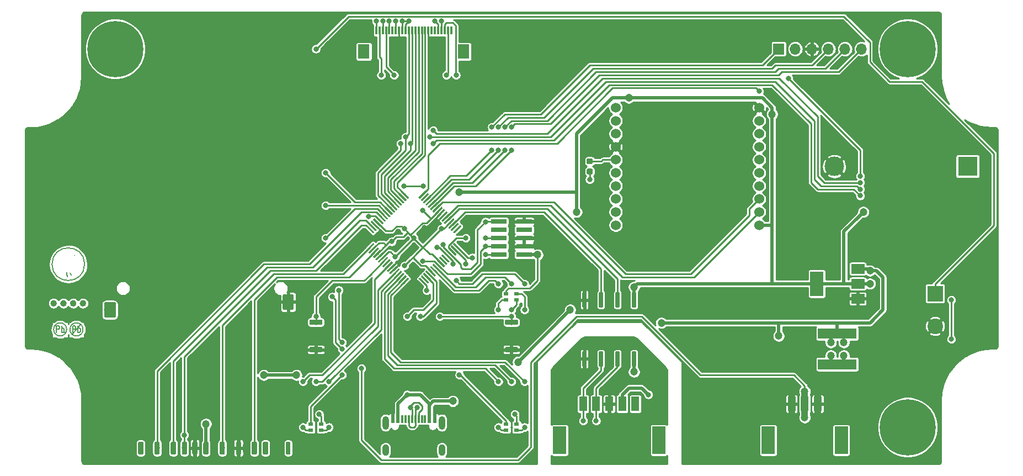
<source format=gbr>
G04 #@! TF.GenerationSoftware,KiCad,Pcbnew,(5.1.0)-1*
G04 #@! TF.CreationDate,2019-09-18T00:43:19-07:00*
G04 #@! TF.ProjectId,design,64657369-676e-42e6-9b69-6361645f7063,rev?*
G04 #@! TF.SameCoordinates,Original*
G04 #@! TF.FileFunction,Copper,L1,Top*
G04 #@! TF.FilePolarity,Positive*
%FSLAX46Y46*%
G04 Gerber Fmt 4.6, Leading zero omitted, Abs format (unit mm)*
G04 Created by KiCad (PCBNEW (5.1.0)-1) date 2019-09-18 00:43:19*
%MOMM*%
%LPD*%
G04 APERTURE LIST*
%ADD10C,0.200000*%
%ADD11C,0.500000*%
%ADD12C,0.100000*%
%ADD13C,0.800000*%
%ADD14C,0.700000*%
%ADD15C,1.700000*%
%ADD16C,1.800000*%
%ADD17R,2.400000X0.740000*%
%ADD18R,2.000000X4.200000*%
%ADD19R,1.200000X2.200000*%
%ADD20R,0.800000X0.500000*%
%ADD21C,0.650000*%
%ADD22C,1.524000*%
%ADD23C,0.875000*%
%ADD24C,3.000000*%
%ADD25R,3.000000X3.000000*%
%ADD26R,1.800000X2.200000*%
%ADD27R,0.300000X1.300000*%
%ADD28R,2.400000X2.400000*%
%ADD29C,2.400000*%
%ADD30R,5.900000X1.600000*%
%ADD31R,2.000000X3.800000*%
%ADD32R,2.000000X1.500000*%
%ADD33C,0.900000*%
%ADD34C,8.600000*%
%ADD35C,0.300000*%
%ADD36R,1.700000X1.700000*%
%ADD37O,1.700000X1.700000*%
%ADD38R,0.300000X1.150000*%
%ADD39R,0.600000X1.150000*%
%ADD40O,1.000000X2.100000*%
%ADD41O,1.000000X1.800000*%
%ADD42C,1.200000*%
%ADD43C,0.250000*%
%ADD44C,1.000000*%
%ADD45C,0.254000*%
G04 APERTURE END LIST*
D10*
X112678571Y-64452380D02*
X112678571Y-63452380D01*
X112983333Y-63452380D01*
X113059523Y-63500000D01*
X113097619Y-63547619D01*
X113135714Y-63642857D01*
X113135714Y-63785714D01*
X113097619Y-63880952D01*
X113059523Y-63928571D01*
X112983333Y-63976190D01*
X112678571Y-63976190D01*
X113478571Y-64452380D02*
X113478571Y-63452380D01*
X113478571Y-63833333D02*
X113554761Y-63785714D01*
X113707142Y-63785714D01*
X113783333Y-63833333D01*
X113821428Y-63880952D01*
X113859523Y-63976190D01*
X113859523Y-64261904D01*
X113821428Y-64357142D01*
X113783333Y-64404761D01*
X113707142Y-64452380D01*
X113554761Y-64452380D01*
X113478571Y-64404761D01*
X110178571Y-64452380D02*
X110178571Y-63452380D01*
X110483333Y-63452380D01*
X110559523Y-63500000D01*
X110597619Y-63547619D01*
X110635714Y-63642857D01*
X110635714Y-63785714D01*
X110597619Y-63880952D01*
X110559523Y-63928571D01*
X110483333Y-63976190D01*
X110178571Y-63976190D01*
X110978571Y-64452380D02*
X110978571Y-63452380D01*
X110978571Y-63833333D02*
X111054761Y-63785714D01*
X111207142Y-63785714D01*
X111283333Y-63833333D01*
X111321428Y-63880952D01*
X111359523Y-63976190D01*
X111359523Y-64261904D01*
X111321428Y-64357142D01*
X111283333Y-64404761D01*
X111207142Y-64452380D01*
X111054761Y-64452380D01*
X110978571Y-64404761D01*
X114500000Y-54000000D02*
G75*
G03X114500000Y-54000000I-2500000J0D01*
G01*
X112414323Y-55691100D02*
X112296428Y-55302451D01*
X112947653Y-52646210D02*
X112947653Y-52646210D01*
X111796931Y-55511599D02*
X111770393Y-55242145D01*
X111836739Y-55915780D02*
X111796931Y-55511599D01*
X112600000Y-64700000D02*
X113900000Y-63300000D01*
X111750000Y-64000000D02*
G75*
G03X111750000Y-64000000I-1000000J0D01*
G01*
X114250000Y-64000000D02*
G75*
G03X114250000Y-64000000I-1000000J0D01*
G01*
X109950000Y-63450000D02*
X110200000Y-63450000D01*
X111200000Y-64450000D02*
X111600000Y-64450000D01*
D11*
X110000000Y-60000000D02*
G75*
G03X110000000Y-60000000I-250000J0D01*
G01*
X111500000Y-60000000D02*
G75*
G03X111500000Y-60000000I-250000J0D01*
G01*
X113000000Y-60000000D02*
G75*
G03X113000000Y-60000000I-250000J0D01*
G01*
X114500000Y-60000000D02*
G75*
G03X114500000Y-60000000I-250000J0D01*
G01*
D12*
G36*
X123294143Y-81201206D02*
G01*
X123318451Y-81204811D01*
X123342287Y-81210782D01*
X123365424Y-81219061D01*
X123387638Y-81229567D01*
X123408715Y-81242200D01*
X123428452Y-81256838D01*
X123446660Y-81273340D01*
X123463162Y-81291548D01*
X123477800Y-81311285D01*
X123490433Y-81332362D01*
X123500939Y-81354576D01*
X123509218Y-81377713D01*
X123515189Y-81401549D01*
X123518794Y-81425857D01*
X123520000Y-81450400D01*
X123520000Y-82949600D01*
X123518794Y-82974143D01*
X123515189Y-82998451D01*
X123509218Y-83022287D01*
X123500939Y-83045424D01*
X123490433Y-83067638D01*
X123477800Y-83088715D01*
X123463162Y-83108452D01*
X123446660Y-83126660D01*
X123428452Y-83143162D01*
X123408715Y-83157800D01*
X123387638Y-83170433D01*
X123365424Y-83180939D01*
X123342287Y-83189218D01*
X123318451Y-83195189D01*
X123294143Y-83198794D01*
X123269600Y-83200000D01*
X122970400Y-83200000D01*
X122945857Y-83198794D01*
X122921549Y-83195189D01*
X122897713Y-83189218D01*
X122874576Y-83180939D01*
X122852362Y-83170433D01*
X122831285Y-83157800D01*
X122811548Y-83143162D01*
X122793340Y-83126660D01*
X122776838Y-83108452D01*
X122762200Y-83088715D01*
X122749567Y-83067638D01*
X122739061Y-83045424D01*
X122730782Y-83022287D01*
X122724811Y-82998451D01*
X122721206Y-82974143D01*
X122720000Y-82949600D01*
X122720000Y-81450400D01*
X122721206Y-81425857D01*
X122724811Y-81401549D01*
X122730782Y-81377713D01*
X122739061Y-81354576D01*
X122749567Y-81332362D01*
X122762200Y-81311285D01*
X122776838Y-81291548D01*
X122793340Y-81273340D01*
X122811548Y-81256838D01*
X122831285Y-81242200D01*
X122852362Y-81229567D01*
X122874576Y-81219061D01*
X122897713Y-81210782D01*
X122921549Y-81204811D01*
X122945857Y-81201206D01*
X122970400Y-81200000D01*
X123269600Y-81200000D01*
X123294143Y-81201206D01*
X123294143Y-81201206D01*
G37*
D13*
X123120000Y-82200000D03*
D12*
G36*
X125794143Y-81201206D02*
G01*
X125818451Y-81204811D01*
X125842287Y-81210782D01*
X125865424Y-81219061D01*
X125887638Y-81229567D01*
X125908715Y-81242200D01*
X125928452Y-81256838D01*
X125946660Y-81273340D01*
X125963162Y-81291548D01*
X125977800Y-81311285D01*
X125990433Y-81332362D01*
X126000939Y-81354576D01*
X126009218Y-81377713D01*
X126015189Y-81401549D01*
X126018794Y-81425857D01*
X126020000Y-81450400D01*
X126020000Y-82949600D01*
X126018794Y-82974143D01*
X126015189Y-82998451D01*
X126009218Y-83022287D01*
X126000939Y-83045424D01*
X125990433Y-83067638D01*
X125977800Y-83088715D01*
X125963162Y-83108452D01*
X125946660Y-83126660D01*
X125928452Y-83143162D01*
X125908715Y-83157800D01*
X125887638Y-83170433D01*
X125865424Y-83180939D01*
X125842287Y-83189218D01*
X125818451Y-83195189D01*
X125794143Y-83198794D01*
X125769600Y-83200000D01*
X125470400Y-83200000D01*
X125445857Y-83198794D01*
X125421549Y-83195189D01*
X125397713Y-83189218D01*
X125374576Y-83180939D01*
X125352362Y-83170433D01*
X125331285Y-83157800D01*
X125311548Y-83143162D01*
X125293340Y-83126660D01*
X125276838Y-83108452D01*
X125262200Y-83088715D01*
X125249567Y-83067638D01*
X125239061Y-83045424D01*
X125230782Y-83022287D01*
X125224811Y-82998451D01*
X125221206Y-82974143D01*
X125220000Y-82949600D01*
X125220000Y-81450400D01*
X125221206Y-81425857D01*
X125224811Y-81401549D01*
X125230782Y-81377713D01*
X125239061Y-81354576D01*
X125249567Y-81332362D01*
X125262200Y-81311285D01*
X125276838Y-81291548D01*
X125293340Y-81273340D01*
X125311548Y-81256838D01*
X125331285Y-81242200D01*
X125352362Y-81229567D01*
X125374576Y-81219061D01*
X125397713Y-81210782D01*
X125421549Y-81204811D01*
X125445857Y-81201206D01*
X125470400Y-81200000D01*
X125769600Y-81200000D01*
X125794143Y-81201206D01*
X125794143Y-81201206D01*
G37*
D13*
X125620000Y-82200000D03*
D12*
G36*
X128294143Y-81201206D02*
G01*
X128318451Y-81204811D01*
X128342287Y-81210782D01*
X128365424Y-81219061D01*
X128387638Y-81229567D01*
X128408715Y-81242200D01*
X128428452Y-81256838D01*
X128446660Y-81273340D01*
X128463162Y-81291548D01*
X128477800Y-81311285D01*
X128490433Y-81332362D01*
X128500939Y-81354576D01*
X128509218Y-81377713D01*
X128515189Y-81401549D01*
X128518794Y-81425857D01*
X128520000Y-81450400D01*
X128520000Y-82949600D01*
X128518794Y-82974143D01*
X128515189Y-82998451D01*
X128509218Y-83022287D01*
X128500939Y-83045424D01*
X128490433Y-83067638D01*
X128477800Y-83088715D01*
X128463162Y-83108452D01*
X128446660Y-83126660D01*
X128428452Y-83143162D01*
X128408715Y-83157800D01*
X128387638Y-83170433D01*
X128365424Y-83180939D01*
X128342287Y-83189218D01*
X128318451Y-83195189D01*
X128294143Y-83198794D01*
X128269600Y-83200000D01*
X127970400Y-83200000D01*
X127945857Y-83198794D01*
X127921549Y-83195189D01*
X127897713Y-83189218D01*
X127874576Y-83180939D01*
X127852362Y-83170433D01*
X127831285Y-83157800D01*
X127811548Y-83143162D01*
X127793340Y-83126660D01*
X127776838Y-83108452D01*
X127762200Y-83088715D01*
X127749567Y-83067638D01*
X127739061Y-83045424D01*
X127730782Y-83022287D01*
X127724811Y-82998451D01*
X127721206Y-82974143D01*
X127720000Y-82949600D01*
X127720000Y-81450400D01*
X127721206Y-81425857D01*
X127724811Y-81401549D01*
X127730782Y-81377713D01*
X127739061Y-81354576D01*
X127749567Y-81332362D01*
X127762200Y-81311285D01*
X127776838Y-81291548D01*
X127793340Y-81273340D01*
X127811548Y-81256838D01*
X127831285Y-81242200D01*
X127852362Y-81229567D01*
X127874576Y-81219061D01*
X127897713Y-81210782D01*
X127921549Y-81204811D01*
X127945857Y-81201206D01*
X127970400Y-81200000D01*
X128269600Y-81200000D01*
X128294143Y-81201206D01*
X128294143Y-81201206D01*
G37*
D13*
X128120000Y-82200000D03*
D12*
G36*
X129994143Y-81201206D02*
G01*
X130018451Y-81204811D01*
X130042287Y-81210782D01*
X130065424Y-81219061D01*
X130087638Y-81229567D01*
X130108715Y-81242200D01*
X130128452Y-81256838D01*
X130146660Y-81273340D01*
X130163162Y-81291548D01*
X130177800Y-81311285D01*
X130190433Y-81332362D01*
X130200939Y-81354576D01*
X130209218Y-81377713D01*
X130215189Y-81401549D01*
X130218794Y-81425857D01*
X130220000Y-81450400D01*
X130220000Y-82949600D01*
X130218794Y-82974143D01*
X130215189Y-82998451D01*
X130209218Y-83022287D01*
X130200939Y-83045424D01*
X130190433Y-83067638D01*
X130177800Y-83088715D01*
X130163162Y-83108452D01*
X130146660Y-83126660D01*
X130128452Y-83143162D01*
X130108715Y-83157800D01*
X130087638Y-83170433D01*
X130065424Y-83180939D01*
X130042287Y-83189218D01*
X130018451Y-83195189D01*
X129994143Y-83198794D01*
X129969600Y-83200000D01*
X129670400Y-83200000D01*
X129645857Y-83198794D01*
X129621549Y-83195189D01*
X129597713Y-83189218D01*
X129574576Y-83180939D01*
X129552362Y-83170433D01*
X129531285Y-83157800D01*
X129511548Y-83143162D01*
X129493340Y-83126660D01*
X129476838Y-83108452D01*
X129462200Y-83088715D01*
X129449567Y-83067638D01*
X129439061Y-83045424D01*
X129430782Y-83022287D01*
X129424811Y-82998451D01*
X129421206Y-82974143D01*
X129420000Y-82949600D01*
X129420000Y-81450400D01*
X129421206Y-81425857D01*
X129424811Y-81401549D01*
X129430782Y-81377713D01*
X129439061Y-81354576D01*
X129449567Y-81332362D01*
X129462200Y-81311285D01*
X129476838Y-81291548D01*
X129493340Y-81273340D01*
X129511548Y-81256838D01*
X129531285Y-81242200D01*
X129552362Y-81229567D01*
X129574576Y-81219061D01*
X129597713Y-81210782D01*
X129621549Y-81204811D01*
X129645857Y-81201206D01*
X129670400Y-81200000D01*
X129969600Y-81200000D01*
X129994143Y-81201206D01*
X129994143Y-81201206D01*
G37*
D13*
X129820000Y-82200000D03*
D12*
G36*
X131594143Y-81201206D02*
G01*
X131618451Y-81204811D01*
X131642287Y-81210782D01*
X131665424Y-81219061D01*
X131687638Y-81229567D01*
X131708715Y-81242200D01*
X131728452Y-81256838D01*
X131746660Y-81273340D01*
X131763162Y-81291548D01*
X131777800Y-81311285D01*
X131790433Y-81332362D01*
X131800939Y-81354576D01*
X131809218Y-81377713D01*
X131815189Y-81401549D01*
X131818794Y-81425857D01*
X131820000Y-81450400D01*
X131820000Y-82949600D01*
X131818794Y-82974143D01*
X131815189Y-82998451D01*
X131809218Y-83022287D01*
X131800939Y-83045424D01*
X131790433Y-83067638D01*
X131777800Y-83088715D01*
X131763162Y-83108452D01*
X131746660Y-83126660D01*
X131728452Y-83143162D01*
X131708715Y-83157800D01*
X131687638Y-83170433D01*
X131665424Y-83180939D01*
X131642287Y-83189218D01*
X131618451Y-83195189D01*
X131594143Y-83198794D01*
X131569600Y-83200000D01*
X131270400Y-83200000D01*
X131245857Y-83198794D01*
X131221549Y-83195189D01*
X131197713Y-83189218D01*
X131174576Y-83180939D01*
X131152362Y-83170433D01*
X131131285Y-83157800D01*
X131111548Y-83143162D01*
X131093340Y-83126660D01*
X131076838Y-83108452D01*
X131062200Y-83088715D01*
X131049567Y-83067638D01*
X131039061Y-83045424D01*
X131030782Y-83022287D01*
X131024811Y-82998451D01*
X131021206Y-82974143D01*
X131020000Y-82949600D01*
X131020000Y-81450400D01*
X131021206Y-81425857D01*
X131024811Y-81401549D01*
X131030782Y-81377713D01*
X131039061Y-81354576D01*
X131049567Y-81332362D01*
X131062200Y-81311285D01*
X131076838Y-81291548D01*
X131093340Y-81273340D01*
X131111548Y-81256838D01*
X131131285Y-81242200D01*
X131152362Y-81229567D01*
X131174576Y-81219061D01*
X131197713Y-81210782D01*
X131221549Y-81204811D01*
X131245857Y-81201206D01*
X131270400Y-81200000D01*
X131569600Y-81200000D01*
X131594143Y-81201206D01*
X131594143Y-81201206D01*
G37*
D13*
X131420000Y-82200000D03*
D12*
G36*
X133294143Y-81201206D02*
G01*
X133318451Y-81204811D01*
X133342287Y-81210782D01*
X133365424Y-81219061D01*
X133387638Y-81229567D01*
X133408715Y-81242200D01*
X133428452Y-81256838D01*
X133446660Y-81273340D01*
X133463162Y-81291548D01*
X133477800Y-81311285D01*
X133490433Y-81332362D01*
X133500939Y-81354576D01*
X133509218Y-81377713D01*
X133515189Y-81401549D01*
X133518794Y-81425857D01*
X133520000Y-81450400D01*
X133520000Y-82949600D01*
X133518794Y-82974143D01*
X133515189Y-82998451D01*
X133509218Y-83022287D01*
X133500939Y-83045424D01*
X133490433Y-83067638D01*
X133477800Y-83088715D01*
X133463162Y-83108452D01*
X133446660Y-83126660D01*
X133428452Y-83143162D01*
X133408715Y-83157800D01*
X133387638Y-83170433D01*
X133365424Y-83180939D01*
X133342287Y-83189218D01*
X133318451Y-83195189D01*
X133294143Y-83198794D01*
X133269600Y-83200000D01*
X132970400Y-83200000D01*
X132945857Y-83198794D01*
X132921549Y-83195189D01*
X132897713Y-83189218D01*
X132874576Y-83180939D01*
X132852362Y-83170433D01*
X132831285Y-83157800D01*
X132811548Y-83143162D01*
X132793340Y-83126660D01*
X132776838Y-83108452D01*
X132762200Y-83088715D01*
X132749567Y-83067638D01*
X132739061Y-83045424D01*
X132730782Y-83022287D01*
X132724811Y-82998451D01*
X132721206Y-82974143D01*
X132720000Y-82949600D01*
X132720000Y-81450400D01*
X132721206Y-81425857D01*
X132724811Y-81401549D01*
X132730782Y-81377713D01*
X132739061Y-81354576D01*
X132749567Y-81332362D01*
X132762200Y-81311285D01*
X132776838Y-81291548D01*
X132793340Y-81273340D01*
X132811548Y-81256838D01*
X132831285Y-81242200D01*
X132852362Y-81229567D01*
X132874576Y-81219061D01*
X132897713Y-81210782D01*
X132921549Y-81204811D01*
X132945857Y-81201206D01*
X132970400Y-81200000D01*
X133269600Y-81200000D01*
X133294143Y-81201206D01*
X133294143Y-81201206D01*
G37*
D13*
X133120000Y-82200000D03*
D12*
G36*
X135794143Y-81201206D02*
G01*
X135818451Y-81204811D01*
X135842287Y-81210782D01*
X135865424Y-81219061D01*
X135887638Y-81229567D01*
X135908715Y-81242200D01*
X135928452Y-81256838D01*
X135946660Y-81273340D01*
X135963162Y-81291548D01*
X135977800Y-81311285D01*
X135990433Y-81332362D01*
X136000939Y-81354576D01*
X136009218Y-81377713D01*
X136015189Y-81401549D01*
X136018794Y-81425857D01*
X136020000Y-81450400D01*
X136020000Y-82949600D01*
X136018794Y-82974143D01*
X136015189Y-82998451D01*
X136009218Y-83022287D01*
X136000939Y-83045424D01*
X135990433Y-83067638D01*
X135977800Y-83088715D01*
X135963162Y-83108452D01*
X135946660Y-83126660D01*
X135928452Y-83143162D01*
X135908715Y-83157800D01*
X135887638Y-83170433D01*
X135865424Y-83180939D01*
X135842287Y-83189218D01*
X135818451Y-83195189D01*
X135794143Y-83198794D01*
X135769600Y-83200000D01*
X135470400Y-83200000D01*
X135445857Y-83198794D01*
X135421549Y-83195189D01*
X135397713Y-83189218D01*
X135374576Y-83180939D01*
X135352362Y-83170433D01*
X135331285Y-83157800D01*
X135311548Y-83143162D01*
X135293340Y-83126660D01*
X135276838Y-83108452D01*
X135262200Y-83088715D01*
X135249567Y-83067638D01*
X135239061Y-83045424D01*
X135230782Y-83022287D01*
X135224811Y-82998451D01*
X135221206Y-82974143D01*
X135220000Y-82949600D01*
X135220000Y-81450400D01*
X135221206Y-81425857D01*
X135224811Y-81401549D01*
X135230782Y-81377713D01*
X135239061Y-81354576D01*
X135249567Y-81332362D01*
X135262200Y-81311285D01*
X135276838Y-81291548D01*
X135293340Y-81273340D01*
X135311548Y-81256838D01*
X135331285Y-81242200D01*
X135352362Y-81229567D01*
X135374576Y-81219061D01*
X135397713Y-81210782D01*
X135421549Y-81204811D01*
X135445857Y-81201206D01*
X135470400Y-81200000D01*
X135769600Y-81200000D01*
X135794143Y-81201206D01*
X135794143Y-81201206D01*
G37*
D13*
X135620000Y-82200000D03*
D12*
G36*
X138294143Y-81201206D02*
G01*
X138318451Y-81204811D01*
X138342287Y-81210782D01*
X138365424Y-81219061D01*
X138387638Y-81229567D01*
X138408715Y-81242200D01*
X138428452Y-81256838D01*
X138446660Y-81273340D01*
X138463162Y-81291548D01*
X138477800Y-81311285D01*
X138490433Y-81332362D01*
X138500939Y-81354576D01*
X138509218Y-81377713D01*
X138515189Y-81401549D01*
X138518794Y-81425857D01*
X138520000Y-81450400D01*
X138520000Y-82949600D01*
X138518794Y-82974143D01*
X138515189Y-82998451D01*
X138509218Y-83022287D01*
X138500939Y-83045424D01*
X138490433Y-83067638D01*
X138477800Y-83088715D01*
X138463162Y-83108452D01*
X138446660Y-83126660D01*
X138428452Y-83143162D01*
X138408715Y-83157800D01*
X138387638Y-83170433D01*
X138365424Y-83180939D01*
X138342287Y-83189218D01*
X138318451Y-83195189D01*
X138294143Y-83198794D01*
X138269600Y-83200000D01*
X137970400Y-83200000D01*
X137945857Y-83198794D01*
X137921549Y-83195189D01*
X137897713Y-83189218D01*
X137874576Y-83180939D01*
X137852362Y-83170433D01*
X137831285Y-83157800D01*
X137811548Y-83143162D01*
X137793340Y-83126660D01*
X137776838Y-83108452D01*
X137762200Y-83088715D01*
X137749567Y-83067638D01*
X137739061Y-83045424D01*
X137730782Y-83022287D01*
X137724811Y-82998451D01*
X137721206Y-82974143D01*
X137720000Y-82949600D01*
X137720000Y-81450400D01*
X137721206Y-81425857D01*
X137724811Y-81401549D01*
X137730782Y-81377713D01*
X137739061Y-81354576D01*
X137749567Y-81332362D01*
X137762200Y-81311285D01*
X137776838Y-81291548D01*
X137793340Y-81273340D01*
X137811548Y-81256838D01*
X137831285Y-81242200D01*
X137852362Y-81229567D01*
X137874576Y-81219061D01*
X137897713Y-81210782D01*
X137921549Y-81204811D01*
X137945857Y-81201206D01*
X137970400Y-81200000D01*
X138269600Y-81200000D01*
X138294143Y-81201206D01*
X138294143Y-81201206D01*
G37*
D13*
X138120000Y-82200000D03*
D12*
G36*
X140724143Y-81201206D02*
G01*
X140748451Y-81204811D01*
X140772287Y-81210782D01*
X140795424Y-81219061D01*
X140817638Y-81229567D01*
X140838715Y-81242200D01*
X140858452Y-81256838D01*
X140876660Y-81273340D01*
X140893162Y-81291548D01*
X140907800Y-81311285D01*
X140920433Y-81332362D01*
X140930939Y-81354576D01*
X140939218Y-81377713D01*
X140945189Y-81401549D01*
X140948794Y-81425857D01*
X140950000Y-81450400D01*
X140950000Y-82949600D01*
X140948794Y-82974143D01*
X140945189Y-82998451D01*
X140939218Y-83022287D01*
X140930939Y-83045424D01*
X140920433Y-83067638D01*
X140907800Y-83088715D01*
X140893162Y-83108452D01*
X140876660Y-83126660D01*
X140858452Y-83143162D01*
X140838715Y-83157800D01*
X140817638Y-83170433D01*
X140795424Y-83180939D01*
X140772287Y-83189218D01*
X140748451Y-83195189D01*
X140724143Y-83198794D01*
X140699600Y-83200000D01*
X140400400Y-83200000D01*
X140375857Y-83198794D01*
X140351549Y-83195189D01*
X140327713Y-83189218D01*
X140304576Y-83180939D01*
X140282362Y-83170433D01*
X140261285Y-83157800D01*
X140241548Y-83143162D01*
X140223340Y-83126660D01*
X140206838Y-83108452D01*
X140192200Y-83088715D01*
X140179567Y-83067638D01*
X140169061Y-83045424D01*
X140160782Y-83022287D01*
X140154811Y-82998451D01*
X140151206Y-82974143D01*
X140150000Y-82949600D01*
X140150000Y-81450400D01*
X140151206Y-81425857D01*
X140154811Y-81401549D01*
X140160782Y-81377713D01*
X140169061Y-81354576D01*
X140179567Y-81332362D01*
X140192200Y-81311285D01*
X140206838Y-81291548D01*
X140223340Y-81273340D01*
X140241548Y-81256838D01*
X140261285Y-81242200D01*
X140282362Y-81229567D01*
X140304576Y-81219061D01*
X140327713Y-81210782D01*
X140351549Y-81204811D01*
X140375857Y-81201206D01*
X140400400Y-81200000D01*
X140699600Y-81200000D01*
X140724143Y-81201206D01*
X140724143Y-81201206D01*
G37*
D13*
X140550000Y-82200000D03*
D12*
G36*
X142424143Y-81201206D02*
G01*
X142448451Y-81204811D01*
X142472287Y-81210782D01*
X142495424Y-81219061D01*
X142517638Y-81229567D01*
X142538715Y-81242200D01*
X142558452Y-81256838D01*
X142576660Y-81273340D01*
X142593162Y-81291548D01*
X142607800Y-81311285D01*
X142620433Y-81332362D01*
X142630939Y-81354576D01*
X142639218Y-81377713D01*
X142645189Y-81401549D01*
X142648794Y-81425857D01*
X142650000Y-81450400D01*
X142650000Y-82949600D01*
X142648794Y-82974143D01*
X142645189Y-82998451D01*
X142639218Y-83022287D01*
X142630939Y-83045424D01*
X142620433Y-83067638D01*
X142607800Y-83088715D01*
X142593162Y-83108452D01*
X142576660Y-83126660D01*
X142558452Y-83143162D01*
X142538715Y-83157800D01*
X142517638Y-83170433D01*
X142495424Y-83180939D01*
X142472287Y-83189218D01*
X142448451Y-83195189D01*
X142424143Y-83198794D01*
X142399600Y-83200000D01*
X142100400Y-83200000D01*
X142075857Y-83198794D01*
X142051549Y-83195189D01*
X142027713Y-83189218D01*
X142004576Y-83180939D01*
X141982362Y-83170433D01*
X141961285Y-83157800D01*
X141941548Y-83143162D01*
X141923340Y-83126660D01*
X141906838Y-83108452D01*
X141892200Y-83088715D01*
X141879567Y-83067638D01*
X141869061Y-83045424D01*
X141860782Y-83022287D01*
X141854811Y-82998451D01*
X141851206Y-82974143D01*
X141850000Y-82949600D01*
X141850000Y-81450400D01*
X141851206Y-81425857D01*
X141854811Y-81401549D01*
X141860782Y-81377713D01*
X141869061Y-81354576D01*
X141879567Y-81332362D01*
X141892200Y-81311285D01*
X141906838Y-81291548D01*
X141923340Y-81273340D01*
X141941548Y-81256838D01*
X141961285Y-81242200D01*
X141982362Y-81229567D01*
X142004576Y-81219061D01*
X142027713Y-81210782D01*
X142051549Y-81204811D01*
X142075857Y-81201206D01*
X142100400Y-81200000D01*
X142399600Y-81200000D01*
X142424143Y-81201206D01*
X142424143Y-81201206D01*
G37*
D13*
X142250000Y-82200000D03*
D12*
G36*
X145864594Y-81201203D02*
G01*
X145888853Y-81204802D01*
X145912642Y-81210761D01*
X145935733Y-81219023D01*
X145957902Y-81229508D01*
X145978937Y-81242116D01*
X145998635Y-81256725D01*
X146016806Y-81273194D01*
X146033275Y-81291365D01*
X146047884Y-81311063D01*
X146060492Y-81332098D01*
X146070977Y-81354267D01*
X146079239Y-81377358D01*
X146085198Y-81401147D01*
X146088797Y-81425406D01*
X146090000Y-81449900D01*
X146090000Y-82950100D01*
X146088797Y-82974594D01*
X146085198Y-82998853D01*
X146079239Y-83022642D01*
X146070977Y-83045733D01*
X146060492Y-83067902D01*
X146047884Y-83088937D01*
X146033275Y-83108635D01*
X146016806Y-83126806D01*
X145998635Y-83143275D01*
X145978937Y-83157884D01*
X145957902Y-83170492D01*
X145935733Y-83180977D01*
X145912642Y-83189239D01*
X145888853Y-83195198D01*
X145864594Y-83198797D01*
X145840100Y-83200000D01*
X145639900Y-83200000D01*
X145615406Y-83198797D01*
X145591147Y-83195198D01*
X145567358Y-83189239D01*
X145544267Y-83180977D01*
X145522098Y-83170492D01*
X145501063Y-83157884D01*
X145481365Y-83143275D01*
X145463194Y-83126806D01*
X145446725Y-83108635D01*
X145432116Y-83088937D01*
X145419508Y-83067902D01*
X145409023Y-83045733D01*
X145400761Y-83022642D01*
X145394802Y-82998853D01*
X145391203Y-82974594D01*
X145390000Y-82950100D01*
X145390000Y-81449900D01*
X145391203Y-81425406D01*
X145394802Y-81401147D01*
X145400761Y-81377358D01*
X145409023Y-81354267D01*
X145419508Y-81332098D01*
X145432116Y-81311063D01*
X145446725Y-81291365D01*
X145463194Y-81273194D01*
X145481365Y-81256725D01*
X145501063Y-81242116D01*
X145522098Y-81229508D01*
X145544267Y-81219023D01*
X145567358Y-81210761D01*
X145591147Y-81204802D01*
X145615406Y-81201203D01*
X145639900Y-81200000D01*
X145840100Y-81200000D01*
X145864594Y-81201203D01*
X145864594Y-81201203D01*
G37*
D14*
X145740000Y-82200000D03*
D12*
G36*
X146374594Y-58601203D02*
G01*
X146398853Y-58604802D01*
X146422642Y-58610761D01*
X146445733Y-58619023D01*
X146467902Y-58629508D01*
X146488937Y-58642116D01*
X146508635Y-58656725D01*
X146526806Y-58673194D01*
X146543275Y-58691365D01*
X146557884Y-58711063D01*
X146570492Y-58732098D01*
X146580977Y-58754267D01*
X146589239Y-58777358D01*
X146595198Y-58801147D01*
X146598797Y-58825406D01*
X146600000Y-58849900D01*
X146600000Y-60750100D01*
X146598797Y-60774594D01*
X146595198Y-60798853D01*
X146589239Y-60822642D01*
X146580977Y-60845733D01*
X146570492Y-60867902D01*
X146557884Y-60888937D01*
X146543275Y-60908635D01*
X146526806Y-60926806D01*
X146508635Y-60943275D01*
X146488937Y-60957884D01*
X146467902Y-60970492D01*
X146445733Y-60980977D01*
X146422642Y-60989239D01*
X146398853Y-60995198D01*
X146374594Y-60998797D01*
X146350100Y-61000000D01*
X145149900Y-61000000D01*
X145125406Y-60998797D01*
X145101147Y-60995198D01*
X145077358Y-60989239D01*
X145054267Y-60980977D01*
X145032098Y-60970492D01*
X145011063Y-60957884D01*
X144991365Y-60943275D01*
X144973194Y-60926806D01*
X144956725Y-60908635D01*
X144942116Y-60888937D01*
X144929508Y-60867902D01*
X144919023Y-60845733D01*
X144910761Y-60822642D01*
X144904802Y-60798853D01*
X144901203Y-60774594D01*
X144900000Y-60750100D01*
X144900000Y-58849900D01*
X144901203Y-58825406D01*
X144904802Y-58801147D01*
X144910761Y-58777358D01*
X144919023Y-58754267D01*
X144929508Y-58732098D01*
X144942116Y-58711063D01*
X144956725Y-58691365D01*
X144973194Y-58673194D01*
X144991365Y-58656725D01*
X145011063Y-58642116D01*
X145032098Y-58629508D01*
X145054267Y-58619023D01*
X145077358Y-58610761D01*
X145101147Y-58604802D01*
X145125406Y-58601203D01*
X145149900Y-58600000D01*
X146350100Y-58600000D01*
X146374594Y-58601203D01*
X146374594Y-58601203D01*
G37*
D15*
X145750000Y-59800000D03*
D12*
G36*
X119074324Y-59801205D02*
G01*
X119098612Y-59804808D01*
X119122429Y-59810774D01*
X119145547Y-59819045D01*
X119167743Y-59829543D01*
X119188804Y-59842166D01*
X119208525Y-59856793D01*
X119226718Y-59873282D01*
X119243207Y-59891475D01*
X119257834Y-59911196D01*
X119270457Y-59932257D01*
X119280955Y-59954453D01*
X119289226Y-59977571D01*
X119295192Y-60001388D01*
X119298795Y-60025676D01*
X119300000Y-60050200D01*
X119300000Y-61949800D01*
X119298795Y-61974324D01*
X119295192Y-61998612D01*
X119289226Y-62022429D01*
X119280955Y-62045547D01*
X119270457Y-62067743D01*
X119257834Y-62088804D01*
X119243207Y-62108525D01*
X119226718Y-62126718D01*
X119208525Y-62143207D01*
X119188804Y-62157834D01*
X119167743Y-62170457D01*
X119145547Y-62180955D01*
X119122429Y-62189226D01*
X119098612Y-62195192D01*
X119074324Y-62198795D01*
X119049800Y-62200000D01*
X117750200Y-62200000D01*
X117725676Y-62198795D01*
X117701388Y-62195192D01*
X117677571Y-62189226D01*
X117654453Y-62180955D01*
X117632257Y-62170457D01*
X117611196Y-62157834D01*
X117591475Y-62143207D01*
X117573282Y-62126718D01*
X117556793Y-62108525D01*
X117542166Y-62088804D01*
X117529543Y-62067743D01*
X117519045Y-62045547D01*
X117510774Y-62022429D01*
X117504808Y-61998612D01*
X117501205Y-61974324D01*
X117500000Y-61949800D01*
X117500000Y-60050200D01*
X117501205Y-60025676D01*
X117504808Y-60001388D01*
X117510774Y-59977571D01*
X117519045Y-59954453D01*
X117529543Y-59932257D01*
X117542166Y-59911196D01*
X117556793Y-59891475D01*
X117573282Y-59873282D01*
X117591475Y-59856793D01*
X117611196Y-59842166D01*
X117632257Y-59829543D01*
X117654453Y-59819045D01*
X117677571Y-59810774D01*
X117701388Y-59804808D01*
X117725676Y-59801205D01*
X117750200Y-59800000D01*
X119049800Y-59800000D01*
X119074324Y-59801205D01*
X119074324Y-59801205D01*
G37*
D16*
X118400000Y-61000000D03*
D17*
X181950000Y-52540000D03*
X178050000Y-52540000D03*
X181950000Y-51270000D03*
X178050000Y-51270000D03*
X181950000Y-50000000D03*
X178050000Y-50000000D03*
X181950000Y-48730000D03*
X178050000Y-48730000D03*
X181950000Y-47460000D03*
X178050000Y-47460000D03*
D18*
X219400000Y-81000000D03*
X230600000Y-81000000D03*
D19*
X227000000Y-75420000D03*
X225000000Y-75420000D03*
X223000000Y-75420000D03*
D20*
X179200000Y-78550000D03*
X179200000Y-79450000D03*
X180800000Y-79450000D03*
X180800000Y-78550000D03*
D12*
G36*
X198988428Y-58300782D02*
G01*
X199004202Y-58303122D01*
X199019671Y-58306997D01*
X199034686Y-58312370D01*
X199049102Y-58319188D01*
X199062780Y-58327386D01*
X199075589Y-58336886D01*
X199087405Y-58347595D01*
X199098114Y-58359411D01*
X199107614Y-58372220D01*
X199115812Y-58385898D01*
X199122630Y-58400314D01*
X199128003Y-58415329D01*
X199131878Y-58430798D01*
X199134218Y-58446572D01*
X199135000Y-58462500D01*
X199135000Y-60487500D01*
X199134218Y-60503428D01*
X199131878Y-60519202D01*
X199128003Y-60534671D01*
X199122630Y-60549686D01*
X199115812Y-60564102D01*
X199107614Y-60577780D01*
X199098114Y-60590589D01*
X199087405Y-60602405D01*
X199075589Y-60613114D01*
X199062780Y-60622614D01*
X199049102Y-60630812D01*
X199034686Y-60637630D01*
X199019671Y-60643003D01*
X199004202Y-60646878D01*
X198988428Y-60649218D01*
X198972500Y-60650000D01*
X198647500Y-60650000D01*
X198631572Y-60649218D01*
X198615798Y-60646878D01*
X198600329Y-60643003D01*
X198585314Y-60637630D01*
X198570898Y-60630812D01*
X198557220Y-60622614D01*
X198544411Y-60613114D01*
X198532595Y-60602405D01*
X198521886Y-60590589D01*
X198512386Y-60577780D01*
X198504188Y-60564102D01*
X198497370Y-60549686D01*
X198491997Y-60534671D01*
X198488122Y-60519202D01*
X198485782Y-60503428D01*
X198485000Y-60487500D01*
X198485000Y-58462500D01*
X198485782Y-58446572D01*
X198488122Y-58430798D01*
X198491997Y-58415329D01*
X198497370Y-58400314D01*
X198504188Y-58385898D01*
X198512386Y-58372220D01*
X198521886Y-58359411D01*
X198532595Y-58347595D01*
X198544411Y-58336886D01*
X198557220Y-58327386D01*
X198570898Y-58319188D01*
X198585314Y-58312370D01*
X198600329Y-58306997D01*
X198615798Y-58303122D01*
X198631572Y-58300782D01*
X198647500Y-58300000D01*
X198972500Y-58300000D01*
X198988428Y-58300782D01*
X198988428Y-58300782D01*
G37*
D21*
X198810000Y-59475000D03*
D12*
G36*
X196448428Y-58300782D02*
G01*
X196464202Y-58303122D01*
X196479671Y-58306997D01*
X196494686Y-58312370D01*
X196509102Y-58319188D01*
X196522780Y-58327386D01*
X196535589Y-58336886D01*
X196547405Y-58347595D01*
X196558114Y-58359411D01*
X196567614Y-58372220D01*
X196575812Y-58385898D01*
X196582630Y-58400314D01*
X196588003Y-58415329D01*
X196591878Y-58430798D01*
X196594218Y-58446572D01*
X196595000Y-58462500D01*
X196595000Y-60487500D01*
X196594218Y-60503428D01*
X196591878Y-60519202D01*
X196588003Y-60534671D01*
X196582630Y-60549686D01*
X196575812Y-60564102D01*
X196567614Y-60577780D01*
X196558114Y-60590589D01*
X196547405Y-60602405D01*
X196535589Y-60613114D01*
X196522780Y-60622614D01*
X196509102Y-60630812D01*
X196494686Y-60637630D01*
X196479671Y-60643003D01*
X196464202Y-60646878D01*
X196448428Y-60649218D01*
X196432500Y-60650000D01*
X196107500Y-60650000D01*
X196091572Y-60649218D01*
X196075798Y-60646878D01*
X196060329Y-60643003D01*
X196045314Y-60637630D01*
X196030898Y-60630812D01*
X196017220Y-60622614D01*
X196004411Y-60613114D01*
X195992595Y-60602405D01*
X195981886Y-60590589D01*
X195972386Y-60577780D01*
X195964188Y-60564102D01*
X195957370Y-60549686D01*
X195951997Y-60534671D01*
X195948122Y-60519202D01*
X195945782Y-60503428D01*
X195945000Y-60487500D01*
X195945000Y-58462500D01*
X195945782Y-58446572D01*
X195948122Y-58430798D01*
X195951997Y-58415329D01*
X195957370Y-58400314D01*
X195964188Y-58385898D01*
X195972386Y-58372220D01*
X195981886Y-58359411D01*
X195992595Y-58347595D01*
X196004411Y-58336886D01*
X196017220Y-58327386D01*
X196030898Y-58319188D01*
X196045314Y-58312370D01*
X196060329Y-58306997D01*
X196075798Y-58303122D01*
X196091572Y-58300782D01*
X196107500Y-58300000D01*
X196432500Y-58300000D01*
X196448428Y-58300782D01*
X196448428Y-58300782D01*
G37*
D21*
X196270000Y-59475000D03*
D12*
G36*
X193908428Y-58300782D02*
G01*
X193924202Y-58303122D01*
X193939671Y-58306997D01*
X193954686Y-58312370D01*
X193969102Y-58319188D01*
X193982780Y-58327386D01*
X193995589Y-58336886D01*
X194007405Y-58347595D01*
X194018114Y-58359411D01*
X194027614Y-58372220D01*
X194035812Y-58385898D01*
X194042630Y-58400314D01*
X194048003Y-58415329D01*
X194051878Y-58430798D01*
X194054218Y-58446572D01*
X194055000Y-58462500D01*
X194055000Y-60487500D01*
X194054218Y-60503428D01*
X194051878Y-60519202D01*
X194048003Y-60534671D01*
X194042630Y-60549686D01*
X194035812Y-60564102D01*
X194027614Y-60577780D01*
X194018114Y-60590589D01*
X194007405Y-60602405D01*
X193995589Y-60613114D01*
X193982780Y-60622614D01*
X193969102Y-60630812D01*
X193954686Y-60637630D01*
X193939671Y-60643003D01*
X193924202Y-60646878D01*
X193908428Y-60649218D01*
X193892500Y-60650000D01*
X193567500Y-60650000D01*
X193551572Y-60649218D01*
X193535798Y-60646878D01*
X193520329Y-60643003D01*
X193505314Y-60637630D01*
X193490898Y-60630812D01*
X193477220Y-60622614D01*
X193464411Y-60613114D01*
X193452595Y-60602405D01*
X193441886Y-60590589D01*
X193432386Y-60577780D01*
X193424188Y-60564102D01*
X193417370Y-60549686D01*
X193411997Y-60534671D01*
X193408122Y-60519202D01*
X193405782Y-60503428D01*
X193405000Y-60487500D01*
X193405000Y-58462500D01*
X193405782Y-58446572D01*
X193408122Y-58430798D01*
X193411997Y-58415329D01*
X193417370Y-58400314D01*
X193424188Y-58385898D01*
X193432386Y-58372220D01*
X193441886Y-58359411D01*
X193452595Y-58347595D01*
X193464411Y-58336886D01*
X193477220Y-58327386D01*
X193490898Y-58319188D01*
X193505314Y-58312370D01*
X193520329Y-58306997D01*
X193535798Y-58303122D01*
X193551572Y-58300782D01*
X193567500Y-58300000D01*
X193892500Y-58300000D01*
X193908428Y-58300782D01*
X193908428Y-58300782D01*
G37*
D21*
X193730000Y-59475000D03*
D12*
G36*
X191368428Y-58300782D02*
G01*
X191384202Y-58303122D01*
X191399671Y-58306997D01*
X191414686Y-58312370D01*
X191429102Y-58319188D01*
X191442780Y-58327386D01*
X191455589Y-58336886D01*
X191467405Y-58347595D01*
X191478114Y-58359411D01*
X191487614Y-58372220D01*
X191495812Y-58385898D01*
X191502630Y-58400314D01*
X191508003Y-58415329D01*
X191511878Y-58430798D01*
X191514218Y-58446572D01*
X191515000Y-58462500D01*
X191515000Y-60487500D01*
X191514218Y-60503428D01*
X191511878Y-60519202D01*
X191508003Y-60534671D01*
X191502630Y-60549686D01*
X191495812Y-60564102D01*
X191487614Y-60577780D01*
X191478114Y-60590589D01*
X191467405Y-60602405D01*
X191455589Y-60613114D01*
X191442780Y-60622614D01*
X191429102Y-60630812D01*
X191414686Y-60637630D01*
X191399671Y-60643003D01*
X191384202Y-60646878D01*
X191368428Y-60649218D01*
X191352500Y-60650000D01*
X191027500Y-60650000D01*
X191011572Y-60649218D01*
X190995798Y-60646878D01*
X190980329Y-60643003D01*
X190965314Y-60637630D01*
X190950898Y-60630812D01*
X190937220Y-60622614D01*
X190924411Y-60613114D01*
X190912595Y-60602405D01*
X190901886Y-60590589D01*
X190892386Y-60577780D01*
X190884188Y-60564102D01*
X190877370Y-60549686D01*
X190871997Y-60534671D01*
X190868122Y-60519202D01*
X190865782Y-60503428D01*
X190865000Y-60487500D01*
X190865000Y-58462500D01*
X190865782Y-58446572D01*
X190868122Y-58430798D01*
X190871997Y-58415329D01*
X190877370Y-58400314D01*
X190884188Y-58385898D01*
X190892386Y-58372220D01*
X190901886Y-58359411D01*
X190912595Y-58347595D01*
X190924411Y-58336886D01*
X190937220Y-58327386D01*
X190950898Y-58319188D01*
X190965314Y-58312370D01*
X190980329Y-58306997D01*
X190995798Y-58303122D01*
X191011572Y-58300782D01*
X191027500Y-58300000D01*
X191352500Y-58300000D01*
X191368428Y-58300782D01*
X191368428Y-58300782D01*
G37*
D21*
X191190000Y-59475000D03*
D12*
G36*
X191368428Y-67350782D02*
G01*
X191384202Y-67353122D01*
X191399671Y-67356997D01*
X191414686Y-67362370D01*
X191429102Y-67369188D01*
X191442780Y-67377386D01*
X191455589Y-67386886D01*
X191467405Y-67397595D01*
X191478114Y-67409411D01*
X191487614Y-67422220D01*
X191495812Y-67435898D01*
X191502630Y-67450314D01*
X191508003Y-67465329D01*
X191511878Y-67480798D01*
X191514218Y-67496572D01*
X191515000Y-67512500D01*
X191515000Y-69537500D01*
X191514218Y-69553428D01*
X191511878Y-69569202D01*
X191508003Y-69584671D01*
X191502630Y-69599686D01*
X191495812Y-69614102D01*
X191487614Y-69627780D01*
X191478114Y-69640589D01*
X191467405Y-69652405D01*
X191455589Y-69663114D01*
X191442780Y-69672614D01*
X191429102Y-69680812D01*
X191414686Y-69687630D01*
X191399671Y-69693003D01*
X191384202Y-69696878D01*
X191368428Y-69699218D01*
X191352500Y-69700000D01*
X191027500Y-69700000D01*
X191011572Y-69699218D01*
X190995798Y-69696878D01*
X190980329Y-69693003D01*
X190965314Y-69687630D01*
X190950898Y-69680812D01*
X190937220Y-69672614D01*
X190924411Y-69663114D01*
X190912595Y-69652405D01*
X190901886Y-69640589D01*
X190892386Y-69627780D01*
X190884188Y-69614102D01*
X190877370Y-69599686D01*
X190871997Y-69584671D01*
X190868122Y-69569202D01*
X190865782Y-69553428D01*
X190865000Y-69537500D01*
X190865000Y-67512500D01*
X190865782Y-67496572D01*
X190868122Y-67480798D01*
X190871997Y-67465329D01*
X190877370Y-67450314D01*
X190884188Y-67435898D01*
X190892386Y-67422220D01*
X190901886Y-67409411D01*
X190912595Y-67397595D01*
X190924411Y-67386886D01*
X190937220Y-67377386D01*
X190950898Y-67369188D01*
X190965314Y-67362370D01*
X190980329Y-67356997D01*
X190995798Y-67353122D01*
X191011572Y-67350782D01*
X191027500Y-67350000D01*
X191352500Y-67350000D01*
X191368428Y-67350782D01*
X191368428Y-67350782D01*
G37*
D21*
X191190000Y-68525000D03*
D12*
G36*
X193908428Y-67350782D02*
G01*
X193924202Y-67353122D01*
X193939671Y-67356997D01*
X193954686Y-67362370D01*
X193969102Y-67369188D01*
X193982780Y-67377386D01*
X193995589Y-67386886D01*
X194007405Y-67397595D01*
X194018114Y-67409411D01*
X194027614Y-67422220D01*
X194035812Y-67435898D01*
X194042630Y-67450314D01*
X194048003Y-67465329D01*
X194051878Y-67480798D01*
X194054218Y-67496572D01*
X194055000Y-67512500D01*
X194055000Y-69537500D01*
X194054218Y-69553428D01*
X194051878Y-69569202D01*
X194048003Y-69584671D01*
X194042630Y-69599686D01*
X194035812Y-69614102D01*
X194027614Y-69627780D01*
X194018114Y-69640589D01*
X194007405Y-69652405D01*
X193995589Y-69663114D01*
X193982780Y-69672614D01*
X193969102Y-69680812D01*
X193954686Y-69687630D01*
X193939671Y-69693003D01*
X193924202Y-69696878D01*
X193908428Y-69699218D01*
X193892500Y-69700000D01*
X193567500Y-69700000D01*
X193551572Y-69699218D01*
X193535798Y-69696878D01*
X193520329Y-69693003D01*
X193505314Y-69687630D01*
X193490898Y-69680812D01*
X193477220Y-69672614D01*
X193464411Y-69663114D01*
X193452595Y-69652405D01*
X193441886Y-69640589D01*
X193432386Y-69627780D01*
X193424188Y-69614102D01*
X193417370Y-69599686D01*
X193411997Y-69584671D01*
X193408122Y-69569202D01*
X193405782Y-69553428D01*
X193405000Y-69537500D01*
X193405000Y-67512500D01*
X193405782Y-67496572D01*
X193408122Y-67480798D01*
X193411997Y-67465329D01*
X193417370Y-67450314D01*
X193424188Y-67435898D01*
X193432386Y-67422220D01*
X193441886Y-67409411D01*
X193452595Y-67397595D01*
X193464411Y-67386886D01*
X193477220Y-67377386D01*
X193490898Y-67369188D01*
X193505314Y-67362370D01*
X193520329Y-67356997D01*
X193535798Y-67353122D01*
X193551572Y-67350782D01*
X193567500Y-67350000D01*
X193892500Y-67350000D01*
X193908428Y-67350782D01*
X193908428Y-67350782D01*
G37*
D21*
X193730000Y-68525000D03*
D12*
G36*
X196448428Y-67350782D02*
G01*
X196464202Y-67353122D01*
X196479671Y-67356997D01*
X196494686Y-67362370D01*
X196509102Y-67369188D01*
X196522780Y-67377386D01*
X196535589Y-67386886D01*
X196547405Y-67397595D01*
X196558114Y-67409411D01*
X196567614Y-67422220D01*
X196575812Y-67435898D01*
X196582630Y-67450314D01*
X196588003Y-67465329D01*
X196591878Y-67480798D01*
X196594218Y-67496572D01*
X196595000Y-67512500D01*
X196595000Y-69537500D01*
X196594218Y-69553428D01*
X196591878Y-69569202D01*
X196588003Y-69584671D01*
X196582630Y-69599686D01*
X196575812Y-69614102D01*
X196567614Y-69627780D01*
X196558114Y-69640589D01*
X196547405Y-69652405D01*
X196535589Y-69663114D01*
X196522780Y-69672614D01*
X196509102Y-69680812D01*
X196494686Y-69687630D01*
X196479671Y-69693003D01*
X196464202Y-69696878D01*
X196448428Y-69699218D01*
X196432500Y-69700000D01*
X196107500Y-69700000D01*
X196091572Y-69699218D01*
X196075798Y-69696878D01*
X196060329Y-69693003D01*
X196045314Y-69687630D01*
X196030898Y-69680812D01*
X196017220Y-69672614D01*
X196004411Y-69663114D01*
X195992595Y-69652405D01*
X195981886Y-69640589D01*
X195972386Y-69627780D01*
X195964188Y-69614102D01*
X195957370Y-69599686D01*
X195951997Y-69584671D01*
X195948122Y-69569202D01*
X195945782Y-69553428D01*
X195945000Y-69537500D01*
X195945000Y-67512500D01*
X195945782Y-67496572D01*
X195948122Y-67480798D01*
X195951997Y-67465329D01*
X195957370Y-67450314D01*
X195964188Y-67435898D01*
X195972386Y-67422220D01*
X195981886Y-67409411D01*
X195992595Y-67397595D01*
X196004411Y-67386886D01*
X196017220Y-67377386D01*
X196030898Y-67369188D01*
X196045314Y-67362370D01*
X196060329Y-67356997D01*
X196075798Y-67353122D01*
X196091572Y-67350782D01*
X196107500Y-67350000D01*
X196432500Y-67350000D01*
X196448428Y-67350782D01*
X196448428Y-67350782D01*
G37*
D21*
X196270000Y-68525000D03*
D12*
G36*
X198988428Y-67350782D02*
G01*
X199004202Y-67353122D01*
X199019671Y-67356997D01*
X199034686Y-67362370D01*
X199049102Y-67369188D01*
X199062780Y-67377386D01*
X199075589Y-67386886D01*
X199087405Y-67397595D01*
X199098114Y-67409411D01*
X199107614Y-67422220D01*
X199115812Y-67435898D01*
X199122630Y-67450314D01*
X199128003Y-67465329D01*
X199131878Y-67480798D01*
X199134218Y-67496572D01*
X199135000Y-67512500D01*
X199135000Y-69537500D01*
X199134218Y-69553428D01*
X199131878Y-69569202D01*
X199128003Y-69584671D01*
X199122630Y-69599686D01*
X199115812Y-69614102D01*
X199107614Y-69627780D01*
X199098114Y-69640589D01*
X199087405Y-69652405D01*
X199075589Y-69663114D01*
X199062780Y-69672614D01*
X199049102Y-69680812D01*
X199034686Y-69687630D01*
X199019671Y-69693003D01*
X199004202Y-69696878D01*
X198988428Y-69699218D01*
X198972500Y-69700000D01*
X198647500Y-69700000D01*
X198631572Y-69699218D01*
X198615798Y-69696878D01*
X198600329Y-69693003D01*
X198585314Y-69687630D01*
X198570898Y-69680812D01*
X198557220Y-69672614D01*
X198544411Y-69663114D01*
X198532595Y-69652405D01*
X198521886Y-69640589D01*
X198512386Y-69627780D01*
X198504188Y-69614102D01*
X198497370Y-69599686D01*
X198491997Y-69584671D01*
X198488122Y-69569202D01*
X198485782Y-69553428D01*
X198485000Y-69537500D01*
X198485000Y-67512500D01*
X198485782Y-67496572D01*
X198488122Y-67480798D01*
X198491997Y-67465329D01*
X198497370Y-67450314D01*
X198504188Y-67435898D01*
X198512386Y-67422220D01*
X198521886Y-67409411D01*
X198532595Y-67397595D01*
X198544411Y-67386886D01*
X198557220Y-67377386D01*
X198570898Y-67369188D01*
X198585314Y-67362370D01*
X198600329Y-67356997D01*
X198615798Y-67353122D01*
X198631572Y-67350782D01*
X198647500Y-67350000D01*
X198972500Y-67350000D01*
X198988428Y-67350782D01*
X198988428Y-67350782D01*
G37*
D21*
X198810000Y-68525000D03*
D18*
X187400000Y-81000000D03*
X202600000Y-81000000D03*
D19*
X199000000Y-75420000D03*
X197000000Y-75420000D03*
X195000000Y-75420000D03*
X193000000Y-75420000D03*
X191000000Y-75420000D03*
D22*
X217998200Y-47999960D03*
X217998200Y-45998440D03*
X217998200Y-43999460D03*
X217998200Y-41997940D03*
X217998200Y-39998960D03*
X217998200Y-37999980D03*
X217998200Y-35998460D03*
X217998200Y-33999480D03*
X217998200Y-31997960D03*
X217998200Y-29998980D03*
X196001800Y-29998980D03*
X196001800Y-31997960D03*
X196001800Y-33999480D03*
X196001800Y-35998460D03*
X196001800Y-37999980D03*
X196001800Y-39998960D03*
X196001800Y-41997940D03*
X196001800Y-43999460D03*
X196001800Y-45998440D03*
X196001800Y-47999960D03*
D12*
G36*
X192277691Y-39351053D02*
G01*
X192298926Y-39354203D01*
X192319750Y-39359419D01*
X192339962Y-39366651D01*
X192359368Y-39375830D01*
X192377781Y-39386866D01*
X192395024Y-39399654D01*
X192410930Y-39414070D01*
X192425346Y-39429976D01*
X192438134Y-39447219D01*
X192449170Y-39465632D01*
X192458349Y-39485038D01*
X192465581Y-39505250D01*
X192470797Y-39526074D01*
X192473947Y-39547309D01*
X192475000Y-39568750D01*
X192475000Y-40006250D01*
X192473947Y-40027691D01*
X192470797Y-40048926D01*
X192465581Y-40069750D01*
X192458349Y-40089962D01*
X192449170Y-40109368D01*
X192438134Y-40127781D01*
X192425346Y-40145024D01*
X192410930Y-40160930D01*
X192395024Y-40175346D01*
X192377781Y-40188134D01*
X192359368Y-40199170D01*
X192339962Y-40208349D01*
X192319750Y-40215581D01*
X192298926Y-40220797D01*
X192277691Y-40223947D01*
X192256250Y-40225000D01*
X191743750Y-40225000D01*
X191722309Y-40223947D01*
X191701074Y-40220797D01*
X191680250Y-40215581D01*
X191660038Y-40208349D01*
X191640632Y-40199170D01*
X191622219Y-40188134D01*
X191604976Y-40175346D01*
X191589070Y-40160930D01*
X191574654Y-40145024D01*
X191561866Y-40127781D01*
X191550830Y-40109368D01*
X191541651Y-40089962D01*
X191534419Y-40069750D01*
X191529203Y-40048926D01*
X191526053Y-40027691D01*
X191525000Y-40006250D01*
X191525000Y-39568750D01*
X191526053Y-39547309D01*
X191529203Y-39526074D01*
X191534419Y-39505250D01*
X191541651Y-39485038D01*
X191550830Y-39465632D01*
X191561866Y-39447219D01*
X191574654Y-39429976D01*
X191589070Y-39414070D01*
X191604976Y-39399654D01*
X191622219Y-39386866D01*
X191640632Y-39375830D01*
X191660038Y-39366651D01*
X191680250Y-39359419D01*
X191701074Y-39354203D01*
X191722309Y-39351053D01*
X191743750Y-39350000D01*
X192256250Y-39350000D01*
X192277691Y-39351053D01*
X192277691Y-39351053D01*
G37*
D23*
X192000000Y-39787500D03*
D12*
G36*
X192277691Y-37776053D02*
G01*
X192298926Y-37779203D01*
X192319750Y-37784419D01*
X192339962Y-37791651D01*
X192359368Y-37800830D01*
X192377781Y-37811866D01*
X192395024Y-37824654D01*
X192410930Y-37839070D01*
X192425346Y-37854976D01*
X192438134Y-37872219D01*
X192449170Y-37890632D01*
X192458349Y-37910038D01*
X192465581Y-37930250D01*
X192470797Y-37951074D01*
X192473947Y-37972309D01*
X192475000Y-37993750D01*
X192475000Y-38431250D01*
X192473947Y-38452691D01*
X192470797Y-38473926D01*
X192465581Y-38494750D01*
X192458349Y-38514962D01*
X192449170Y-38534368D01*
X192438134Y-38552781D01*
X192425346Y-38570024D01*
X192410930Y-38585930D01*
X192395024Y-38600346D01*
X192377781Y-38613134D01*
X192359368Y-38624170D01*
X192339962Y-38633349D01*
X192319750Y-38640581D01*
X192298926Y-38645797D01*
X192277691Y-38648947D01*
X192256250Y-38650000D01*
X191743750Y-38650000D01*
X191722309Y-38648947D01*
X191701074Y-38645797D01*
X191680250Y-38640581D01*
X191660038Y-38633349D01*
X191640632Y-38624170D01*
X191622219Y-38613134D01*
X191604976Y-38600346D01*
X191589070Y-38585930D01*
X191574654Y-38570024D01*
X191561866Y-38552781D01*
X191550830Y-38534368D01*
X191541651Y-38514962D01*
X191534419Y-38494750D01*
X191529203Y-38473926D01*
X191526053Y-38452691D01*
X191525000Y-38431250D01*
X191525000Y-37993750D01*
X191526053Y-37972309D01*
X191529203Y-37951074D01*
X191534419Y-37930250D01*
X191541651Y-37910038D01*
X191550830Y-37890632D01*
X191561866Y-37872219D01*
X191574654Y-37854976D01*
X191589070Y-37839070D01*
X191604976Y-37824654D01*
X191622219Y-37811866D01*
X191640632Y-37800830D01*
X191660038Y-37791651D01*
X191680250Y-37784419D01*
X191701074Y-37779203D01*
X191722309Y-37776053D01*
X191743750Y-37775000D01*
X192256250Y-37775000D01*
X192277691Y-37776053D01*
X192277691Y-37776053D01*
G37*
D23*
X192000000Y-38212500D03*
D24*
X229510000Y-39000000D03*
D25*
X250000000Y-39000000D03*
D26*
X172650000Y-21400000D03*
X157350000Y-21400000D03*
D27*
X159250000Y-18150000D03*
X159750000Y-18150000D03*
X160250000Y-18150000D03*
X160750000Y-18150000D03*
X161250000Y-18150000D03*
X161750000Y-18150000D03*
X162250000Y-18150000D03*
X162750000Y-18150000D03*
X163250000Y-18150000D03*
X163750000Y-18150000D03*
X164250000Y-18150000D03*
X164750000Y-18150000D03*
X165250000Y-18150000D03*
X165750000Y-18150000D03*
X166250000Y-18150000D03*
X166750000Y-18150000D03*
X167250000Y-18150000D03*
X167750000Y-18150000D03*
X168250000Y-18150000D03*
X168750000Y-18150000D03*
X169250000Y-18150000D03*
X169750000Y-18150000D03*
X170250000Y-18150000D03*
X170750000Y-18150000D03*
D28*
X245000000Y-58500000D03*
D29*
X245000000Y-63500000D03*
D30*
X230000000Y-69350000D03*
X230000000Y-64650000D03*
D31*
X226850000Y-57000000D03*
D32*
X233150000Y-57000000D03*
X233150000Y-54700000D03*
X233150000Y-59300000D03*
D33*
X121480419Y-18719581D03*
X119200000Y-17775000D03*
X116919581Y-18719581D03*
X115975000Y-21000000D03*
X116919581Y-23280419D03*
X119200000Y-24225000D03*
X121480419Y-23280419D03*
X122425000Y-21000000D03*
D34*
X119200000Y-21000000D03*
X240800000Y-21000000D03*
D33*
X244025000Y-21000000D03*
X243080419Y-23280419D03*
X240800000Y-24225000D03*
X238519581Y-23280419D03*
X237575000Y-21000000D03*
X238519581Y-18719581D03*
X240800000Y-17775000D03*
X243080419Y-18719581D03*
X243080419Y-76719581D03*
X240800000Y-75775000D03*
X238519581Y-76719581D03*
X237575000Y-79000000D03*
X238519581Y-81280419D03*
X240800000Y-82225000D03*
X243080419Y-81280419D03*
X244025000Y-79000000D03*
D34*
X240800000Y-79000000D03*
D12*
G36*
X163204228Y-42712872D02*
G01*
X163211509Y-42713952D01*
X163218648Y-42715740D01*
X163225578Y-42718220D01*
X163232232Y-42721367D01*
X163238545Y-42725151D01*
X163244456Y-42729535D01*
X163249910Y-42734478D01*
X164239860Y-43724428D01*
X164244803Y-43729882D01*
X164249187Y-43735793D01*
X164252971Y-43742106D01*
X164256118Y-43748760D01*
X164258598Y-43755690D01*
X164260386Y-43762829D01*
X164261466Y-43770110D01*
X164261827Y-43777461D01*
X164261466Y-43784812D01*
X164260386Y-43792093D01*
X164258598Y-43799232D01*
X164256118Y-43806162D01*
X164252971Y-43812816D01*
X164249187Y-43819129D01*
X164244803Y-43825040D01*
X164239860Y-43830494D01*
X164133794Y-43936560D01*
X164128340Y-43941503D01*
X164122429Y-43945887D01*
X164116116Y-43949671D01*
X164109462Y-43952818D01*
X164102532Y-43955298D01*
X164095393Y-43957086D01*
X164088112Y-43958166D01*
X164080761Y-43958527D01*
X164073410Y-43958166D01*
X164066129Y-43957086D01*
X164058990Y-43955298D01*
X164052060Y-43952818D01*
X164045406Y-43949671D01*
X164039093Y-43945887D01*
X164033182Y-43941503D01*
X164027728Y-43936560D01*
X163037778Y-42946610D01*
X163032835Y-42941156D01*
X163028451Y-42935245D01*
X163024667Y-42928932D01*
X163021520Y-42922278D01*
X163019040Y-42915348D01*
X163017252Y-42908209D01*
X163016172Y-42900928D01*
X163015811Y-42893577D01*
X163016172Y-42886226D01*
X163017252Y-42878945D01*
X163019040Y-42871806D01*
X163021520Y-42864876D01*
X163024667Y-42858222D01*
X163028451Y-42851909D01*
X163032835Y-42845998D01*
X163037778Y-42840544D01*
X163143844Y-42734478D01*
X163149298Y-42729535D01*
X163155209Y-42725151D01*
X163161522Y-42721367D01*
X163168176Y-42718220D01*
X163175106Y-42715740D01*
X163182245Y-42713952D01*
X163189526Y-42712872D01*
X163196877Y-42712511D01*
X163204228Y-42712872D01*
X163204228Y-42712872D01*
G37*
D35*
X163638819Y-43335519D03*
D12*
G36*
X162850675Y-43066425D02*
G01*
X162857956Y-43067505D01*
X162865095Y-43069293D01*
X162872025Y-43071773D01*
X162878679Y-43074920D01*
X162884992Y-43078704D01*
X162890903Y-43083088D01*
X162896357Y-43088031D01*
X163886307Y-44077981D01*
X163891250Y-44083435D01*
X163895634Y-44089346D01*
X163899418Y-44095659D01*
X163902565Y-44102313D01*
X163905045Y-44109243D01*
X163906833Y-44116382D01*
X163907913Y-44123663D01*
X163908274Y-44131014D01*
X163907913Y-44138365D01*
X163906833Y-44145646D01*
X163905045Y-44152785D01*
X163902565Y-44159715D01*
X163899418Y-44166369D01*
X163895634Y-44172682D01*
X163891250Y-44178593D01*
X163886307Y-44184047D01*
X163780241Y-44290113D01*
X163774787Y-44295056D01*
X163768876Y-44299440D01*
X163762563Y-44303224D01*
X163755909Y-44306371D01*
X163748979Y-44308851D01*
X163741840Y-44310639D01*
X163734559Y-44311719D01*
X163727208Y-44312080D01*
X163719857Y-44311719D01*
X163712576Y-44310639D01*
X163705437Y-44308851D01*
X163698507Y-44306371D01*
X163691853Y-44303224D01*
X163685540Y-44299440D01*
X163679629Y-44295056D01*
X163674175Y-44290113D01*
X162684225Y-43300163D01*
X162679282Y-43294709D01*
X162674898Y-43288798D01*
X162671114Y-43282485D01*
X162667967Y-43275831D01*
X162665487Y-43268901D01*
X162663699Y-43261762D01*
X162662619Y-43254481D01*
X162662258Y-43247130D01*
X162662619Y-43239779D01*
X162663699Y-43232498D01*
X162665487Y-43225359D01*
X162667967Y-43218429D01*
X162671114Y-43211775D01*
X162674898Y-43205462D01*
X162679282Y-43199551D01*
X162684225Y-43194097D01*
X162790291Y-43088031D01*
X162795745Y-43083088D01*
X162801656Y-43078704D01*
X162807969Y-43074920D01*
X162814623Y-43071773D01*
X162821553Y-43069293D01*
X162828692Y-43067505D01*
X162835973Y-43066425D01*
X162843324Y-43066064D01*
X162850675Y-43066425D01*
X162850675Y-43066425D01*
G37*
D35*
X163285266Y-43689072D03*
D12*
G36*
X162497122Y-43419978D02*
G01*
X162504403Y-43421058D01*
X162511542Y-43422846D01*
X162518472Y-43425326D01*
X162525126Y-43428473D01*
X162531439Y-43432257D01*
X162537350Y-43436641D01*
X162542804Y-43441584D01*
X163532754Y-44431534D01*
X163537697Y-44436988D01*
X163542081Y-44442899D01*
X163545865Y-44449212D01*
X163549012Y-44455866D01*
X163551492Y-44462796D01*
X163553280Y-44469935D01*
X163554360Y-44477216D01*
X163554721Y-44484567D01*
X163554360Y-44491918D01*
X163553280Y-44499199D01*
X163551492Y-44506338D01*
X163549012Y-44513268D01*
X163545865Y-44519922D01*
X163542081Y-44526235D01*
X163537697Y-44532146D01*
X163532754Y-44537600D01*
X163426688Y-44643666D01*
X163421234Y-44648609D01*
X163415323Y-44652993D01*
X163409010Y-44656777D01*
X163402356Y-44659924D01*
X163395426Y-44662404D01*
X163388287Y-44664192D01*
X163381006Y-44665272D01*
X163373655Y-44665633D01*
X163366304Y-44665272D01*
X163359023Y-44664192D01*
X163351884Y-44662404D01*
X163344954Y-44659924D01*
X163338300Y-44656777D01*
X163331987Y-44652993D01*
X163326076Y-44648609D01*
X163320622Y-44643666D01*
X162330672Y-43653716D01*
X162325729Y-43648262D01*
X162321345Y-43642351D01*
X162317561Y-43636038D01*
X162314414Y-43629384D01*
X162311934Y-43622454D01*
X162310146Y-43615315D01*
X162309066Y-43608034D01*
X162308705Y-43600683D01*
X162309066Y-43593332D01*
X162310146Y-43586051D01*
X162311934Y-43578912D01*
X162314414Y-43571982D01*
X162317561Y-43565328D01*
X162321345Y-43559015D01*
X162325729Y-43553104D01*
X162330672Y-43547650D01*
X162436738Y-43441584D01*
X162442192Y-43436641D01*
X162448103Y-43432257D01*
X162454416Y-43428473D01*
X162461070Y-43425326D01*
X162468000Y-43422846D01*
X162475139Y-43421058D01*
X162482420Y-43419978D01*
X162489771Y-43419617D01*
X162497122Y-43419978D01*
X162497122Y-43419978D01*
G37*
D35*
X162931713Y-44042625D03*
D12*
G36*
X162143568Y-43773532D02*
G01*
X162150849Y-43774612D01*
X162157988Y-43776400D01*
X162164918Y-43778880D01*
X162171572Y-43782027D01*
X162177885Y-43785811D01*
X162183796Y-43790195D01*
X162189250Y-43795138D01*
X163179200Y-44785088D01*
X163184143Y-44790542D01*
X163188527Y-44796453D01*
X163192311Y-44802766D01*
X163195458Y-44809420D01*
X163197938Y-44816350D01*
X163199726Y-44823489D01*
X163200806Y-44830770D01*
X163201167Y-44838121D01*
X163200806Y-44845472D01*
X163199726Y-44852753D01*
X163197938Y-44859892D01*
X163195458Y-44866822D01*
X163192311Y-44873476D01*
X163188527Y-44879789D01*
X163184143Y-44885700D01*
X163179200Y-44891154D01*
X163073134Y-44997220D01*
X163067680Y-45002163D01*
X163061769Y-45006547D01*
X163055456Y-45010331D01*
X163048802Y-45013478D01*
X163041872Y-45015958D01*
X163034733Y-45017746D01*
X163027452Y-45018826D01*
X163020101Y-45019187D01*
X163012750Y-45018826D01*
X163005469Y-45017746D01*
X162998330Y-45015958D01*
X162991400Y-45013478D01*
X162984746Y-45010331D01*
X162978433Y-45006547D01*
X162972522Y-45002163D01*
X162967068Y-44997220D01*
X161977118Y-44007270D01*
X161972175Y-44001816D01*
X161967791Y-43995905D01*
X161964007Y-43989592D01*
X161960860Y-43982938D01*
X161958380Y-43976008D01*
X161956592Y-43968869D01*
X161955512Y-43961588D01*
X161955151Y-43954237D01*
X161955512Y-43946886D01*
X161956592Y-43939605D01*
X161958380Y-43932466D01*
X161960860Y-43925536D01*
X161964007Y-43918882D01*
X161967791Y-43912569D01*
X161972175Y-43906658D01*
X161977118Y-43901204D01*
X162083184Y-43795138D01*
X162088638Y-43790195D01*
X162094549Y-43785811D01*
X162100862Y-43782027D01*
X162107516Y-43778880D01*
X162114446Y-43776400D01*
X162121585Y-43774612D01*
X162128866Y-43773532D01*
X162136217Y-43773171D01*
X162143568Y-43773532D01*
X162143568Y-43773532D01*
G37*
D35*
X162578159Y-44396179D03*
D12*
G36*
X161790015Y-44127085D02*
G01*
X161797296Y-44128165D01*
X161804435Y-44129953D01*
X161811365Y-44132433D01*
X161818019Y-44135580D01*
X161824332Y-44139364D01*
X161830243Y-44143748D01*
X161835697Y-44148691D01*
X162825647Y-45138641D01*
X162830590Y-45144095D01*
X162834974Y-45150006D01*
X162838758Y-45156319D01*
X162841905Y-45162973D01*
X162844385Y-45169903D01*
X162846173Y-45177042D01*
X162847253Y-45184323D01*
X162847614Y-45191674D01*
X162847253Y-45199025D01*
X162846173Y-45206306D01*
X162844385Y-45213445D01*
X162841905Y-45220375D01*
X162838758Y-45227029D01*
X162834974Y-45233342D01*
X162830590Y-45239253D01*
X162825647Y-45244707D01*
X162719581Y-45350773D01*
X162714127Y-45355716D01*
X162708216Y-45360100D01*
X162701903Y-45363884D01*
X162695249Y-45367031D01*
X162688319Y-45369511D01*
X162681180Y-45371299D01*
X162673899Y-45372379D01*
X162666548Y-45372740D01*
X162659197Y-45372379D01*
X162651916Y-45371299D01*
X162644777Y-45369511D01*
X162637847Y-45367031D01*
X162631193Y-45363884D01*
X162624880Y-45360100D01*
X162618969Y-45355716D01*
X162613515Y-45350773D01*
X161623565Y-44360823D01*
X161618622Y-44355369D01*
X161614238Y-44349458D01*
X161610454Y-44343145D01*
X161607307Y-44336491D01*
X161604827Y-44329561D01*
X161603039Y-44322422D01*
X161601959Y-44315141D01*
X161601598Y-44307790D01*
X161601959Y-44300439D01*
X161603039Y-44293158D01*
X161604827Y-44286019D01*
X161607307Y-44279089D01*
X161610454Y-44272435D01*
X161614238Y-44266122D01*
X161618622Y-44260211D01*
X161623565Y-44254757D01*
X161729631Y-44148691D01*
X161735085Y-44143748D01*
X161740996Y-44139364D01*
X161747309Y-44135580D01*
X161753963Y-44132433D01*
X161760893Y-44129953D01*
X161768032Y-44128165D01*
X161775313Y-44127085D01*
X161782664Y-44126724D01*
X161790015Y-44127085D01*
X161790015Y-44127085D01*
G37*
D35*
X162224606Y-44749732D03*
D12*
G36*
X161436461Y-44480639D02*
G01*
X161443742Y-44481719D01*
X161450881Y-44483507D01*
X161457811Y-44485987D01*
X161464465Y-44489134D01*
X161470778Y-44492918D01*
X161476689Y-44497302D01*
X161482143Y-44502245D01*
X162472093Y-45492195D01*
X162477036Y-45497649D01*
X162481420Y-45503560D01*
X162485204Y-45509873D01*
X162488351Y-45516527D01*
X162490831Y-45523457D01*
X162492619Y-45530596D01*
X162493699Y-45537877D01*
X162494060Y-45545228D01*
X162493699Y-45552579D01*
X162492619Y-45559860D01*
X162490831Y-45566999D01*
X162488351Y-45573929D01*
X162485204Y-45580583D01*
X162481420Y-45586896D01*
X162477036Y-45592807D01*
X162472093Y-45598261D01*
X162366027Y-45704327D01*
X162360573Y-45709270D01*
X162354662Y-45713654D01*
X162348349Y-45717438D01*
X162341695Y-45720585D01*
X162334765Y-45723065D01*
X162327626Y-45724853D01*
X162320345Y-45725933D01*
X162312994Y-45726294D01*
X162305643Y-45725933D01*
X162298362Y-45724853D01*
X162291223Y-45723065D01*
X162284293Y-45720585D01*
X162277639Y-45717438D01*
X162271326Y-45713654D01*
X162265415Y-45709270D01*
X162259961Y-45704327D01*
X161270011Y-44714377D01*
X161265068Y-44708923D01*
X161260684Y-44703012D01*
X161256900Y-44696699D01*
X161253753Y-44690045D01*
X161251273Y-44683115D01*
X161249485Y-44675976D01*
X161248405Y-44668695D01*
X161248044Y-44661344D01*
X161248405Y-44653993D01*
X161249485Y-44646712D01*
X161251273Y-44639573D01*
X161253753Y-44632643D01*
X161256900Y-44625989D01*
X161260684Y-44619676D01*
X161265068Y-44613765D01*
X161270011Y-44608311D01*
X161376077Y-44502245D01*
X161381531Y-44497302D01*
X161387442Y-44492918D01*
X161393755Y-44489134D01*
X161400409Y-44485987D01*
X161407339Y-44483507D01*
X161414478Y-44481719D01*
X161421759Y-44480639D01*
X161429110Y-44480278D01*
X161436461Y-44480639D01*
X161436461Y-44480639D01*
G37*
D35*
X161871052Y-45103286D03*
D12*
G36*
X161082908Y-44834192D02*
G01*
X161090189Y-44835272D01*
X161097328Y-44837060D01*
X161104258Y-44839540D01*
X161110912Y-44842687D01*
X161117225Y-44846471D01*
X161123136Y-44850855D01*
X161128590Y-44855798D01*
X162118540Y-45845748D01*
X162123483Y-45851202D01*
X162127867Y-45857113D01*
X162131651Y-45863426D01*
X162134798Y-45870080D01*
X162137278Y-45877010D01*
X162139066Y-45884149D01*
X162140146Y-45891430D01*
X162140507Y-45898781D01*
X162140146Y-45906132D01*
X162139066Y-45913413D01*
X162137278Y-45920552D01*
X162134798Y-45927482D01*
X162131651Y-45934136D01*
X162127867Y-45940449D01*
X162123483Y-45946360D01*
X162118540Y-45951814D01*
X162012474Y-46057880D01*
X162007020Y-46062823D01*
X162001109Y-46067207D01*
X161994796Y-46070991D01*
X161988142Y-46074138D01*
X161981212Y-46076618D01*
X161974073Y-46078406D01*
X161966792Y-46079486D01*
X161959441Y-46079847D01*
X161952090Y-46079486D01*
X161944809Y-46078406D01*
X161937670Y-46076618D01*
X161930740Y-46074138D01*
X161924086Y-46070991D01*
X161917773Y-46067207D01*
X161911862Y-46062823D01*
X161906408Y-46057880D01*
X160916458Y-45067930D01*
X160911515Y-45062476D01*
X160907131Y-45056565D01*
X160903347Y-45050252D01*
X160900200Y-45043598D01*
X160897720Y-45036668D01*
X160895932Y-45029529D01*
X160894852Y-45022248D01*
X160894491Y-45014897D01*
X160894852Y-45007546D01*
X160895932Y-45000265D01*
X160897720Y-44993126D01*
X160900200Y-44986196D01*
X160903347Y-44979542D01*
X160907131Y-44973229D01*
X160911515Y-44967318D01*
X160916458Y-44961864D01*
X161022524Y-44855798D01*
X161027978Y-44850855D01*
X161033889Y-44846471D01*
X161040202Y-44842687D01*
X161046856Y-44839540D01*
X161053786Y-44837060D01*
X161060925Y-44835272D01*
X161068206Y-44834192D01*
X161075557Y-44833831D01*
X161082908Y-44834192D01*
X161082908Y-44834192D01*
G37*
D35*
X161517499Y-45456839D03*
D12*
G36*
X160729355Y-45187745D02*
G01*
X160736636Y-45188825D01*
X160743775Y-45190613D01*
X160750705Y-45193093D01*
X160757359Y-45196240D01*
X160763672Y-45200024D01*
X160769583Y-45204408D01*
X160775037Y-45209351D01*
X161764987Y-46199301D01*
X161769930Y-46204755D01*
X161774314Y-46210666D01*
X161778098Y-46216979D01*
X161781245Y-46223633D01*
X161783725Y-46230563D01*
X161785513Y-46237702D01*
X161786593Y-46244983D01*
X161786954Y-46252334D01*
X161786593Y-46259685D01*
X161785513Y-46266966D01*
X161783725Y-46274105D01*
X161781245Y-46281035D01*
X161778098Y-46287689D01*
X161774314Y-46294002D01*
X161769930Y-46299913D01*
X161764987Y-46305367D01*
X161658921Y-46411433D01*
X161653467Y-46416376D01*
X161647556Y-46420760D01*
X161641243Y-46424544D01*
X161634589Y-46427691D01*
X161627659Y-46430171D01*
X161620520Y-46431959D01*
X161613239Y-46433039D01*
X161605888Y-46433400D01*
X161598537Y-46433039D01*
X161591256Y-46431959D01*
X161584117Y-46430171D01*
X161577187Y-46427691D01*
X161570533Y-46424544D01*
X161564220Y-46420760D01*
X161558309Y-46416376D01*
X161552855Y-46411433D01*
X160562905Y-45421483D01*
X160557962Y-45416029D01*
X160553578Y-45410118D01*
X160549794Y-45403805D01*
X160546647Y-45397151D01*
X160544167Y-45390221D01*
X160542379Y-45383082D01*
X160541299Y-45375801D01*
X160540938Y-45368450D01*
X160541299Y-45361099D01*
X160542379Y-45353818D01*
X160544167Y-45346679D01*
X160546647Y-45339749D01*
X160549794Y-45333095D01*
X160553578Y-45326782D01*
X160557962Y-45320871D01*
X160562905Y-45315417D01*
X160668971Y-45209351D01*
X160674425Y-45204408D01*
X160680336Y-45200024D01*
X160686649Y-45196240D01*
X160693303Y-45193093D01*
X160700233Y-45190613D01*
X160707372Y-45188825D01*
X160714653Y-45187745D01*
X160722004Y-45187384D01*
X160729355Y-45187745D01*
X160729355Y-45187745D01*
G37*
D35*
X161163946Y-45810392D03*
D12*
G36*
X160375801Y-45541299D02*
G01*
X160383082Y-45542379D01*
X160390221Y-45544167D01*
X160397151Y-45546647D01*
X160403805Y-45549794D01*
X160410118Y-45553578D01*
X160416029Y-45557962D01*
X160421483Y-45562905D01*
X161411433Y-46552855D01*
X161416376Y-46558309D01*
X161420760Y-46564220D01*
X161424544Y-46570533D01*
X161427691Y-46577187D01*
X161430171Y-46584117D01*
X161431959Y-46591256D01*
X161433039Y-46598537D01*
X161433400Y-46605888D01*
X161433039Y-46613239D01*
X161431959Y-46620520D01*
X161430171Y-46627659D01*
X161427691Y-46634589D01*
X161424544Y-46641243D01*
X161420760Y-46647556D01*
X161416376Y-46653467D01*
X161411433Y-46658921D01*
X161305367Y-46764987D01*
X161299913Y-46769930D01*
X161294002Y-46774314D01*
X161287689Y-46778098D01*
X161281035Y-46781245D01*
X161274105Y-46783725D01*
X161266966Y-46785513D01*
X161259685Y-46786593D01*
X161252334Y-46786954D01*
X161244983Y-46786593D01*
X161237702Y-46785513D01*
X161230563Y-46783725D01*
X161223633Y-46781245D01*
X161216979Y-46778098D01*
X161210666Y-46774314D01*
X161204755Y-46769930D01*
X161199301Y-46764987D01*
X160209351Y-45775037D01*
X160204408Y-45769583D01*
X160200024Y-45763672D01*
X160196240Y-45757359D01*
X160193093Y-45750705D01*
X160190613Y-45743775D01*
X160188825Y-45736636D01*
X160187745Y-45729355D01*
X160187384Y-45722004D01*
X160187745Y-45714653D01*
X160188825Y-45707372D01*
X160190613Y-45700233D01*
X160193093Y-45693303D01*
X160196240Y-45686649D01*
X160200024Y-45680336D01*
X160204408Y-45674425D01*
X160209351Y-45668971D01*
X160315417Y-45562905D01*
X160320871Y-45557962D01*
X160326782Y-45553578D01*
X160333095Y-45549794D01*
X160339749Y-45546647D01*
X160346679Y-45544167D01*
X160353818Y-45542379D01*
X160361099Y-45541299D01*
X160368450Y-45540938D01*
X160375801Y-45541299D01*
X160375801Y-45541299D01*
G37*
D35*
X160810392Y-46163946D03*
D12*
G36*
X160022248Y-45894852D02*
G01*
X160029529Y-45895932D01*
X160036668Y-45897720D01*
X160043598Y-45900200D01*
X160050252Y-45903347D01*
X160056565Y-45907131D01*
X160062476Y-45911515D01*
X160067930Y-45916458D01*
X161057880Y-46906408D01*
X161062823Y-46911862D01*
X161067207Y-46917773D01*
X161070991Y-46924086D01*
X161074138Y-46930740D01*
X161076618Y-46937670D01*
X161078406Y-46944809D01*
X161079486Y-46952090D01*
X161079847Y-46959441D01*
X161079486Y-46966792D01*
X161078406Y-46974073D01*
X161076618Y-46981212D01*
X161074138Y-46988142D01*
X161070991Y-46994796D01*
X161067207Y-47001109D01*
X161062823Y-47007020D01*
X161057880Y-47012474D01*
X160951814Y-47118540D01*
X160946360Y-47123483D01*
X160940449Y-47127867D01*
X160934136Y-47131651D01*
X160927482Y-47134798D01*
X160920552Y-47137278D01*
X160913413Y-47139066D01*
X160906132Y-47140146D01*
X160898781Y-47140507D01*
X160891430Y-47140146D01*
X160884149Y-47139066D01*
X160877010Y-47137278D01*
X160870080Y-47134798D01*
X160863426Y-47131651D01*
X160857113Y-47127867D01*
X160851202Y-47123483D01*
X160845748Y-47118540D01*
X159855798Y-46128590D01*
X159850855Y-46123136D01*
X159846471Y-46117225D01*
X159842687Y-46110912D01*
X159839540Y-46104258D01*
X159837060Y-46097328D01*
X159835272Y-46090189D01*
X159834192Y-46082908D01*
X159833831Y-46075557D01*
X159834192Y-46068206D01*
X159835272Y-46060925D01*
X159837060Y-46053786D01*
X159839540Y-46046856D01*
X159842687Y-46040202D01*
X159846471Y-46033889D01*
X159850855Y-46027978D01*
X159855798Y-46022524D01*
X159961864Y-45916458D01*
X159967318Y-45911515D01*
X159973229Y-45907131D01*
X159979542Y-45903347D01*
X159986196Y-45900200D01*
X159993126Y-45897720D01*
X160000265Y-45895932D01*
X160007546Y-45894852D01*
X160014897Y-45894491D01*
X160022248Y-45894852D01*
X160022248Y-45894852D01*
G37*
D35*
X160456839Y-46517499D03*
D12*
G36*
X159668695Y-46248405D02*
G01*
X159675976Y-46249485D01*
X159683115Y-46251273D01*
X159690045Y-46253753D01*
X159696699Y-46256900D01*
X159703012Y-46260684D01*
X159708923Y-46265068D01*
X159714377Y-46270011D01*
X160704327Y-47259961D01*
X160709270Y-47265415D01*
X160713654Y-47271326D01*
X160717438Y-47277639D01*
X160720585Y-47284293D01*
X160723065Y-47291223D01*
X160724853Y-47298362D01*
X160725933Y-47305643D01*
X160726294Y-47312994D01*
X160725933Y-47320345D01*
X160724853Y-47327626D01*
X160723065Y-47334765D01*
X160720585Y-47341695D01*
X160717438Y-47348349D01*
X160713654Y-47354662D01*
X160709270Y-47360573D01*
X160704327Y-47366027D01*
X160598261Y-47472093D01*
X160592807Y-47477036D01*
X160586896Y-47481420D01*
X160580583Y-47485204D01*
X160573929Y-47488351D01*
X160566999Y-47490831D01*
X160559860Y-47492619D01*
X160552579Y-47493699D01*
X160545228Y-47494060D01*
X160537877Y-47493699D01*
X160530596Y-47492619D01*
X160523457Y-47490831D01*
X160516527Y-47488351D01*
X160509873Y-47485204D01*
X160503560Y-47481420D01*
X160497649Y-47477036D01*
X160492195Y-47472093D01*
X159502245Y-46482143D01*
X159497302Y-46476689D01*
X159492918Y-46470778D01*
X159489134Y-46464465D01*
X159485987Y-46457811D01*
X159483507Y-46450881D01*
X159481719Y-46443742D01*
X159480639Y-46436461D01*
X159480278Y-46429110D01*
X159480639Y-46421759D01*
X159481719Y-46414478D01*
X159483507Y-46407339D01*
X159485987Y-46400409D01*
X159489134Y-46393755D01*
X159492918Y-46387442D01*
X159497302Y-46381531D01*
X159502245Y-46376077D01*
X159608311Y-46270011D01*
X159613765Y-46265068D01*
X159619676Y-46260684D01*
X159625989Y-46256900D01*
X159632643Y-46253753D01*
X159639573Y-46251273D01*
X159646712Y-46249485D01*
X159653993Y-46248405D01*
X159661344Y-46248044D01*
X159668695Y-46248405D01*
X159668695Y-46248405D01*
G37*
D35*
X160103286Y-46871052D03*
D12*
G36*
X159315141Y-46601959D02*
G01*
X159322422Y-46603039D01*
X159329561Y-46604827D01*
X159336491Y-46607307D01*
X159343145Y-46610454D01*
X159349458Y-46614238D01*
X159355369Y-46618622D01*
X159360823Y-46623565D01*
X160350773Y-47613515D01*
X160355716Y-47618969D01*
X160360100Y-47624880D01*
X160363884Y-47631193D01*
X160367031Y-47637847D01*
X160369511Y-47644777D01*
X160371299Y-47651916D01*
X160372379Y-47659197D01*
X160372740Y-47666548D01*
X160372379Y-47673899D01*
X160371299Y-47681180D01*
X160369511Y-47688319D01*
X160367031Y-47695249D01*
X160363884Y-47701903D01*
X160360100Y-47708216D01*
X160355716Y-47714127D01*
X160350773Y-47719581D01*
X160244707Y-47825647D01*
X160239253Y-47830590D01*
X160233342Y-47834974D01*
X160227029Y-47838758D01*
X160220375Y-47841905D01*
X160213445Y-47844385D01*
X160206306Y-47846173D01*
X160199025Y-47847253D01*
X160191674Y-47847614D01*
X160184323Y-47847253D01*
X160177042Y-47846173D01*
X160169903Y-47844385D01*
X160162973Y-47841905D01*
X160156319Y-47838758D01*
X160150006Y-47834974D01*
X160144095Y-47830590D01*
X160138641Y-47825647D01*
X159148691Y-46835697D01*
X159143748Y-46830243D01*
X159139364Y-46824332D01*
X159135580Y-46818019D01*
X159132433Y-46811365D01*
X159129953Y-46804435D01*
X159128165Y-46797296D01*
X159127085Y-46790015D01*
X159126724Y-46782664D01*
X159127085Y-46775313D01*
X159128165Y-46768032D01*
X159129953Y-46760893D01*
X159132433Y-46753963D01*
X159135580Y-46747309D01*
X159139364Y-46740996D01*
X159143748Y-46735085D01*
X159148691Y-46729631D01*
X159254757Y-46623565D01*
X159260211Y-46618622D01*
X159266122Y-46614238D01*
X159272435Y-46610454D01*
X159279089Y-46607307D01*
X159286019Y-46604827D01*
X159293158Y-46603039D01*
X159300439Y-46601959D01*
X159307790Y-46601598D01*
X159315141Y-46601959D01*
X159315141Y-46601959D01*
G37*
D35*
X159749732Y-47224606D03*
D12*
G36*
X158961588Y-46955512D02*
G01*
X158968869Y-46956592D01*
X158976008Y-46958380D01*
X158982938Y-46960860D01*
X158989592Y-46964007D01*
X158995905Y-46967791D01*
X159001816Y-46972175D01*
X159007270Y-46977118D01*
X159997220Y-47967068D01*
X160002163Y-47972522D01*
X160006547Y-47978433D01*
X160010331Y-47984746D01*
X160013478Y-47991400D01*
X160015958Y-47998330D01*
X160017746Y-48005469D01*
X160018826Y-48012750D01*
X160019187Y-48020101D01*
X160018826Y-48027452D01*
X160017746Y-48034733D01*
X160015958Y-48041872D01*
X160013478Y-48048802D01*
X160010331Y-48055456D01*
X160006547Y-48061769D01*
X160002163Y-48067680D01*
X159997220Y-48073134D01*
X159891154Y-48179200D01*
X159885700Y-48184143D01*
X159879789Y-48188527D01*
X159873476Y-48192311D01*
X159866822Y-48195458D01*
X159859892Y-48197938D01*
X159852753Y-48199726D01*
X159845472Y-48200806D01*
X159838121Y-48201167D01*
X159830770Y-48200806D01*
X159823489Y-48199726D01*
X159816350Y-48197938D01*
X159809420Y-48195458D01*
X159802766Y-48192311D01*
X159796453Y-48188527D01*
X159790542Y-48184143D01*
X159785088Y-48179200D01*
X158795138Y-47189250D01*
X158790195Y-47183796D01*
X158785811Y-47177885D01*
X158782027Y-47171572D01*
X158778880Y-47164918D01*
X158776400Y-47157988D01*
X158774612Y-47150849D01*
X158773532Y-47143568D01*
X158773171Y-47136217D01*
X158773532Y-47128866D01*
X158774612Y-47121585D01*
X158776400Y-47114446D01*
X158778880Y-47107516D01*
X158782027Y-47100862D01*
X158785811Y-47094549D01*
X158790195Y-47088638D01*
X158795138Y-47083184D01*
X158901204Y-46977118D01*
X158906658Y-46972175D01*
X158912569Y-46967791D01*
X158918882Y-46964007D01*
X158925536Y-46960860D01*
X158932466Y-46958380D01*
X158939605Y-46956592D01*
X158946886Y-46955512D01*
X158954237Y-46955151D01*
X158961588Y-46955512D01*
X158961588Y-46955512D01*
G37*
D35*
X159396179Y-47578159D03*
D12*
G36*
X158608034Y-47309066D02*
G01*
X158615315Y-47310146D01*
X158622454Y-47311934D01*
X158629384Y-47314414D01*
X158636038Y-47317561D01*
X158642351Y-47321345D01*
X158648262Y-47325729D01*
X158653716Y-47330672D01*
X159643666Y-48320622D01*
X159648609Y-48326076D01*
X159652993Y-48331987D01*
X159656777Y-48338300D01*
X159659924Y-48344954D01*
X159662404Y-48351884D01*
X159664192Y-48359023D01*
X159665272Y-48366304D01*
X159665633Y-48373655D01*
X159665272Y-48381006D01*
X159664192Y-48388287D01*
X159662404Y-48395426D01*
X159659924Y-48402356D01*
X159656777Y-48409010D01*
X159652993Y-48415323D01*
X159648609Y-48421234D01*
X159643666Y-48426688D01*
X159537600Y-48532754D01*
X159532146Y-48537697D01*
X159526235Y-48542081D01*
X159519922Y-48545865D01*
X159513268Y-48549012D01*
X159506338Y-48551492D01*
X159499199Y-48553280D01*
X159491918Y-48554360D01*
X159484567Y-48554721D01*
X159477216Y-48554360D01*
X159469935Y-48553280D01*
X159462796Y-48551492D01*
X159455866Y-48549012D01*
X159449212Y-48545865D01*
X159442899Y-48542081D01*
X159436988Y-48537697D01*
X159431534Y-48532754D01*
X158441584Y-47542804D01*
X158436641Y-47537350D01*
X158432257Y-47531439D01*
X158428473Y-47525126D01*
X158425326Y-47518472D01*
X158422846Y-47511542D01*
X158421058Y-47504403D01*
X158419978Y-47497122D01*
X158419617Y-47489771D01*
X158419978Y-47482420D01*
X158421058Y-47475139D01*
X158422846Y-47468000D01*
X158425326Y-47461070D01*
X158428473Y-47454416D01*
X158432257Y-47448103D01*
X158436641Y-47442192D01*
X158441584Y-47436738D01*
X158547650Y-47330672D01*
X158553104Y-47325729D01*
X158559015Y-47321345D01*
X158565328Y-47317561D01*
X158571982Y-47314414D01*
X158578912Y-47311934D01*
X158586051Y-47310146D01*
X158593332Y-47309066D01*
X158600683Y-47308705D01*
X158608034Y-47309066D01*
X158608034Y-47309066D01*
G37*
D35*
X159042625Y-47931713D03*
D12*
G36*
X158254481Y-47662619D02*
G01*
X158261762Y-47663699D01*
X158268901Y-47665487D01*
X158275831Y-47667967D01*
X158282485Y-47671114D01*
X158288798Y-47674898D01*
X158294709Y-47679282D01*
X158300163Y-47684225D01*
X159290113Y-48674175D01*
X159295056Y-48679629D01*
X159299440Y-48685540D01*
X159303224Y-48691853D01*
X159306371Y-48698507D01*
X159308851Y-48705437D01*
X159310639Y-48712576D01*
X159311719Y-48719857D01*
X159312080Y-48727208D01*
X159311719Y-48734559D01*
X159310639Y-48741840D01*
X159308851Y-48748979D01*
X159306371Y-48755909D01*
X159303224Y-48762563D01*
X159299440Y-48768876D01*
X159295056Y-48774787D01*
X159290113Y-48780241D01*
X159184047Y-48886307D01*
X159178593Y-48891250D01*
X159172682Y-48895634D01*
X159166369Y-48899418D01*
X159159715Y-48902565D01*
X159152785Y-48905045D01*
X159145646Y-48906833D01*
X159138365Y-48907913D01*
X159131014Y-48908274D01*
X159123663Y-48907913D01*
X159116382Y-48906833D01*
X159109243Y-48905045D01*
X159102313Y-48902565D01*
X159095659Y-48899418D01*
X159089346Y-48895634D01*
X159083435Y-48891250D01*
X159077981Y-48886307D01*
X158088031Y-47896357D01*
X158083088Y-47890903D01*
X158078704Y-47884992D01*
X158074920Y-47878679D01*
X158071773Y-47872025D01*
X158069293Y-47865095D01*
X158067505Y-47857956D01*
X158066425Y-47850675D01*
X158066064Y-47843324D01*
X158066425Y-47835973D01*
X158067505Y-47828692D01*
X158069293Y-47821553D01*
X158071773Y-47814623D01*
X158074920Y-47807969D01*
X158078704Y-47801656D01*
X158083088Y-47795745D01*
X158088031Y-47790291D01*
X158194097Y-47684225D01*
X158199551Y-47679282D01*
X158205462Y-47674898D01*
X158211775Y-47671114D01*
X158218429Y-47667967D01*
X158225359Y-47665487D01*
X158232498Y-47663699D01*
X158239779Y-47662619D01*
X158247130Y-47662258D01*
X158254481Y-47662619D01*
X158254481Y-47662619D01*
G37*
D35*
X158689072Y-48285266D03*
D12*
G36*
X157900928Y-48016172D02*
G01*
X157908209Y-48017252D01*
X157915348Y-48019040D01*
X157922278Y-48021520D01*
X157928932Y-48024667D01*
X157935245Y-48028451D01*
X157941156Y-48032835D01*
X157946610Y-48037778D01*
X158936560Y-49027728D01*
X158941503Y-49033182D01*
X158945887Y-49039093D01*
X158949671Y-49045406D01*
X158952818Y-49052060D01*
X158955298Y-49058990D01*
X158957086Y-49066129D01*
X158958166Y-49073410D01*
X158958527Y-49080761D01*
X158958166Y-49088112D01*
X158957086Y-49095393D01*
X158955298Y-49102532D01*
X158952818Y-49109462D01*
X158949671Y-49116116D01*
X158945887Y-49122429D01*
X158941503Y-49128340D01*
X158936560Y-49133794D01*
X158830494Y-49239860D01*
X158825040Y-49244803D01*
X158819129Y-49249187D01*
X158812816Y-49252971D01*
X158806162Y-49256118D01*
X158799232Y-49258598D01*
X158792093Y-49260386D01*
X158784812Y-49261466D01*
X158777461Y-49261827D01*
X158770110Y-49261466D01*
X158762829Y-49260386D01*
X158755690Y-49258598D01*
X158748760Y-49256118D01*
X158742106Y-49252971D01*
X158735793Y-49249187D01*
X158729882Y-49244803D01*
X158724428Y-49239860D01*
X157734478Y-48249910D01*
X157729535Y-48244456D01*
X157725151Y-48238545D01*
X157721367Y-48232232D01*
X157718220Y-48225578D01*
X157715740Y-48218648D01*
X157713952Y-48211509D01*
X157712872Y-48204228D01*
X157712511Y-48196877D01*
X157712872Y-48189526D01*
X157713952Y-48182245D01*
X157715740Y-48175106D01*
X157718220Y-48168176D01*
X157721367Y-48161522D01*
X157725151Y-48155209D01*
X157729535Y-48149298D01*
X157734478Y-48143844D01*
X157840544Y-48037778D01*
X157845998Y-48032835D01*
X157851909Y-48028451D01*
X157858222Y-48024667D01*
X157864876Y-48021520D01*
X157871806Y-48019040D01*
X157878945Y-48017252D01*
X157886226Y-48016172D01*
X157893577Y-48015811D01*
X157900928Y-48016172D01*
X157900928Y-48016172D01*
G37*
D35*
X158335519Y-48638819D03*
D12*
G36*
X158784812Y-50738534D02*
G01*
X158792093Y-50739614D01*
X158799232Y-50741402D01*
X158806162Y-50743882D01*
X158812816Y-50747029D01*
X158819129Y-50750813D01*
X158825040Y-50755197D01*
X158830494Y-50760140D01*
X158936560Y-50866206D01*
X158941503Y-50871660D01*
X158945887Y-50877571D01*
X158949671Y-50883884D01*
X158952818Y-50890538D01*
X158955298Y-50897468D01*
X158957086Y-50904607D01*
X158958166Y-50911888D01*
X158958527Y-50919239D01*
X158958166Y-50926590D01*
X158957086Y-50933871D01*
X158955298Y-50941010D01*
X158952818Y-50947940D01*
X158949671Y-50954594D01*
X158945887Y-50960907D01*
X158941503Y-50966818D01*
X158936560Y-50972272D01*
X157946610Y-51962222D01*
X157941156Y-51967165D01*
X157935245Y-51971549D01*
X157928932Y-51975333D01*
X157922278Y-51978480D01*
X157915348Y-51980960D01*
X157908209Y-51982748D01*
X157900928Y-51983828D01*
X157893577Y-51984189D01*
X157886226Y-51983828D01*
X157878945Y-51982748D01*
X157871806Y-51980960D01*
X157864876Y-51978480D01*
X157858222Y-51975333D01*
X157851909Y-51971549D01*
X157845998Y-51967165D01*
X157840544Y-51962222D01*
X157734478Y-51856156D01*
X157729535Y-51850702D01*
X157725151Y-51844791D01*
X157721367Y-51838478D01*
X157718220Y-51831824D01*
X157715740Y-51824894D01*
X157713952Y-51817755D01*
X157712872Y-51810474D01*
X157712511Y-51803123D01*
X157712872Y-51795772D01*
X157713952Y-51788491D01*
X157715740Y-51781352D01*
X157718220Y-51774422D01*
X157721367Y-51767768D01*
X157725151Y-51761455D01*
X157729535Y-51755544D01*
X157734478Y-51750090D01*
X158724428Y-50760140D01*
X158729882Y-50755197D01*
X158735793Y-50750813D01*
X158742106Y-50747029D01*
X158748760Y-50743882D01*
X158755690Y-50741402D01*
X158762829Y-50739614D01*
X158770110Y-50738534D01*
X158777461Y-50738173D01*
X158784812Y-50738534D01*
X158784812Y-50738534D01*
G37*
D35*
X158335519Y-51361181D03*
D12*
G36*
X159138365Y-51092087D02*
G01*
X159145646Y-51093167D01*
X159152785Y-51094955D01*
X159159715Y-51097435D01*
X159166369Y-51100582D01*
X159172682Y-51104366D01*
X159178593Y-51108750D01*
X159184047Y-51113693D01*
X159290113Y-51219759D01*
X159295056Y-51225213D01*
X159299440Y-51231124D01*
X159303224Y-51237437D01*
X159306371Y-51244091D01*
X159308851Y-51251021D01*
X159310639Y-51258160D01*
X159311719Y-51265441D01*
X159312080Y-51272792D01*
X159311719Y-51280143D01*
X159310639Y-51287424D01*
X159308851Y-51294563D01*
X159306371Y-51301493D01*
X159303224Y-51308147D01*
X159299440Y-51314460D01*
X159295056Y-51320371D01*
X159290113Y-51325825D01*
X158300163Y-52315775D01*
X158294709Y-52320718D01*
X158288798Y-52325102D01*
X158282485Y-52328886D01*
X158275831Y-52332033D01*
X158268901Y-52334513D01*
X158261762Y-52336301D01*
X158254481Y-52337381D01*
X158247130Y-52337742D01*
X158239779Y-52337381D01*
X158232498Y-52336301D01*
X158225359Y-52334513D01*
X158218429Y-52332033D01*
X158211775Y-52328886D01*
X158205462Y-52325102D01*
X158199551Y-52320718D01*
X158194097Y-52315775D01*
X158088031Y-52209709D01*
X158083088Y-52204255D01*
X158078704Y-52198344D01*
X158074920Y-52192031D01*
X158071773Y-52185377D01*
X158069293Y-52178447D01*
X158067505Y-52171308D01*
X158066425Y-52164027D01*
X158066064Y-52156676D01*
X158066425Y-52149325D01*
X158067505Y-52142044D01*
X158069293Y-52134905D01*
X158071773Y-52127975D01*
X158074920Y-52121321D01*
X158078704Y-52115008D01*
X158083088Y-52109097D01*
X158088031Y-52103643D01*
X159077981Y-51113693D01*
X159083435Y-51108750D01*
X159089346Y-51104366D01*
X159095659Y-51100582D01*
X159102313Y-51097435D01*
X159109243Y-51094955D01*
X159116382Y-51093167D01*
X159123663Y-51092087D01*
X159131014Y-51091726D01*
X159138365Y-51092087D01*
X159138365Y-51092087D01*
G37*
D35*
X158689072Y-51714734D03*
D12*
G36*
X159491918Y-51445640D02*
G01*
X159499199Y-51446720D01*
X159506338Y-51448508D01*
X159513268Y-51450988D01*
X159519922Y-51454135D01*
X159526235Y-51457919D01*
X159532146Y-51462303D01*
X159537600Y-51467246D01*
X159643666Y-51573312D01*
X159648609Y-51578766D01*
X159652993Y-51584677D01*
X159656777Y-51590990D01*
X159659924Y-51597644D01*
X159662404Y-51604574D01*
X159664192Y-51611713D01*
X159665272Y-51618994D01*
X159665633Y-51626345D01*
X159665272Y-51633696D01*
X159664192Y-51640977D01*
X159662404Y-51648116D01*
X159659924Y-51655046D01*
X159656777Y-51661700D01*
X159652993Y-51668013D01*
X159648609Y-51673924D01*
X159643666Y-51679378D01*
X158653716Y-52669328D01*
X158648262Y-52674271D01*
X158642351Y-52678655D01*
X158636038Y-52682439D01*
X158629384Y-52685586D01*
X158622454Y-52688066D01*
X158615315Y-52689854D01*
X158608034Y-52690934D01*
X158600683Y-52691295D01*
X158593332Y-52690934D01*
X158586051Y-52689854D01*
X158578912Y-52688066D01*
X158571982Y-52685586D01*
X158565328Y-52682439D01*
X158559015Y-52678655D01*
X158553104Y-52674271D01*
X158547650Y-52669328D01*
X158441584Y-52563262D01*
X158436641Y-52557808D01*
X158432257Y-52551897D01*
X158428473Y-52545584D01*
X158425326Y-52538930D01*
X158422846Y-52532000D01*
X158421058Y-52524861D01*
X158419978Y-52517580D01*
X158419617Y-52510229D01*
X158419978Y-52502878D01*
X158421058Y-52495597D01*
X158422846Y-52488458D01*
X158425326Y-52481528D01*
X158428473Y-52474874D01*
X158432257Y-52468561D01*
X158436641Y-52462650D01*
X158441584Y-52457196D01*
X159431534Y-51467246D01*
X159436988Y-51462303D01*
X159442899Y-51457919D01*
X159449212Y-51454135D01*
X159455866Y-51450988D01*
X159462796Y-51448508D01*
X159469935Y-51446720D01*
X159477216Y-51445640D01*
X159484567Y-51445279D01*
X159491918Y-51445640D01*
X159491918Y-51445640D01*
G37*
D35*
X159042625Y-52068287D03*
D12*
G36*
X159845472Y-51799194D02*
G01*
X159852753Y-51800274D01*
X159859892Y-51802062D01*
X159866822Y-51804542D01*
X159873476Y-51807689D01*
X159879789Y-51811473D01*
X159885700Y-51815857D01*
X159891154Y-51820800D01*
X159997220Y-51926866D01*
X160002163Y-51932320D01*
X160006547Y-51938231D01*
X160010331Y-51944544D01*
X160013478Y-51951198D01*
X160015958Y-51958128D01*
X160017746Y-51965267D01*
X160018826Y-51972548D01*
X160019187Y-51979899D01*
X160018826Y-51987250D01*
X160017746Y-51994531D01*
X160015958Y-52001670D01*
X160013478Y-52008600D01*
X160010331Y-52015254D01*
X160006547Y-52021567D01*
X160002163Y-52027478D01*
X159997220Y-52032932D01*
X159007270Y-53022882D01*
X159001816Y-53027825D01*
X158995905Y-53032209D01*
X158989592Y-53035993D01*
X158982938Y-53039140D01*
X158976008Y-53041620D01*
X158968869Y-53043408D01*
X158961588Y-53044488D01*
X158954237Y-53044849D01*
X158946886Y-53044488D01*
X158939605Y-53043408D01*
X158932466Y-53041620D01*
X158925536Y-53039140D01*
X158918882Y-53035993D01*
X158912569Y-53032209D01*
X158906658Y-53027825D01*
X158901204Y-53022882D01*
X158795138Y-52916816D01*
X158790195Y-52911362D01*
X158785811Y-52905451D01*
X158782027Y-52899138D01*
X158778880Y-52892484D01*
X158776400Y-52885554D01*
X158774612Y-52878415D01*
X158773532Y-52871134D01*
X158773171Y-52863783D01*
X158773532Y-52856432D01*
X158774612Y-52849151D01*
X158776400Y-52842012D01*
X158778880Y-52835082D01*
X158782027Y-52828428D01*
X158785811Y-52822115D01*
X158790195Y-52816204D01*
X158795138Y-52810750D01*
X159785088Y-51820800D01*
X159790542Y-51815857D01*
X159796453Y-51811473D01*
X159802766Y-51807689D01*
X159809420Y-51804542D01*
X159816350Y-51802062D01*
X159823489Y-51800274D01*
X159830770Y-51799194D01*
X159838121Y-51798833D01*
X159845472Y-51799194D01*
X159845472Y-51799194D01*
G37*
D35*
X159396179Y-52421841D03*
D12*
G36*
X160199025Y-52152747D02*
G01*
X160206306Y-52153827D01*
X160213445Y-52155615D01*
X160220375Y-52158095D01*
X160227029Y-52161242D01*
X160233342Y-52165026D01*
X160239253Y-52169410D01*
X160244707Y-52174353D01*
X160350773Y-52280419D01*
X160355716Y-52285873D01*
X160360100Y-52291784D01*
X160363884Y-52298097D01*
X160367031Y-52304751D01*
X160369511Y-52311681D01*
X160371299Y-52318820D01*
X160372379Y-52326101D01*
X160372740Y-52333452D01*
X160372379Y-52340803D01*
X160371299Y-52348084D01*
X160369511Y-52355223D01*
X160367031Y-52362153D01*
X160363884Y-52368807D01*
X160360100Y-52375120D01*
X160355716Y-52381031D01*
X160350773Y-52386485D01*
X159360823Y-53376435D01*
X159355369Y-53381378D01*
X159349458Y-53385762D01*
X159343145Y-53389546D01*
X159336491Y-53392693D01*
X159329561Y-53395173D01*
X159322422Y-53396961D01*
X159315141Y-53398041D01*
X159307790Y-53398402D01*
X159300439Y-53398041D01*
X159293158Y-53396961D01*
X159286019Y-53395173D01*
X159279089Y-53392693D01*
X159272435Y-53389546D01*
X159266122Y-53385762D01*
X159260211Y-53381378D01*
X159254757Y-53376435D01*
X159148691Y-53270369D01*
X159143748Y-53264915D01*
X159139364Y-53259004D01*
X159135580Y-53252691D01*
X159132433Y-53246037D01*
X159129953Y-53239107D01*
X159128165Y-53231968D01*
X159127085Y-53224687D01*
X159126724Y-53217336D01*
X159127085Y-53209985D01*
X159128165Y-53202704D01*
X159129953Y-53195565D01*
X159132433Y-53188635D01*
X159135580Y-53181981D01*
X159139364Y-53175668D01*
X159143748Y-53169757D01*
X159148691Y-53164303D01*
X160138641Y-52174353D01*
X160144095Y-52169410D01*
X160150006Y-52165026D01*
X160156319Y-52161242D01*
X160162973Y-52158095D01*
X160169903Y-52155615D01*
X160177042Y-52153827D01*
X160184323Y-52152747D01*
X160191674Y-52152386D01*
X160199025Y-52152747D01*
X160199025Y-52152747D01*
G37*
D35*
X159749732Y-52775394D03*
D12*
G36*
X160552579Y-52506301D02*
G01*
X160559860Y-52507381D01*
X160566999Y-52509169D01*
X160573929Y-52511649D01*
X160580583Y-52514796D01*
X160586896Y-52518580D01*
X160592807Y-52522964D01*
X160598261Y-52527907D01*
X160704327Y-52633973D01*
X160709270Y-52639427D01*
X160713654Y-52645338D01*
X160717438Y-52651651D01*
X160720585Y-52658305D01*
X160723065Y-52665235D01*
X160724853Y-52672374D01*
X160725933Y-52679655D01*
X160726294Y-52687006D01*
X160725933Y-52694357D01*
X160724853Y-52701638D01*
X160723065Y-52708777D01*
X160720585Y-52715707D01*
X160717438Y-52722361D01*
X160713654Y-52728674D01*
X160709270Y-52734585D01*
X160704327Y-52740039D01*
X159714377Y-53729989D01*
X159708923Y-53734932D01*
X159703012Y-53739316D01*
X159696699Y-53743100D01*
X159690045Y-53746247D01*
X159683115Y-53748727D01*
X159675976Y-53750515D01*
X159668695Y-53751595D01*
X159661344Y-53751956D01*
X159653993Y-53751595D01*
X159646712Y-53750515D01*
X159639573Y-53748727D01*
X159632643Y-53746247D01*
X159625989Y-53743100D01*
X159619676Y-53739316D01*
X159613765Y-53734932D01*
X159608311Y-53729989D01*
X159502245Y-53623923D01*
X159497302Y-53618469D01*
X159492918Y-53612558D01*
X159489134Y-53606245D01*
X159485987Y-53599591D01*
X159483507Y-53592661D01*
X159481719Y-53585522D01*
X159480639Y-53578241D01*
X159480278Y-53570890D01*
X159480639Y-53563539D01*
X159481719Y-53556258D01*
X159483507Y-53549119D01*
X159485987Y-53542189D01*
X159489134Y-53535535D01*
X159492918Y-53529222D01*
X159497302Y-53523311D01*
X159502245Y-53517857D01*
X160492195Y-52527907D01*
X160497649Y-52522964D01*
X160503560Y-52518580D01*
X160509873Y-52514796D01*
X160516527Y-52511649D01*
X160523457Y-52509169D01*
X160530596Y-52507381D01*
X160537877Y-52506301D01*
X160545228Y-52505940D01*
X160552579Y-52506301D01*
X160552579Y-52506301D01*
G37*
D35*
X160103286Y-53128948D03*
D12*
G36*
X160906132Y-52859854D02*
G01*
X160913413Y-52860934D01*
X160920552Y-52862722D01*
X160927482Y-52865202D01*
X160934136Y-52868349D01*
X160940449Y-52872133D01*
X160946360Y-52876517D01*
X160951814Y-52881460D01*
X161057880Y-52987526D01*
X161062823Y-52992980D01*
X161067207Y-52998891D01*
X161070991Y-53005204D01*
X161074138Y-53011858D01*
X161076618Y-53018788D01*
X161078406Y-53025927D01*
X161079486Y-53033208D01*
X161079847Y-53040559D01*
X161079486Y-53047910D01*
X161078406Y-53055191D01*
X161076618Y-53062330D01*
X161074138Y-53069260D01*
X161070991Y-53075914D01*
X161067207Y-53082227D01*
X161062823Y-53088138D01*
X161057880Y-53093592D01*
X160067930Y-54083542D01*
X160062476Y-54088485D01*
X160056565Y-54092869D01*
X160050252Y-54096653D01*
X160043598Y-54099800D01*
X160036668Y-54102280D01*
X160029529Y-54104068D01*
X160022248Y-54105148D01*
X160014897Y-54105509D01*
X160007546Y-54105148D01*
X160000265Y-54104068D01*
X159993126Y-54102280D01*
X159986196Y-54099800D01*
X159979542Y-54096653D01*
X159973229Y-54092869D01*
X159967318Y-54088485D01*
X159961864Y-54083542D01*
X159855798Y-53977476D01*
X159850855Y-53972022D01*
X159846471Y-53966111D01*
X159842687Y-53959798D01*
X159839540Y-53953144D01*
X159837060Y-53946214D01*
X159835272Y-53939075D01*
X159834192Y-53931794D01*
X159833831Y-53924443D01*
X159834192Y-53917092D01*
X159835272Y-53909811D01*
X159837060Y-53902672D01*
X159839540Y-53895742D01*
X159842687Y-53889088D01*
X159846471Y-53882775D01*
X159850855Y-53876864D01*
X159855798Y-53871410D01*
X160845748Y-52881460D01*
X160851202Y-52876517D01*
X160857113Y-52872133D01*
X160863426Y-52868349D01*
X160870080Y-52865202D01*
X160877010Y-52862722D01*
X160884149Y-52860934D01*
X160891430Y-52859854D01*
X160898781Y-52859493D01*
X160906132Y-52859854D01*
X160906132Y-52859854D01*
G37*
D35*
X160456839Y-53482501D03*
D12*
G36*
X161259685Y-53213407D02*
G01*
X161266966Y-53214487D01*
X161274105Y-53216275D01*
X161281035Y-53218755D01*
X161287689Y-53221902D01*
X161294002Y-53225686D01*
X161299913Y-53230070D01*
X161305367Y-53235013D01*
X161411433Y-53341079D01*
X161416376Y-53346533D01*
X161420760Y-53352444D01*
X161424544Y-53358757D01*
X161427691Y-53365411D01*
X161430171Y-53372341D01*
X161431959Y-53379480D01*
X161433039Y-53386761D01*
X161433400Y-53394112D01*
X161433039Y-53401463D01*
X161431959Y-53408744D01*
X161430171Y-53415883D01*
X161427691Y-53422813D01*
X161424544Y-53429467D01*
X161420760Y-53435780D01*
X161416376Y-53441691D01*
X161411433Y-53447145D01*
X160421483Y-54437095D01*
X160416029Y-54442038D01*
X160410118Y-54446422D01*
X160403805Y-54450206D01*
X160397151Y-54453353D01*
X160390221Y-54455833D01*
X160383082Y-54457621D01*
X160375801Y-54458701D01*
X160368450Y-54459062D01*
X160361099Y-54458701D01*
X160353818Y-54457621D01*
X160346679Y-54455833D01*
X160339749Y-54453353D01*
X160333095Y-54450206D01*
X160326782Y-54446422D01*
X160320871Y-54442038D01*
X160315417Y-54437095D01*
X160209351Y-54331029D01*
X160204408Y-54325575D01*
X160200024Y-54319664D01*
X160196240Y-54313351D01*
X160193093Y-54306697D01*
X160190613Y-54299767D01*
X160188825Y-54292628D01*
X160187745Y-54285347D01*
X160187384Y-54277996D01*
X160187745Y-54270645D01*
X160188825Y-54263364D01*
X160190613Y-54256225D01*
X160193093Y-54249295D01*
X160196240Y-54242641D01*
X160200024Y-54236328D01*
X160204408Y-54230417D01*
X160209351Y-54224963D01*
X161199301Y-53235013D01*
X161204755Y-53230070D01*
X161210666Y-53225686D01*
X161216979Y-53221902D01*
X161223633Y-53218755D01*
X161230563Y-53216275D01*
X161237702Y-53214487D01*
X161244983Y-53213407D01*
X161252334Y-53213046D01*
X161259685Y-53213407D01*
X161259685Y-53213407D01*
G37*
D35*
X160810392Y-53836054D03*
D12*
G36*
X161613239Y-53566961D02*
G01*
X161620520Y-53568041D01*
X161627659Y-53569829D01*
X161634589Y-53572309D01*
X161641243Y-53575456D01*
X161647556Y-53579240D01*
X161653467Y-53583624D01*
X161658921Y-53588567D01*
X161764987Y-53694633D01*
X161769930Y-53700087D01*
X161774314Y-53705998D01*
X161778098Y-53712311D01*
X161781245Y-53718965D01*
X161783725Y-53725895D01*
X161785513Y-53733034D01*
X161786593Y-53740315D01*
X161786954Y-53747666D01*
X161786593Y-53755017D01*
X161785513Y-53762298D01*
X161783725Y-53769437D01*
X161781245Y-53776367D01*
X161778098Y-53783021D01*
X161774314Y-53789334D01*
X161769930Y-53795245D01*
X161764987Y-53800699D01*
X160775037Y-54790649D01*
X160769583Y-54795592D01*
X160763672Y-54799976D01*
X160757359Y-54803760D01*
X160750705Y-54806907D01*
X160743775Y-54809387D01*
X160736636Y-54811175D01*
X160729355Y-54812255D01*
X160722004Y-54812616D01*
X160714653Y-54812255D01*
X160707372Y-54811175D01*
X160700233Y-54809387D01*
X160693303Y-54806907D01*
X160686649Y-54803760D01*
X160680336Y-54799976D01*
X160674425Y-54795592D01*
X160668971Y-54790649D01*
X160562905Y-54684583D01*
X160557962Y-54679129D01*
X160553578Y-54673218D01*
X160549794Y-54666905D01*
X160546647Y-54660251D01*
X160544167Y-54653321D01*
X160542379Y-54646182D01*
X160541299Y-54638901D01*
X160540938Y-54631550D01*
X160541299Y-54624199D01*
X160542379Y-54616918D01*
X160544167Y-54609779D01*
X160546647Y-54602849D01*
X160549794Y-54596195D01*
X160553578Y-54589882D01*
X160557962Y-54583971D01*
X160562905Y-54578517D01*
X161552855Y-53588567D01*
X161558309Y-53583624D01*
X161564220Y-53579240D01*
X161570533Y-53575456D01*
X161577187Y-53572309D01*
X161584117Y-53569829D01*
X161591256Y-53568041D01*
X161598537Y-53566961D01*
X161605888Y-53566600D01*
X161613239Y-53566961D01*
X161613239Y-53566961D01*
G37*
D35*
X161163946Y-54189608D03*
D12*
G36*
X161966792Y-53920514D02*
G01*
X161974073Y-53921594D01*
X161981212Y-53923382D01*
X161988142Y-53925862D01*
X161994796Y-53929009D01*
X162001109Y-53932793D01*
X162007020Y-53937177D01*
X162012474Y-53942120D01*
X162118540Y-54048186D01*
X162123483Y-54053640D01*
X162127867Y-54059551D01*
X162131651Y-54065864D01*
X162134798Y-54072518D01*
X162137278Y-54079448D01*
X162139066Y-54086587D01*
X162140146Y-54093868D01*
X162140507Y-54101219D01*
X162140146Y-54108570D01*
X162139066Y-54115851D01*
X162137278Y-54122990D01*
X162134798Y-54129920D01*
X162131651Y-54136574D01*
X162127867Y-54142887D01*
X162123483Y-54148798D01*
X162118540Y-54154252D01*
X161128590Y-55144202D01*
X161123136Y-55149145D01*
X161117225Y-55153529D01*
X161110912Y-55157313D01*
X161104258Y-55160460D01*
X161097328Y-55162940D01*
X161090189Y-55164728D01*
X161082908Y-55165808D01*
X161075557Y-55166169D01*
X161068206Y-55165808D01*
X161060925Y-55164728D01*
X161053786Y-55162940D01*
X161046856Y-55160460D01*
X161040202Y-55157313D01*
X161033889Y-55153529D01*
X161027978Y-55149145D01*
X161022524Y-55144202D01*
X160916458Y-55038136D01*
X160911515Y-55032682D01*
X160907131Y-55026771D01*
X160903347Y-55020458D01*
X160900200Y-55013804D01*
X160897720Y-55006874D01*
X160895932Y-54999735D01*
X160894852Y-54992454D01*
X160894491Y-54985103D01*
X160894852Y-54977752D01*
X160895932Y-54970471D01*
X160897720Y-54963332D01*
X160900200Y-54956402D01*
X160903347Y-54949748D01*
X160907131Y-54943435D01*
X160911515Y-54937524D01*
X160916458Y-54932070D01*
X161906408Y-53942120D01*
X161911862Y-53937177D01*
X161917773Y-53932793D01*
X161924086Y-53929009D01*
X161930740Y-53925862D01*
X161937670Y-53923382D01*
X161944809Y-53921594D01*
X161952090Y-53920514D01*
X161959441Y-53920153D01*
X161966792Y-53920514D01*
X161966792Y-53920514D01*
G37*
D35*
X161517499Y-54543161D03*
D12*
G36*
X162320345Y-54274067D02*
G01*
X162327626Y-54275147D01*
X162334765Y-54276935D01*
X162341695Y-54279415D01*
X162348349Y-54282562D01*
X162354662Y-54286346D01*
X162360573Y-54290730D01*
X162366027Y-54295673D01*
X162472093Y-54401739D01*
X162477036Y-54407193D01*
X162481420Y-54413104D01*
X162485204Y-54419417D01*
X162488351Y-54426071D01*
X162490831Y-54433001D01*
X162492619Y-54440140D01*
X162493699Y-54447421D01*
X162494060Y-54454772D01*
X162493699Y-54462123D01*
X162492619Y-54469404D01*
X162490831Y-54476543D01*
X162488351Y-54483473D01*
X162485204Y-54490127D01*
X162481420Y-54496440D01*
X162477036Y-54502351D01*
X162472093Y-54507805D01*
X161482143Y-55497755D01*
X161476689Y-55502698D01*
X161470778Y-55507082D01*
X161464465Y-55510866D01*
X161457811Y-55514013D01*
X161450881Y-55516493D01*
X161443742Y-55518281D01*
X161436461Y-55519361D01*
X161429110Y-55519722D01*
X161421759Y-55519361D01*
X161414478Y-55518281D01*
X161407339Y-55516493D01*
X161400409Y-55514013D01*
X161393755Y-55510866D01*
X161387442Y-55507082D01*
X161381531Y-55502698D01*
X161376077Y-55497755D01*
X161270011Y-55391689D01*
X161265068Y-55386235D01*
X161260684Y-55380324D01*
X161256900Y-55374011D01*
X161253753Y-55367357D01*
X161251273Y-55360427D01*
X161249485Y-55353288D01*
X161248405Y-55346007D01*
X161248044Y-55338656D01*
X161248405Y-55331305D01*
X161249485Y-55324024D01*
X161251273Y-55316885D01*
X161253753Y-55309955D01*
X161256900Y-55303301D01*
X161260684Y-55296988D01*
X161265068Y-55291077D01*
X161270011Y-55285623D01*
X162259961Y-54295673D01*
X162265415Y-54290730D01*
X162271326Y-54286346D01*
X162277639Y-54282562D01*
X162284293Y-54279415D01*
X162291223Y-54276935D01*
X162298362Y-54275147D01*
X162305643Y-54274067D01*
X162312994Y-54273706D01*
X162320345Y-54274067D01*
X162320345Y-54274067D01*
G37*
D35*
X161871052Y-54896714D03*
D12*
G36*
X162673899Y-54627621D02*
G01*
X162681180Y-54628701D01*
X162688319Y-54630489D01*
X162695249Y-54632969D01*
X162701903Y-54636116D01*
X162708216Y-54639900D01*
X162714127Y-54644284D01*
X162719581Y-54649227D01*
X162825647Y-54755293D01*
X162830590Y-54760747D01*
X162834974Y-54766658D01*
X162838758Y-54772971D01*
X162841905Y-54779625D01*
X162844385Y-54786555D01*
X162846173Y-54793694D01*
X162847253Y-54800975D01*
X162847614Y-54808326D01*
X162847253Y-54815677D01*
X162846173Y-54822958D01*
X162844385Y-54830097D01*
X162841905Y-54837027D01*
X162838758Y-54843681D01*
X162834974Y-54849994D01*
X162830590Y-54855905D01*
X162825647Y-54861359D01*
X161835697Y-55851309D01*
X161830243Y-55856252D01*
X161824332Y-55860636D01*
X161818019Y-55864420D01*
X161811365Y-55867567D01*
X161804435Y-55870047D01*
X161797296Y-55871835D01*
X161790015Y-55872915D01*
X161782664Y-55873276D01*
X161775313Y-55872915D01*
X161768032Y-55871835D01*
X161760893Y-55870047D01*
X161753963Y-55867567D01*
X161747309Y-55864420D01*
X161740996Y-55860636D01*
X161735085Y-55856252D01*
X161729631Y-55851309D01*
X161623565Y-55745243D01*
X161618622Y-55739789D01*
X161614238Y-55733878D01*
X161610454Y-55727565D01*
X161607307Y-55720911D01*
X161604827Y-55713981D01*
X161603039Y-55706842D01*
X161601959Y-55699561D01*
X161601598Y-55692210D01*
X161601959Y-55684859D01*
X161603039Y-55677578D01*
X161604827Y-55670439D01*
X161607307Y-55663509D01*
X161610454Y-55656855D01*
X161614238Y-55650542D01*
X161618622Y-55644631D01*
X161623565Y-55639177D01*
X162613515Y-54649227D01*
X162618969Y-54644284D01*
X162624880Y-54639900D01*
X162631193Y-54636116D01*
X162637847Y-54632969D01*
X162644777Y-54630489D01*
X162651916Y-54628701D01*
X162659197Y-54627621D01*
X162666548Y-54627260D01*
X162673899Y-54627621D01*
X162673899Y-54627621D01*
G37*
D35*
X162224606Y-55250268D03*
D12*
G36*
X163027452Y-54981174D02*
G01*
X163034733Y-54982254D01*
X163041872Y-54984042D01*
X163048802Y-54986522D01*
X163055456Y-54989669D01*
X163061769Y-54993453D01*
X163067680Y-54997837D01*
X163073134Y-55002780D01*
X163179200Y-55108846D01*
X163184143Y-55114300D01*
X163188527Y-55120211D01*
X163192311Y-55126524D01*
X163195458Y-55133178D01*
X163197938Y-55140108D01*
X163199726Y-55147247D01*
X163200806Y-55154528D01*
X163201167Y-55161879D01*
X163200806Y-55169230D01*
X163199726Y-55176511D01*
X163197938Y-55183650D01*
X163195458Y-55190580D01*
X163192311Y-55197234D01*
X163188527Y-55203547D01*
X163184143Y-55209458D01*
X163179200Y-55214912D01*
X162189250Y-56204862D01*
X162183796Y-56209805D01*
X162177885Y-56214189D01*
X162171572Y-56217973D01*
X162164918Y-56221120D01*
X162157988Y-56223600D01*
X162150849Y-56225388D01*
X162143568Y-56226468D01*
X162136217Y-56226829D01*
X162128866Y-56226468D01*
X162121585Y-56225388D01*
X162114446Y-56223600D01*
X162107516Y-56221120D01*
X162100862Y-56217973D01*
X162094549Y-56214189D01*
X162088638Y-56209805D01*
X162083184Y-56204862D01*
X161977118Y-56098796D01*
X161972175Y-56093342D01*
X161967791Y-56087431D01*
X161964007Y-56081118D01*
X161960860Y-56074464D01*
X161958380Y-56067534D01*
X161956592Y-56060395D01*
X161955512Y-56053114D01*
X161955151Y-56045763D01*
X161955512Y-56038412D01*
X161956592Y-56031131D01*
X161958380Y-56023992D01*
X161960860Y-56017062D01*
X161964007Y-56010408D01*
X161967791Y-56004095D01*
X161972175Y-55998184D01*
X161977118Y-55992730D01*
X162967068Y-55002780D01*
X162972522Y-54997837D01*
X162978433Y-54993453D01*
X162984746Y-54989669D01*
X162991400Y-54986522D01*
X162998330Y-54984042D01*
X163005469Y-54982254D01*
X163012750Y-54981174D01*
X163020101Y-54980813D01*
X163027452Y-54981174D01*
X163027452Y-54981174D01*
G37*
D35*
X162578159Y-55603821D03*
D12*
G36*
X163381006Y-55334728D02*
G01*
X163388287Y-55335808D01*
X163395426Y-55337596D01*
X163402356Y-55340076D01*
X163409010Y-55343223D01*
X163415323Y-55347007D01*
X163421234Y-55351391D01*
X163426688Y-55356334D01*
X163532754Y-55462400D01*
X163537697Y-55467854D01*
X163542081Y-55473765D01*
X163545865Y-55480078D01*
X163549012Y-55486732D01*
X163551492Y-55493662D01*
X163553280Y-55500801D01*
X163554360Y-55508082D01*
X163554721Y-55515433D01*
X163554360Y-55522784D01*
X163553280Y-55530065D01*
X163551492Y-55537204D01*
X163549012Y-55544134D01*
X163545865Y-55550788D01*
X163542081Y-55557101D01*
X163537697Y-55563012D01*
X163532754Y-55568466D01*
X162542804Y-56558416D01*
X162537350Y-56563359D01*
X162531439Y-56567743D01*
X162525126Y-56571527D01*
X162518472Y-56574674D01*
X162511542Y-56577154D01*
X162504403Y-56578942D01*
X162497122Y-56580022D01*
X162489771Y-56580383D01*
X162482420Y-56580022D01*
X162475139Y-56578942D01*
X162468000Y-56577154D01*
X162461070Y-56574674D01*
X162454416Y-56571527D01*
X162448103Y-56567743D01*
X162442192Y-56563359D01*
X162436738Y-56558416D01*
X162330672Y-56452350D01*
X162325729Y-56446896D01*
X162321345Y-56440985D01*
X162317561Y-56434672D01*
X162314414Y-56428018D01*
X162311934Y-56421088D01*
X162310146Y-56413949D01*
X162309066Y-56406668D01*
X162308705Y-56399317D01*
X162309066Y-56391966D01*
X162310146Y-56384685D01*
X162311934Y-56377546D01*
X162314414Y-56370616D01*
X162317561Y-56363962D01*
X162321345Y-56357649D01*
X162325729Y-56351738D01*
X162330672Y-56346284D01*
X163320622Y-55356334D01*
X163326076Y-55351391D01*
X163331987Y-55347007D01*
X163338300Y-55343223D01*
X163344954Y-55340076D01*
X163351884Y-55337596D01*
X163359023Y-55335808D01*
X163366304Y-55334728D01*
X163373655Y-55334367D01*
X163381006Y-55334728D01*
X163381006Y-55334728D01*
G37*
D35*
X162931713Y-55957375D03*
D12*
G36*
X163734559Y-55688281D02*
G01*
X163741840Y-55689361D01*
X163748979Y-55691149D01*
X163755909Y-55693629D01*
X163762563Y-55696776D01*
X163768876Y-55700560D01*
X163774787Y-55704944D01*
X163780241Y-55709887D01*
X163886307Y-55815953D01*
X163891250Y-55821407D01*
X163895634Y-55827318D01*
X163899418Y-55833631D01*
X163902565Y-55840285D01*
X163905045Y-55847215D01*
X163906833Y-55854354D01*
X163907913Y-55861635D01*
X163908274Y-55868986D01*
X163907913Y-55876337D01*
X163906833Y-55883618D01*
X163905045Y-55890757D01*
X163902565Y-55897687D01*
X163899418Y-55904341D01*
X163895634Y-55910654D01*
X163891250Y-55916565D01*
X163886307Y-55922019D01*
X162896357Y-56911969D01*
X162890903Y-56916912D01*
X162884992Y-56921296D01*
X162878679Y-56925080D01*
X162872025Y-56928227D01*
X162865095Y-56930707D01*
X162857956Y-56932495D01*
X162850675Y-56933575D01*
X162843324Y-56933936D01*
X162835973Y-56933575D01*
X162828692Y-56932495D01*
X162821553Y-56930707D01*
X162814623Y-56928227D01*
X162807969Y-56925080D01*
X162801656Y-56921296D01*
X162795745Y-56916912D01*
X162790291Y-56911969D01*
X162684225Y-56805903D01*
X162679282Y-56800449D01*
X162674898Y-56794538D01*
X162671114Y-56788225D01*
X162667967Y-56781571D01*
X162665487Y-56774641D01*
X162663699Y-56767502D01*
X162662619Y-56760221D01*
X162662258Y-56752870D01*
X162662619Y-56745519D01*
X162663699Y-56738238D01*
X162665487Y-56731099D01*
X162667967Y-56724169D01*
X162671114Y-56717515D01*
X162674898Y-56711202D01*
X162679282Y-56705291D01*
X162684225Y-56699837D01*
X163674175Y-55709887D01*
X163679629Y-55704944D01*
X163685540Y-55700560D01*
X163691853Y-55696776D01*
X163698507Y-55693629D01*
X163705437Y-55691149D01*
X163712576Y-55689361D01*
X163719857Y-55688281D01*
X163727208Y-55687920D01*
X163734559Y-55688281D01*
X163734559Y-55688281D01*
G37*
D35*
X163285266Y-56310928D03*
D12*
G36*
X164088112Y-56041834D02*
G01*
X164095393Y-56042914D01*
X164102532Y-56044702D01*
X164109462Y-56047182D01*
X164116116Y-56050329D01*
X164122429Y-56054113D01*
X164128340Y-56058497D01*
X164133794Y-56063440D01*
X164239860Y-56169506D01*
X164244803Y-56174960D01*
X164249187Y-56180871D01*
X164252971Y-56187184D01*
X164256118Y-56193838D01*
X164258598Y-56200768D01*
X164260386Y-56207907D01*
X164261466Y-56215188D01*
X164261827Y-56222539D01*
X164261466Y-56229890D01*
X164260386Y-56237171D01*
X164258598Y-56244310D01*
X164256118Y-56251240D01*
X164252971Y-56257894D01*
X164249187Y-56264207D01*
X164244803Y-56270118D01*
X164239860Y-56275572D01*
X163249910Y-57265522D01*
X163244456Y-57270465D01*
X163238545Y-57274849D01*
X163232232Y-57278633D01*
X163225578Y-57281780D01*
X163218648Y-57284260D01*
X163211509Y-57286048D01*
X163204228Y-57287128D01*
X163196877Y-57287489D01*
X163189526Y-57287128D01*
X163182245Y-57286048D01*
X163175106Y-57284260D01*
X163168176Y-57281780D01*
X163161522Y-57278633D01*
X163155209Y-57274849D01*
X163149298Y-57270465D01*
X163143844Y-57265522D01*
X163037778Y-57159456D01*
X163032835Y-57154002D01*
X163028451Y-57148091D01*
X163024667Y-57141778D01*
X163021520Y-57135124D01*
X163019040Y-57128194D01*
X163017252Y-57121055D01*
X163016172Y-57113774D01*
X163015811Y-57106423D01*
X163016172Y-57099072D01*
X163017252Y-57091791D01*
X163019040Y-57084652D01*
X163021520Y-57077722D01*
X163024667Y-57071068D01*
X163028451Y-57064755D01*
X163032835Y-57058844D01*
X163037778Y-57053390D01*
X164027728Y-56063440D01*
X164033182Y-56058497D01*
X164039093Y-56054113D01*
X164045406Y-56050329D01*
X164052060Y-56047182D01*
X164058990Y-56044702D01*
X164066129Y-56042914D01*
X164073410Y-56041834D01*
X164080761Y-56041473D01*
X164088112Y-56041834D01*
X164088112Y-56041834D01*
G37*
D35*
X163638819Y-56664481D03*
D12*
G36*
X165926590Y-56041834D02*
G01*
X165933871Y-56042914D01*
X165941010Y-56044702D01*
X165947940Y-56047182D01*
X165954594Y-56050329D01*
X165960907Y-56054113D01*
X165966818Y-56058497D01*
X165972272Y-56063440D01*
X166962222Y-57053390D01*
X166967165Y-57058844D01*
X166971549Y-57064755D01*
X166975333Y-57071068D01*
X166978480Y-57077722D01*
X166980960Y-57084652D01*
X166982748Y-57091791D01*
X166983828Y-57099072D01*
X166984189Y-57106423D01*
X166983828Y-57113774D01*
X166982748Y-57121055D01*
X166980960Y-57128194D01*
X166978480Y-57135124D01*
X166975333Y-57141778D01*
X166971549Y-57148091D01*
X166967165Y-57154002D01*
X166962222Y-57159456D01*
X166856156Y-57265522D01*
X166850702Y-57270465D01*
X166844791Y-57274849D01*
X166838478Y-57278633D01*
X166831824Y-57281780D01*
X166824894Y-57284260D01*
X166817755Y-57286048D01*
X166810474Y-57287128D01*
X166803123Y-57287489D01*
X166795772Y-57287128D01*
X166788491Y-57286048D01*
X166781352Y-57284260D01*
X166774422Y-57281780D01*
X166767768Y-57278633D01*
X166761455Y-57274849D01*
X166755544Y-57270465D01*
X166750090Y-57265522D01*
X165760140Y-56275572D01*
X165755197Y-56270118D01*
X165750813Y-56264207D01*
X165747029Y-56257894D01*
X165743882Y-56251240D01*
X165741402Y-56244310D01*
X165739614Y-56237171D01*
X165738534Y-56229890D01*
X165738173Y-56222539D01*
X165738534Y-56215188D01*
X165739614Y-56207907D01*
X165741402Y-56200768D01*
X165743882Y-56193838D01*
X165747029Y-56187184D01*
X165750813Y-56180871D01*
X165755197Y-56174960D01*
X165760140Y-56169506D01*
X165866206Y-56063440D01*
X165871660Y-56058497D01*
X165877571Y-56054113D01*
X165883884Y-56050329D01*
X165890538Y-56047182D01*
X165897468Y-56044702D01*
X165904607Y-56042914D01*
X165911888Y-56041834D01*
X165919239Y-56041473D01*
X165926590Y-56041834D01*
X165926590Y-56041834D01*
G37*
D35*
X166361181Y-56664481D03*
D12*
G36*
X166280143Y-55688281D02*
G01*
X166287424Y-55689361D01*
X166294563Y-55691149D01*
X166301493Y-55693629D01*
X166308147Y-55696776D01*
X166314460Y-55700560D01*
X166320371Y-55704944D01*
X166325825Y-55709887D01*
X167315775Y-56699837D01*
X167320718Y-56705291D01*
X167325102Y-56711202D01*
X167328886Y-56717515D01*
X167332033Y-56724169D01*
X167334513Y-56731099D01*
X167336301Y-56738238D01*
X167337381Y-56745519D01*
X167337742Y-56752870D01*
X167337381Y-56760221D01*
X167336301Y-56767502D01*
X167334513Y-56774641D01*
X167332033Y-56781571D01*
X167328886Y-56788225D01*
X167325102Y-56794538D01*
X167320718Y-56800449D01*
X167315775Y-56805903D01*
X167209709Y-56911969D01*
X167204255Y-56916912D01*
X167198344Y-56921296D01*
X167192031Y-56925080D01*
X167185377Y-56928227D01*
X167178447Y-56930707D01*
X167171308Y-56932495D01*
X167164027Y-56933575D01*
X167156676Y-56933936D01*
X167149325Y-56933575D01*
X167142044Y-56932495D01*
X167134905Y-56930707D01*
X167127975Y-56928227D01*
X167121321Y-56925080D01*
X167115008Y-56921296D01*
X167109097Y-56916912D01*
X167103643Y-56911969D01*
X166113693Y-55922019D01*
X166108750Y-55916565D01*
X166104366Y-55910654D01*
X166100582Y-55904341D01*
X166097435Y-55897687D01*
X166094955Y-55890757D01*
X166093167Y-55883618D01*
X166092087Y-55876337D01*
X166091726Y-55868986D01*
X166092087Y-55861635D01*
X166093167Y-55854354D01*
X166094955Y-55847215D01*
X166097435Y-55840285D01*
X166100582Y-55833631D01*
X166104366Y-55827318D01*
X166108750Y-55821407D01*
X166113693Y-55815953D01*
X166219759Y-55709887D01*
X166225213Y-55704944D01*
X166231124Y-55700560D01*
X166237437Y-55696776D01*
X166244091Y-55693629D01*
X166251021Y-55691149D01*
X166258160Y-55689361D01*
X166265441Y-55688281D01*
X166272792Y-55687920D01*
X166280143Y-55688281D01*
X166280143Y-55688281D01*
G37*
D35*
X166714734Y-56310928D03*
D12*
G36*
X166633696Y-55334728D02*
G01*
X166640977Y-55335808D01*
X166648116Y-55337596D01*
X166655046Y-55340076D01*
X166661700Y-55343223D01*
X166668013Y-55347007D01*
X166673924Y-55351391D01*
X166679378Y-55356334D01*
X167669328Y-56346284D01*
X167674271Y-56351738D01*
X167678655Y-56357649D01*
X167682439Y-56363962D01*
X167685586Y-56370616D01*
X167688066Y-56377546D01*
X167689854Y-56384685D01*
X167690934Y-56391966D01*
X167691295Y-56399317D01*
X167690934Y-56406668D01*
X167689854Y-56413949D01*
X167688066Y-56421088D01*
X167685586Y-56428018D01*
X167682439Y-56434672D01*
X167678655Y-56440985D01*
X167674271Y-56446896D01*
X167669328Y-56452350D01*
X167563262Y-56558416D01*
X167557808Y-56563359D01*
X167551897Y-56567743D01*
X167545584Y-56571527D01*
X167538930Y-56574674D01*
X167532000Y-56577154D01*
X167524861Y-56578942D01*
X167517580Y-56580022D01*
X167510229Y-56580383D01*
X167502878Y-56580022D01*
X167495597Y-56578942D01*
X167488458Y-56577154D01*
X167481528Y-56574674D01*
X167474874Y-56571527D01*
X167468561Y-56567743D01*
X167462650Y-56563359D01*
X167457196Y-56558416D01*
X166467246Y-55568466D01*
X166462303Y-55563012D01*
X166457919Y-55557101D01*
X166454135Y-55550788D01*
X166450988Y-55544134D01*
X166448508Y-55537204D01*
X166446720Y-55530065D01*
X166445640Y-55522784D01*
X166445279Y-55515433D01*
X166445640Y-55508082D01*
X166446720Y-55500801D01*
X166448508Y-55493662D01*
X166450988Y-55486732D01*
X166454135Y-55480078D01*
X166457919Y-55473765D01*
X166462303Y-55467854D01*
X166467246Y-55462400D01*
X166573312Y-55356334D01*
X166578766Y-55351391D01*
X166584677Y-55347007D01*
X166590990Y-55343223D01*
X166597644Y-55340076D01*
X166604574Y-55337596D01*
X166611713Y-55335808D01*
X166618994Y-55334728D01*
X166626345Y-55334367D01*
X166633696Y-55334728D01*
X166633696Y-55334728D01*
G37*
D35*
X167068287Y-55957375D03*
D12*
G36*
X166987250Y-54981174D02*
G01*
X166994531Y-54982254D01*
X167001670Y-54984042D01*
X167008600Y-54986522D01*
X167015254Y-54989669D01*
X167021567Y-54993453D01*
X167027478Y-54997837D01*
X167032932Y-55002780D01*
X168022882Y-55992730D01*
X168027825Y-55998184D01*
X168032209Y-56004095D01*
X168035993Y-56010408D01*
X168039140Y-56017062D01*
X168041620Y-56023992D01*
X168043408Y-56031131D01*
X168044488Y-56038412D01*
X168044849Y-56045763D01*
X168044488Y-56053114D01*
X168043408Y-56060395D01*
X168041620Y-56067534D01*
X168039140Y-56074464D01*
X168035993Y-56081118D01*
X168032209Y-56087431D01*
X168027825Y-56093342D01*
X168022882Y-56098796D01*
X167916816Y-56204862D01*
X167911362Y-56209805D01*
X167905451Y-56214189D01*
X167899138Y-56217973D01*
X167892484Y-56221120D01*
X167885554Y-56223600D01*
X167878415Y-56225388D01*
X167871134Y-56226468D01*
X167863783Y-56226829D01*
X167856432Y-56226468D01*
X167849151Y-56225388D01*
X167842012Y-56223600D01*
X167835082Y-56221120D01*
X167828428Y-56217973D01*
X167822115Y-56214189D01*
X167816204Y-56209805D01*
X167810750Y-56204862D01*
X166820800Y-55214912D01*
X166815857Y-55209458D01*
X166811473Y-55203547D01*
X166807689Y-55197234D01*
X166804542Y-55190580D01*
X166802062Y-55183650D01*
X166800274Y-55176511D01*
X166799194Y-55169230D01*
X166798833Y-55161879D01*
X166799194Y-55154528D01*
X166800274Y-55147247D01*
X166802062Y-55140108D01*
X166804542Y-55133178D01*
X166807689Y-55126524D01*
X166811473Y-55120211D01*
X166815857Y-55114300D01*
X166820800Y-55108846D01*
X166926866Y-55002780D01*
X166932320Y-54997837D01*
X166938231Y-54993453D01*
X166944544Y-54989669D01*
X166951198Y-54986522D01*
X166958128Y-54984042D01*
X166965267Y-54982254D01*
X166972548Y-54981174D01*
X166979899Y-54980813D01*
X166987250Y-54981174D01*
X166987250Y-54981174D01*
G37*
D35*
X167421841Y-55603821D03*
D12*
G36*
X167340803Y-54627621D02*
G01*
X167348084Y-54628701D01*
X167355223Y-54630489D01*
X167362153Y-54632969D01*
X167368807Y-54636116D01*
X167375120Y-54639900D01*
X167381031Y-54644284D01*
X167386485Y-54649227D01*
X168376435Y-55639177D01*
X168381378Y-55644631D01*
X168385762Y-55650542D01*
X168389546Y-55656855D01*
X168392693Y-55663509D01*
X168395173Y-55670439D01*
X168396961Y-55677578D01*
X168398041Y-55684859D01*
X168398402Y-55692210D01*
X168398041Y-55699561D01*
X168396961Y-55706842D01*
X168395173Y-55713981D01*
X168392693Y-55720911D01*
X168389546Y-55727565D01*
X168385762Y-55733878D01*
X168381378Y-55739789D01*
X168376435Y-55745243D01*
X168270369Y-55851309D01*
X168264915Y-55856252D01*
X168259004Y-55860636D01*
X168252691Y-55864420D01*
X168246037Y-55867567D01*
X168239107Y-55870047D01*
X168231968Y-55871835D01*
X168224687Y-55872915D01*
X168217336Y-55873276D01*
X168209985Y-55872915D01*
X168202704Y-55871835D01*
X168195565Y-55870047D01*
X168188635Y-55867567D01*
X168181981Y-55864420D01*
X168175668Y-55860636D01*
X168169757Y-55856252D01*
X168164303Y-55851309D01*
X167174353Y-54861359D01*
X167169410Y-54855905D01*
X167165026Y-54849994D01*
X167161242Y-54843681D01*
X167158095Y-54837027D01*
X167155615Y-54830097D01*
X167153827Y-54822958D01*
X167152747Y-54815677D01*
X167152386Y-54808326D01*
X167152747Y-54800975D01*
X167153827Y-54793694D01*
X167155615Y-54786555D01*
X167158095Y-54779625D01*
X167161242Y-54772971D01*
X167165026Y-54766658D01*
X167169410Y-54760747D01*
X167174353Y-54755293D01*
X167280419Y-54649227D01*
X167285873Y-54644284D01*
X167291784Y-54639900D01*
X167298097Y-54636116D01*
X167304751Y-54632969D01*
X167311681Y-54630489D01*
X167318820Y-54628701D01*
X167326101Y-54627621D01*
X167333452Y-54627260D01*
X167340803Y-54627621D01*
X167340803Y-54627621D01*
G37*
D35*
X167775394Y-55250268D03*
D12*
G36*
X167694357Y-54274067D02*
G01*
X167701638Y-54275147D01*
X167708777Y-54276935D01*
X167715707Y-54279415D01*
X167722361Y-54282562D01*
X167728674Y-54286346D01*
X167734585Y-54290730D01*
X167740039Y-54295673D01*
X168729989Y-55285623D01*
X168734932Y-55291077D01*
X168739316Y-55296988D01*
X168743100Y-55303301D01*
X168746247Y-55309955D01*
X168748727Y-55316885D01*
X168750515Y-55324024D01*
X168751595Y-55331305D01*
X168751956Y-55338656D01*
X168751595Y-55346007D01*
X168750515Y-55353288D01*
X168748727Y-55360427D01*
X168746247Y-55367357D01*
X168743100Y-55374011D01*
X168739316Y-55380324D01*
X168734932Y-55386235D01*
X168729989Y-55391689D01*
X168623923Y-55497755D01*
X168618469Y-55502698D01*
X168612558Y-55507082D01*
X168606245Y-55510866D01*
X168599591Y-55514013D01*
X168592661Y-55516493D01*
X168585522Y-55518281D01*
X168578241Y-55519361D01*
X168570890Y-55519722D01*
X168563539Y-55519361D01*
X168556258Y-55518281D01*
X168549119Y-55516493D01*
X168542189Y-55514013D01*
X168535535Y-55510866D01*
X168529222Y-55507082D01*
X168523311Y-55502698D01*
X168517857Y-55497755D01*
X167527907Y-54507805D01*
X167522964Y-54502351D01*
X167518580Y-54496440D01*
X167514796Y-54490127D01*
X167511649Y-54483473D01*
X167509169Y-54476543D01*
X167507381Y-54469404D01*
X167506301Y-54462123D01*
X167505940Y-54454772D01*
X167506301Y-54447421D01*
X167507381Y-54440140D01*
X167509169Y-54433001D01*
X167511649Y-54426071D01*
X167514796Y-54419417D01*
X167518580Y-54413104D01*
X167522964Y-54407193D01*
X167527907Y-54401739D01*
X167633973Y-54295673D01*
X167639427Y-54290730D01*
X167645338Y-54286346D01*
X167651651Y-54282562D01*
X167658305Y-54279415D01*
X167665235Y-54276935D01*
X167672374Y-54275147D01*
X167679655Y-54274067D01*
X167687006Y-54273706D01*
X167694357Y-54274067D01*
X167694357Y-54274067D01*
G37*
D35*
X168128948Y-54896714D03*
D12*
G36*
X168047910Y-53920514D02*
G01*
X168055191Y-53921594D01*
X168062330Y-53923382D01*
X168069260Y-53925862D01*
X168075914Y-53929009D01*
X168082227Y-53932793D01*
X168088138Y-53937177D01*
X168093592Y-53942120D01*
X169083542Y-54932070D01*
X169088485Y-54937524D01*
X169092869Y-54943435D01*
X169096653Y-54949748D01*
X169099800Y-54956402D01*
X169102280Y-54963332D01*
X169104068Y-54970471D01*
X169105148Y-54977752D01*
X169105509Y-54985103D01*
X169105148Y-54992454D01*
X169104068Y-54999735D01*
X169102280Y-55006874D01*
X169099800Y-55013804D01*
X169096653Y-55020458D01*
X169092869Y-55026771D01*
X169088485Y-55032682D01*
X169083542Y-55038136D01*
X168977476Y-55144202D01*
X168972022Y-55149145D01*
X168966111Y-55153529D01*
X168959798Y-55157313D01*
X168953144Y-55160460D01*
X168946214Y-55162940D01*
X168939075Y-55164728D01*
X168931794Y-55165808D01*
X168924443Y-55166169D01*
X168917092Y-55165808D01*
X168909811Y-55164728D01*
X168902672Y-55162940D01*
X168895742Y-55160460D01*
X168889088Y-55157313D01*
X168882775Y-55153529D01*
X168876864Y-55149145D01*
X168871410Y-55144202D01*
X167881460Y-54154252D01*
X167876517Y-54148798D01*
X167872133Y-54142887D01*
X167868349Y-54136574D01*
X167865202Y-54129920D01*
X167862722Y-54122990D01*
X167860934Y-54115851D01*
X167859854Y-54108570D01*
X167859493Y-54101219D01*
X167859854Y-54093868D01*
X167860934Y-54086587D01*
X167862722Y-54079448D01*
X167865202Y-54072518D01*
X167868349Y-54065864D01*
X167872133Y-54059551D01*
X167876517Y-54053640D01*
X167881460Y-54048186D01*
X167987526Y-53942120D01*
X167992980Y-53937177D01*
X167998891Y-53932793D01*
X168005204Y-53929009D01*
X168011858Y-53925862D01*
X168018788Y-53923382D01*
X168025927Y-53921594D01*
X168033208Y-53920514D01*
X168040559Y-53920153D01*
X168047910Y-53920514D01*
X168047910Y-53920514D01*
G37*
D35*
X168482501Y-54543161D03*
D12*
G36*
X168401463Y-53566961D02*
G01*
X168408744Y-53568041D01*
X168415883Y-53569829D01*
X168422813Y-53572309D01*
X168429467Y-53575456D01*
X168435780Y-53579240D01*
X168441691Y-53583624D01*
X168447145Y-53588567D01*
X169437095Y-54578517D01*
X169442038Y-54583971D01*
X169446422Y-54589882D01*
X169450206Y-54596195D01*
X169453353Y-54602849D01*
X169455833Y-54609779D01*
X169457621Y-54616918D01*
X169458701Y-54624199D01*
X169459062Y-54631550D01*
X169458701Y-54638901D01*
X169457621Y-54646182D01*
X169455833Y-54653321D01*
X169453353Y-54660251D01*
X169450206Y-54666905D01*
X169446422Y-54673218D01*
X169442038Y-54679129D01*
X169437095Y-54684583D01*
X169331029Y-54790649D01*
X169325575Y-54795592D01*
X169319664Y-54799976D01*
X169313351Y-54803760D01*
X169306697Y-54806907D01*
X169299767Y-54809387D01*
X169292628Y-54811175D01*
X169285347Y-54812255D01*
X169277996Y-54812616D01*
X169270645Y-54812255D01*
X169263364Y-54811175D01*
X169256225Y-54809387D01*
X169249295Y-54806907D01*
X169242641Y-54803760D01*
X169236328Y-54799976D01*
X169230417Y-54795592D01*
X169224963Y-54790649D01*
X168235013Y-53800699D01*
X168230070Y-53795245D01*
X168225686Y-53789334D01*
X168221902Y-53783021D01*
X168218755Y-53776367D01*
X168216275Y-53769437D01*
X168214487Y-53762298D01*
X168213407Y-53755017D01*
X168213046Y-53747666D01*
X168213407Y-53740315D01*
X168214487Y-53733034D01*
X168216275Y-53725895D01*
X168218755Y-53718965D01*
X168221902Y-53712311D01*
X168225686Y-53705998D01*
X168230070Y-53700087D01*
X168235013Y-53694633D01*
X168341079Y-53588567D01*
X168346533Y-53583624D01*
X168352444Y-53579240D01*
X168358757Y-53575456D01*
X168365411Y-53572309D01*
X168372341Y-53569829D01*
X168379480Y-53568041D01*
X168386761Y-53566961D01*
X168394112Y-53566600D01*
X168401463Y-53566961D01*
X168401463Y-53566961D01*
G37*
D35*
X168836054Y-54189608D03*
D12*
G36*
X168755017Y-53213407D02*
G01*
X168762298Y-53214487D01*
X168769437Y-53216275D01*
X168776367Y-53218755D01*
X168783021Y-53221902D01*
X168789334Y-53225686D01*
X168795245Y-53230070D01*
X168800699Y-53235013D01*
X169790649Y-54224963D01*
X169795592Y-54230417D01*
X169799976Y-54236328D01*
X169803760Y-54242641D01*
X169806907Y-54249295D01*
X169809387Y-54256225D01*
X169811175Y-54263364D01*
X169812255Y-54270645D01*
X169812616Y-54277996D01*
X169812255Y-54285347D01*
X169811175Y-54292628D01*
X169809387Y-54299767D01*
X169806907Y-54306697D01*
X169803760Y-54313351D01*
X169799976Y-54319664D01*
X169795592Y-54325575D01*
X169790649Y-54331029D01*
X169684583Y-54437095D01*
X169679129Y-54442038D01*
X169673218Y-54446422D01*
X169666905Y-54450206D01*
X169660251Y-54453353D01*
X169653321Y-54455833D01*
X169646182Y-54457621D01*
X169638901Y-54458701D01*
X169631550Y-54459062D01*
X169624199Y-54458701D01*
X169616918Y-54457621D01*
X169609779Y-54455833D01*
X169602849Y-54453353D01*
X169596195Y-54450206D01*
X169589882Y-54446422D01*
X169583971Y-54442038D01*
X169578517Y-54437095D01*
X168588567Y-53447145D01*
X168583624Y-53441691D01*
X168579240Y-53435780D01*
X168575456Y-53429467D01*
X168572309Y-53422813D01*
X168569829Y-53415883D01*
X168568041Y-53408744D01*
X168566961Y-53401463D01*
X168566600Y-53394112D01*
X168566961Y-53386761D01*
X168568041Y-53379480D01*
X168569829Y-53372341D01*
X168572309Y-53365411D01*
X168575456Y-53358757D01*
X168579240Y-53352444D01*
X168583624Y-53346533D01*
X168588567Y-53341079D01*
X168694633Y-53235013D01*
X168700087Y-53230070D01*
X168705998Y-53225686D01*
X168712311Y-53221902D01*
X168718965Y-53218755D01*
X168725895Y-53216275D01*
X168733034Y-53214487D01*
X168740315Y-53213407D01*
X168747666Y-53213046D01*
X168755017Y-53213407D01*
X168755017Y-53213407D01*
G37*
D35*
X169189608Y-53836054D03*
D12*
G36*
X169108570Y-52859854D02*
G01*
X169115851Y-52860934D01*
X169122990Y-52862722D01*
X169129920Y-52865202D01*
X169136574Y-52868349D01*
X169142887Y-52872133D01*
X169148798Y-52876517D01*
X169154252Y-52881460D01*
X170144202Y-53871410D01*
X170149145Y-53876864D01*
X170153529Y-53882775D01*
X170157313Y-53889088D01*
X170160460Y-53895742D01*
X170162940Y-53902672D01*
X170164728Y-53909811D01*
X170165808Y-53917092D01*
X170166169Y-53924443D01*
X170165808Y-53931794D01*
X170164728Y-53939075D01*
X170162940Y-53946214D01*
X170160460Y-53953144D01*
X170157313Y-53959798D01*
X170153529Y-53966111D01*
X170149145Y-53972022D01*
X170144202Y-53977476D01*
X170038136Y-54083542D01*
X170032682Y-54088485D01*
X170026771Y-54092869D01*
X170020458Y-54096653D01*
X170013804Y-54099800D01*
X170006874Y-54102280D01*
X169999735Y-54104068D01*
X169992454Y-54105148D01*
X169985103Y-54105509D01*
X169977752Y-54105148D01*
X169970471Y-54104068D01*
X169963332Y-54102280D01*
X169956402Y-54099800D01*
X169949748Y-54096653D01*
X169943435Y-54092869D01*
X169937524Y-54088485D01*
X169932070Y-54083542D01*
X168942120Y-53093592D01*
X168937177Y-53088138D01*
X168932793Y-53082227D01*
X168929009Y-53075914D01*
X168925862Y-53069260D01*
X168923382Y-53062330D01*
X168921594Y-53055191D01*
X168920514Y-53047910D01*
X168920153Y-53040559D01*
X168920514Y-53033208D01*
X168921594Y-53025927D01*
X168923382Y-53018788D01*
X168925862Y-53011858D01*
X168929009Y-53005204D01*
X168932793Y-52998891D01*
X168937177Y-52992980D01*
X168942120Y-52987526D01*
X169048186Y-52881460D01*
X169053640Y-52876517D01*
X169059551Y-52872133D01*
X169065864Y-52868349D01*
X169072518Y-52865202D01*
X169079448Y-52862722D01*
X169086587Y-52860934D01*
X169093868Y-52859854D01*
X169101219Y-52859493D01*
X169108570Y-52859854D01*
X169108570Y-52859854D01*
G37*
D35*
X169543161Y-53482501D03*
D12*
G36*
X169462123Y-52506301D02*
G01*
X169469404Y-52507381D01*
X169476543Y-52509169D01*
X169483473Y-52511649D01*
X169490127Y-52514796D01*
X169496440Y-52518580D01*
X169502351Y-52522964D01*
X169507805Y-52527907D01*
X170497755Y-53517857D01*
X170502698Y-53523311D01*
X170507082Y-53529222D01*
X170510866Y-53535535D01*
X170514013Y-53542189D01*
X170516493Y-53549119D01*
X170518281Y-53556258D01*
X170519361Y-53563539D01*
X170519722Y-53570890D01*
X170519361Y-53578241D01*
X170518281Y-53585522D01*
X170516493Y-53592661D01*
X170514013Y-53599591D01*
X170510866Y-53606245D01*
X170507082Y-53612558D01*
X170502698Y-53618469D01*
X170497755Y-53623923D01*
X170391689Y-53729989D01*
X170386235Y-53734932D01*
X170380324Y-53739316D01*
X170374011Y-53743100D01*
X170367357Y-53746247D01*
X170360427Y-53748727D01*
X170353288Y-53750515D01*
X170346007Y-53751595D01*
X170338656Y-53751956D01*
X170331305Y-53751595D01*
X170324024Y-53750515D01*
X170316885Y-53748727D01*
X170309955Y-53746247D01*
X170303301Y-53743100D01*
X170296988Y-53739316D01*
X170291077Y-53734932D01*
X170285623Y-53729989D01*
X169295673Y-52740039D01*
X169290730Y-52734585D01*
X169286346Y-52728674D01*
X169282562Y-52722361D01*
X169279415Y-52715707D01*
X169276935Y-52708777D01*
X169275147Y-52701638D01*
X169274067Y-52694357D01*
X169273706Y-52687006D01*
X169274067Y-52679655D01*
X169275147Y-52672374D01*
X169276935Y-52665235D01*
X169279415Y-52658305D01*
X169282562Y-52651651D01*
X169286346Y-52645338D01*
X169290730Y-52639427D01*
X169295673Y-52633973D01*
X169401739Y-52527907D01*
X169407193Y-52522964D01*
X169413104Y-52518580D01*
X169419417Y-52514796D01*
X169426071Y-52511649D01*
X169433001Y-52509169D01*
X169440140Y-52507381D01*
X169447421Y-52506301D01*
X169454772Y-52505940D01*
X169462123Y-52506301D01*
X169462123Y-52506301D01*
G37*
D35*
X169896714Y-53128948D03*
D12*
G36*
X169815677Y-52152747D02*
G01*
X169822958Y-52153827D01*
X169830097Y-52155615D01*
X169837027Y-52158095D01*
X169843681Y-52161242D01*
X169849994Y-52165026D01*
X169855905Y-52169410D01*
X169861359Y-52174353D01*
X170851309Y-53164303D01*
X170856252Y-53169757D01*
X170860636Y-53175668D01*
X170864420Y-53181981D01*
X170867567Y-53188635D01*
X170870047Y-53195565D01*
X170871835Y-53202704D01*
X170872915Y-53209985D01*
X170873276Y-53217336D01*
X170872915Y-53224687D01*
X170871835Y-53231968D01*
X170870047Y-53239107D01*
X170867567Y-53246037D01*
X170864420Y-53252691D01*
X170860636Y-53259004D01*
X170856252Y-53264915D01*
X170851309Y-53270369D01*
X170745243Y-53376435D01*
X170739789Y-53381378D01*
X170733878Y-53385762D01*
X170727565Y-53389546D01*
X170720911Y-53392693D01*
X170713981Y-53395173D01*
X170706842Y-53396961D01*
X170699561Y-53398041D01*
X170692210Y-53398402D01*
X170684859Y-53398041D01*
X170677578Y-53396961D01*
X170670439Y-53395173D01*
X170663509Y-53392693D01*
X170656855Y-53389546D01*
X170650542Y-53385762D01*
X170644631Y-53381378D01*
X170639177Y-53376435D01*
X169649227Y-52386485D01*
X169644284Y-52381031D01*
X169639900Y-52375120D01*
X169636116Y-52368807D01*
X169632969Y-52362153D01*
X169630489Y-52355223D01*
X169628701Y-52348084D01*
X169627621Y-52340803D01*
X169627260Y-52333452D01*
X169627621Y-52326101D01*
X169628701Y-52318820D01*
X169630489Y-52311681D01*
X169632969Y-52304751D01*
X169636116Y-52298097D01*
X169639900Y-52291784D01*
X169644284Y-52285873D01*
X169649227Y-52280419D01*
X169755293Y-52174353D01*
X169760747Y-52169410D01*
X169766658Y-52165026D01*
X169772971Y-52161242D01*
X169779625Y-52158095D01*
X169786555Y-52155615D01*
X169793694Y-52153827D01*
X169800975Y-52152747D01*
X169808326Y-52152386D01*
X169815677Y-52152747D01*
X169815677Y-52152747D01*
G37*
D35*
X170250268Y-52775394D03*
D12*
G36*
X170169230Y-51799194D02*
G01*
X170176511Y-51800274D01*
X170183650Y-51802062D01*
X170190580Y-51804542D01*
X170197234Y-51807689D01*
X170203547Y-51811473D01*
X170209458Y-51815857D01*
X170214912Y-51820800D01*
X171204862Y-52810750D01*
X171209805Y-52816204D01*
X171214189Y-52822115D01*
X171217973Y-52828428D01*
X171221120Y-52835082D01*
X171223600Y-52842012D01*
X171225388Y-52849151D01*
X171226468Y-52856432D01*
X171226829Y-52863783D01*
X171226468Y-52871134D01*
X171225388Y-52878415D01*
X171223600Y-52885554D01*
X171221120Y-52892484D01*
X171217973Y-52899138D01*
X171214189Y-52905451D01*
X171209805Y-52911362D01*
X171204862Y-52916816D01*
X171098796Y-53022882D01*
X171093342Y-53027825D01*
X171087431Y-53032209D01*
X171081118Y-53035993D01*
X171074464Y-53039140D01*
X171067534Y-53041620D01*
X171060395Y-53043408D01*
X171053114Y-53044488D01*
X171045763Y-53044849D01*
X171038412Y-53044488D01*
X171031131Y-53043408D01*
X171023992Y-53041620D01*
X171017062Y-53039140D01*
X171010408Y-53035993D01*
X171004095Y-53032209D01*
X170998184Y-53027825D01*
X170992730Y-53022882D01*
X170002780Y-52032932D01*
X169997837Y-52027478D01*
X169993453Y-52021567D01*
X169989669Y-52015254D01*
X169986522Y-52008600D01*
X169984042Y-52001670D01*
X169982254Y-51994531D01*
X169981174Y-51987250D01*
X169980813Y-51979899D01*
X169981174Y-51972548D01*
X169982254Y-51965267D01*
X169984042Y-51958128D01*
X169986522Y-51951198D01*
X169989669Y-51944544D01*
X169993453Y-51938231D01*
X169997837Y-51932320D01*
X170002780Y-51926866D01*
X170108846Y-51820800D01*
X170114300Y-51815857D01*
X170120211Y-51811473D01*
X170126524Y-51807689D01*
X170133178Y-51804542D01*
X170140108Y-51802062D01*
X170147247Y-51800274D01*
X170154528Y-51799194D01*
X170161879Y-51798833D01*
X170169230Y-51799194D01*
X170169230Y-51799194D01*
G37*
D35*
X170603821Y-52421841D03*
D12*
G36*
X170522784Y-51445640D02*
G01*
X170530065Y-51446720D01*
X170537204Y-51448508D01*
X170544134Y-51450988D01*
X170550788Y-51454135D01*
X170557101Y-51457919D01*
X170563012Y-51462303D01*
X170568466Y-51467246D01*
X171558416Y-52457196D01*
X171563359Y-52462650D01*
X171567743Y-52468561D01*
X171571527Y-52474874D01*
X171574674Y-52481528D01*
X171577154Y-52488458D01*
X171578942Y-52495597D01*
X171580022Y-52502878D01*
X171580383Y-52510229D01*
X171580022Y-52517580D01*
X171578942Y-52524861D01*
X171577154Y-52532000D01*
X171574674Y-52538930D01*
X171571527Y-52545584D01*
X171567743Y-52551897D01*
X171563359Y-52557808D01*
X171558416Y-52563262D01*
X171452350Y-52669328D01*
X171446896Y-52674271D01*
X171440985Y-52678655D01*
X171434672Y-52682439D01*
X171428018Y-52685586D01*
X171421088Y-52688066D01*
X171413949Y-52689854D01*
X171406668Y-52690934D01*
X171399317Y-52691295D01*
X171391966Y-52690934D01*
X171384685Y-52689854D01*
X171377546Y-52688066D01*
X171370616Y-52685586D01*
X171363962Y-52682439D01*
X171357649Y-52678655D01*
X171351738Y-52674271D01*
X171346284Y-52669328D01*
X170356334Y-51679378D01*
X170351391Y-51673924D01*
X170347007Y-51668013D01*
X170343223Y-51661700D01*
X170340076Y-51655046D01*
X170337596Y-51648116D01*
X170335808Y-51640977D01*
X170334728Y-51633696D01*
X170334367Y-51626345D01*
X170334728Y-51618994D01*
X170335808Y-51611713D01*
X170337596Y-51604574D01*
X170340076Y-51597644D01*
X170343223Y-51590990D01*
X170347007Y-51584677D01*
X170351391Y-51578766D01*
X170356334Y-51573312D01*
X170462400Y-51467246D01*
X170467854Y-51462303D01*
X170473765Y-51457919D01*
X170480078Y-51454135D01*
X170486732Y-51450988D01*
X170493662Y-51448508D01*
X170500801Y-51446720D01*
X170508082Y-51445640D01*
X170515433Y-51445279D01*
X170522784Y-51445640D01*
X170522784Y-51445640D01*
G37*
D35*
X170957375Y-52068287D03*
D12*
G36*
X170876337Y-51092087D02*
G01*
X170883618Y-51093167D01*
X170890757Y-51094955D01*
X170897687Y-51097435D01*
X170904341Y-51100582D01*
X170910654Y-51104366D01*
X170916565Y-51108750D01*
X170922019Y-51113693D01*
X171911969Y-52103643D01*
X171916912Y-52109097D01*
X171921296Y-52115008D01*
X171925080Y-52121321D01*
X171928227Y-52127975D01*
X171930707Y-52134905D01*
X171932495Y-52142044D01*
X171933575Y-52149325D01*
X171933936Y-52156676D01*
X171933575Y-52164027D01*
X171932495Y-52171308D01*
X171930707Y-52178447D01*
X171928227Y-52185377D01*
X171925080Y-52192031D01*
X171921296Y-52198344D01*
X171916912Y-52204255D01*
X171911969Y-52209709D01*
X171805903Y-52315775D01*
X171800449Y-52320718D01*
X171794538Y-52325102D01*
X171788225Y-52328886D01*
X171781571Y-52332033D01*
X171774641Y-52334513D01*
X171767502Y-52336301D01*
X171760221Y-52337381D01*
X171752870Y-52337742D01*
X171745519Y-52337381D01*
X171738238Y-52336301D01*
X171731099Y-52334513D01*
X171724169Y-52332033D01*
X171717515Y-52328886D01*
X171711202Y-52325102D01*
X171705291Y-52320718D01*
X171699837Y-52315775D01*
X170709887Y-51325825D01*
X170704944Y-51320371D01*
X170700560Y-51314460D01*
X170696776Y-51308147D01*
X170693629Y-51301493D01*
X170691149Y-51294563D01*
X170689361Y-51287424D01*
X170688281Y-51280143D01*
X170687920Y-51272792D01*
X170688281Y-51265441D01*
X170689361Y-51258160D01*
X170691149Y-51251021D01*
X170693629Y-51244091D01*
X170696776Y-51237437D01*
X170700560Y-51231124D01*
X170704944Y-51225213D01*
X170709887Y-51219759D01*
X170815953Y-51113693D01*
X170821407Y-51108750D01*
X170827318Y-51104366D01*
X170833631Y-51100582D01*
X170840285Y-51097435D01*
X170847215Y-51094955D01*
X170854354Y-51093167D01*
X170861635Y-51092087D01*
X170868986Y-51091726D01*
X170876337Y-51092087D01*
X170876337Y-51092087D01*
G37*
D35*
X171310928Y-51714734D03*
D12*
G36*
X171229890Y-50738534D02*
G01*
X171237171Y-50739614D01*
X171244310Y-50741402D01*
X171251240Y-50743882D01*
X171257894Y-50747029D01*
X171264207Y-50750813D01*
X171270118Y-50755197D01*
X171275572Y-50760140D01*
X172265522Y-51750090D01*
X172270465Y-51755544D01*
X172274849Y-51761455D01*
X172278633Y-51767768D01*
X172281780Y-51774422D01*
X172284260Y-51781352D01*
X172286048Y-51788491D01*
X172287128Y-51795772D01*
X172287489Y-51803123D01*
X172287128Y-51810474D01*
X172286048Y-51817755D01*
X172284260Y-51824894D01*
X172281780Y-51831824D01*
X172278633Y-51838478D01*
X172274849Y-51844791D01*
X172270465Y-51850702D01*
X172265522Y-51856156D01*
X172159456Y-51962222D01*
X172154002Y-51967165D01*
X172148091Y-51971549D01*
X172141778Y-51975333D01*
X172135124Y-51978480D01*
X172128194Y-51980960D01*
X172121055Y-51982748D01*
X172113774Y-51983828D01*
X172106423Y-51984189D01*
X172099072Y-51983828D01*
X172091791Y-51982748D01*
X172084652Y-51980960D01*
X172077722Y-51978480D01*
X172071068Y-51975333D01*
X172064755Y-51971549D01*
X172058844Y-51967165D01*
X172053390Y-51962222D01*
X171063440Y-50972272D01*
X171058497Y-50966818D01*
X171054113Y-50960907D01*
X171050329Y-50954594D01*
X171047182Y-50947940D01*
X171044702Y-50941010D01*
X171042914Y-50933871D01*
X171041834Y-50926590D01*
X171041473Y-50919239D01*
X171041834Y-50911888D01*
X171042914Y-50904607D01*
X171044702Y-50897468D01*
X171047182Y-50890538D01*
X171050329Y-50883884D01*
X171054113Y-50877571D01*
X171058497Y-50871660D01*
X171063440Y-50866206D01*
X171169506Y-50760140D01*
X171174960Y-50755197D01*
X171180871Y-50750813D01*
X171187184Y-50747029D01*
X171193838Y-50743882D01*
X171200768Y-50741402D01*
X171207907Y-50739614D01*
X171215188Y-50738534D01*
X171222539Y-50738173D01*
X171229890Y-50738534D01*
X171229890Y-50738534D01*
G37*
D35*
X171664481Y-51361181D03*
D12*
G36*
X172113774Y-48016172D02*
G01*
X172121055Y-48017252D01*
X172128194Y-48019040D01*
X172135124Y-48021520D01*
X172141778Y-48024667D01*
X172148091Y-48028451D01*
X172154002Y-48032835D01*
X172159456Y-48037778D01*
X172265522Y-48143844D01*
X172270465Y-48149298D01*
X172274849Y-48155209D01*
X172278633Y-48161522D01*
X172281780Y-48168176D01*
X172284260Y-48175106D01*
X172286048Y-48182245D01*
X172287128Y-48189526D01*
X172287489Y-48196877D01*
X172287128Y-48204228D01*
X172286048Y-48211509D01*
X172284260Y-48218648D01*
X172281780Y-48225578D01*
X172278633Y-48232232D01*
X172274849Y-48238545D01*
X172270465Y-48244456D01*
X172265522Y-48249910D01*
X171275572Y-49239860D01*
X171270118Y-49244803D01*
X171264207Y-49249187D01*
X171257894Y-49252971D01*
X171251240Y-49256118D01*
X171244310Y-49258598D01*
X171237171Y-49260386D01*
X171229890Y-49261466D01*
X171222539Y-49261827D01*
X171215188Y-49261466D01*
X171207907Y-49260386D01*
X171200768Y-49258598D01*
X171193838Y-49256118D01*
X171187184Y-49252971D01*
X171180871Y-49249187D01*
X171174960Y-49244803D01*
X171169506Y-49239860D01*
X171063440Y-49133794D01*
X171058497Y-49128340D01*
X171054113Y-49122429D01*
X171050329Y-49116116D01*
X171047182Y-49109462D01*
X171044702Y-49102532D01*
X171042914Y-49095393D01*
X171041834Y-49088112D01*
X171041473Y-49080761D01*
X171041834Y-49073410D01*
X171042914Y-49066129D01*
X171044702Y-49058990D01*
X171047182Y-49052060D01*
X171050329Y-49045406D01*
X171054113Y-49039093D01*
X171058497Y-49033182D01*
X171063440Y-49027728D01*
X172053390Y-48037778D01*
X172058844Y-48032835D01*
X172064755Y-48028451D01*
X172071068Y-48024667D01*
X172077722Y-48021520D01*
X172084652Y-48019040D01*
X172091791Y-48017252D01*
X172099072Y-48016172D01*
X172106423Y-48015811D01*
X172113774Y-48016172D01*
X172113774Y-48016172D01*
G37*
D35*
X171664481Y-48638819D03*
D12*
G36*
X171760221Y-47662619D02*
G01*
X171767502Y-47663699D01*
X171774641Y-47665487D01*
X171781571Y-47667967D01*
X171788225Y-47671114D01*
X171794538Y-47674898D01*
X171800449Y-47679282D01*
X171805903Y-47684225D01*
X171911969Y-47790291D01*
X171916912Y-47795745D01*
X171921296Y-47801656D01*
X171925080Y-47807969D01*
X171928227Y-47814623D01*
X171930707Y-47821553D01*
X171932495Y-47828692D01*
X171933575Y-47835973D01*
X171933936Y-47843324D01*
X171933575Y-47850675D01*
X171932495Y-47857956D01*
X171930707Y-47865095D01*
X171928227Y-47872025D01*
X171925080Y-47878679D01*
X171921296Y-47884992D01*
X171916912Y-47890903D01*
X171911969Y-47896357D01*
X170922019Y-48886307D01*
X170916565Y-48891250D01*
X170910654Y-48895634D01*
X170904341Y-48899418D01*
X170897687Y-48902565D01*
X170890757Y-48905045D01*
X170883618Y-48906833D01*
X170876337Y-48907913D01*
X170868986Y-48908274D01*
X170861635Y-48907913D01*
X170854354Y-48906833D01*
X170847215Y-48905045D01*
X170840285Y-48902565D01*
X170833631Y-48899418D01*
X170827318Y-48895634D01*
X170821407Y-48891250D01*
X170815953Y-48886307D01*
X170709887Y-48780241D01*
X170704944Y-48774787D01*
X170700560Y-48768876D01*
X170696776Y-48762563D01*
X170693629Y-48755909D01*
X170691149Y-48748979D01*
X170689361Y-48741840D01*
X170688281Y-48734559D01*
X170687920Y-48727208D01*
X170688281Y-48719857D01*
X170689361Y-48712576D01*
X170691149Y-48705437D01*
X170693629Y-48698507D01*
X170696776Y-48691853D01*
X170700560Y-48685540D01*
X170704944Y-48679629D01*
X170709887Y-48674175D01*
X171699837Y-47684225D01*
X171705291Y-47679282D01*
X171711202Y-47674898D01*
X171717515Y-47671114D01*
X171724169Y-47667967D01*
X171731099Y-47665487D01*
X171738238Y-47663699D01*
X171745519Y-47662619D01*
X171752870Y-47662258D01*
X171760221Y-47662619D01*
X171760221Y-47662619D01*
G37*
D35*
X171310928Y-48285266D03*
D12*
G36*
X171406668Y-47309066D02*
G01*
X171413949Y-47310146D01*
X171421088Y-47311934D01*
X171428018Y-47314414D01*
X171434672Y-47317561D01*
X171440985Y-47321345D01*
X171446896Y-47325729D01*
X171452350Y-47330672D01*
X171558416Y-47436738D01*
X171563359Y-47442192D01*
X171567743Y-47448103D01*
X171571527Y-47454416D01*
X171574674Y-47461070D01*
X171577154Y-47468000D01*
X171578942Y-47475139D01*
X171580022Y-47482420D01*
X171580383Y-47489771D01*
X171580022Y-47497122D01*
X171578942Y-47504403D01*
X171577154Y-47511542D01*
X171574674Y-47518472D01*
X171571527Y-47525126D01*
X171567743Y-47531439D01*
X171563359Y-47537350D01*
X171558416Y-47542804D01*
X170568466Y-48532754D01*
X170563012Y-48537697D01*
X170557101Y-48542081D01*
X170550788Y-48545865D01*
X170544134Y-48549012D01*
X170537204Y-48551492D01*
X170530065Y-48553280D01*
X170522784Y-48554360D01*
X170515433Y-48554721D01*
X170508082Y-48554360D01*
X170500801Y-48553280D01*
X170493662Y-48551492D01*
X170486732Y-48549012D01*
X170480078Y-48545865D01*
X170473765Y-48542081D01*
X170467854Y-48537697D01*
X170462400Y-48532754D01*
X170356334Y-48426688D01*
X170351391Y-48421234D01*
X170347007Y-48415323D01*
X170343223Y-48409010D01*
X170340076Y-48402356D01*
X170337596Y-48395426D01*
X170335808Y-48388287D01*
X170334728Y-48381006D01*
X170334367Y-48373655D01*
X170334728Y-48366304D01*
X170335808Y-48359023D01*
X170337596Y-48351884D01*
X170340076Y-48344954D01*
X170343223Y-48338300D01*
X170347007Y-48331987D01*
X170351391Y-48326076D01*
X170356334Y-48320622D01*
X171346284Y-47330672D01*
X171351738Y-47325729D01*
X171357649Y-47321345D01*
X171363962Y-47317561D01*
X171370616Y-47314414D01*
X171377546Y-47311934D01*
X171384685Y-47310146D01*
X171391966Y-47309066D01*
X171399317Y-47308705D01*
X171406668Y-47309066D01*
X171406668Y-47309066D01*
G37*
D35*
X170957375Y-47931713D03*
D12*
G36*
X171053114Y-46955512D02*
G01*
X171060395Y-46956592D01*
X171067534Y-46958380D01*
X171074464Y-46960860D01*
X171081118Y-46964007D01*
X171087431Y-46967791D01*
X171093342Y-46972175D01*
X171098796Y-46977118D01*
X171204862Y-47083184D01*
X171209805Y-47088638D01*
X171214189Y-47094549D01*
X171217973Y-47100862D01*
X171221120Y-47107516D01*
X171223600Y-47114446D01*
X171225388Y-47121585D01*
X171226468Y-47128866D01*
X171226829Y-47136217D01*
X171226468Y-47143568D01*
X171225388Y-47150849D01*
X171223600Y-47157988D01*
X171221120Y-47164918D01*
X171217973Y-47171572D01*
X171214189Y-47177885D01*
X171209805Y-47183796D01*
X171204862Y-47189250D01*
X170214912Y-48179200D01*
X170209458Y-48184143D01*
X170203547Y-48188527D01*
X170197234Y-48192311D01*
X170190580Y-48195458D01*
X170183650Y-48197938D01*
X170176511Y-48199726D01*
X170169230Y-48200806D01*
X170161879Y-48201167D01*
X170154528Y-48200806D01*
X170147247Y-48199726D01*
X170140108Y-48197938D01*
X170133178Y-48195458D01*
X170126524Y-48192311D01*
X170120211Y-48188527D01*
X170114300Y-48184143D01*
X170108846Y-48179200D01*
X170002780Y-48073134D01*
X169997837Y-48067680D01*
X169993453Y-48061769D01*
X169989669Y-48055456D01*
X169986522Y-48048802D01*
X169984042Y-48041872D01*
X169982254Y-48034733D01*
X169981174Y-48027452D01*
X169980813Y-48020101D01*
X169981174Y-48012750D01*
X169982254Y-48005469D01*
X169984042Y-47998330D01*
X169986522Y-47991400D01*
X169989669Y-47984746D01*
X169993453Y-47978433D01*
X169997837Y-47972522D01*
X170002780Y-47967068D01*
X170992730Y-46977118D01*
X170998184Y-46972175D01*
X171004095Y-46967791D01*
X171010408Y-46964007D01*
X171017062Y-46960860D01*
X171023992Y-46958380D01*
X171031131Y-46956592D01*
X171038412Y-46955512D01*
X171045763Y-46955151D01*
X171053114Y-46955512D01*
X171053114Y-46955512D01*
G37*
D35*
X170603821Y-47578159D03*
D12*
G36*
X170699561Y-46601959D02*
G01*
X170706842Y-46603039D01*
X170713981Y-46604827D01*
X170720911Y-46607307D01*
X170727565Y-46610454D01*
X170733878Y-46614238D01*
X170739789Y-46618622D01*
X170745243Y-46623565D01*
X170851309Y-46729631D01*
X170856252Y-46735085D01*
X170860636Y-46740996D01*
X170864420Y-46747309D01*
X170867567Y-46753963D01*
X170870047Y-46760893D01*
X170871835Y-46768032D01*
X170872915Y-46775313D01*
X170873276Y-46782664D01*
X170872915Y-46790015D01*
X170871835Y-46797296D01*
X170870047Y-46804435D01*
X170867567Y-46811365D01*
X170864420Y-46818019D01*
X170860636Y-46824332D01*
X170856252Y-46830243D01*
X170851309Y-46835697D01*
X169861359Y-47825647D01*
X169855905Y-47830590D01*
X169849994Y-47834974D01*
X169843681Y-47838758D01*
X169837027Y-47841905D01*
X169830097Y-47844385D01*
X169822958Y-47846173D01*
X169815677Y-47847253D01*
X169808326Y-47847614D01*
X169800975Y-47847253D01*
X169793694Y-47846173D01*
X169786555Y-47844385D01*
X169779625Y-47841905D01*
X169772971Y-47838758D01*
X169766658Y-47834974D01*
X169760747Y-47830590D01*
X169755293Y-47825647D01*
X169649227Y-47719581D01*
X169644284Y-47714127D01*
X169639900Y-47708216D01*
X169636116Y-47701903D01*
X169632969Y-47695249D01*
X169630489Y-47688319D01*
X169628701Y-47681180D01*
X169627621Y-47673899D01*
X169627260Y-47666548D01*
X169627621Y-47659197D01*
X169628701Y-47651916D01*
X169630489Y-47644777D01*
X169632969Y-47637847D01*
X169636116Y-47631193D01*
X169639900Y-47624880D01*
X169644284Y-47618969D01*
X169649227Y-47613515D01*
X170639177Y-46623565D01*
X170644631Y-46618622D01*
X170650542Y-46614238D01*
X170656855Y-46610454D01*
X170663509Y-46607307D01*
X170670439Y-46604827D01*
X170677578Y-46603039D01*
X170684859Y-46601959D01*
X170692210Y-46601598D01*
X170699561Y-46601959D01*
X170699561Y-46601959D01*
G37*
D35*
X170250268Y-47224606D03*
D12*
G36*
X170346007Y-46248405D02*
G01*
X170353288Y-46249485D01*
X170360427Y-46251273D01*
X170367357Y-46253753D01*
X170374011Y-46256900D01*
X170380324Y-46260684D01*
X170386235Y-46265068D01*
X170391689Y-46270011D01*
X170497755Y-46376077D01*
X170502698Y-46381531D01*
X170507082Y-46387442D01*
X170510866Y-46393755D01*
X170514013Y-46400409D01*
X170516493Y-46407339D01*
X170518281Y-46414478D01*
X170519361Y-46421759D01*
X170519722Y-46429110D01*
X170519361Y-46436461D01*
X170518281Y-46443742D01*
X170516493Y-46450881D01*
X170514013Y-46457811D01*
X170510866Y-46464465D01*
X170507082Y-46470778D01*
X170502698Y-46476689D01*
X170497755Y-46482143D01*
X169507805Y-47472093D01*
X169502351Y-47477036D01*
X169496440Y-47481420D01*
X169490127Y-47485204D01*
X169483473Y-47488351D01*
X169476543Y-47490831D01*
X169469404Y-47492619D01*
X169462123Y-47493699D01*
X169454772Y-47494060D01*
X169447421Y-47493699D01*
X169440140Y-47492619D01*
X169433001Y-47490831D01*
X169426071Y-47488351D01*
X169419417Y-47485204D01*
X169413104Y-47481420D01*
X169407193Y-47477036D01*
X169401739Y-47472093D01*
X169295673Y-47366027D01*
X169290730Y-47360573D01*
X169286346Y-47354662D01*
X169282562Y-47348349D01*
X169279415Y-47341695D01*
X169276935Y-47334765D01*
X169275147Y-47327626D01*
X169274067Y-47320345D01*
X169273706Y-47312994D01*
X169274067Y-47305643D01*
X169275147Y-47298362D01*
X169276935Y-47291223D01*
X169279415Y-47284293D01*
X169282562Y-47277639D01*
X169286346Y-47271326D01*
X169290730Y-47265415D01*
X169295673Y-47259961D01*
X170285623Y-46270011D01*
X170291077Y-46265068D01*
X170296988Y-46260684D01*
X170303301Y-46256900D01*
X170309955Y-46253753D01*
X170316885Y-46251273D01*
X170324024Y-46249485D01*
X170331305Y-46248405D01*
X170338656Y-46248044D01*
X170346007Y-46248405D01*
X170346007Y-46248405D01*
G37*
D35*
X169896714Y-46871052D03*
D12*
G36*
X169992454Y-45894852D02*
G01*
X169999735Y-45895932D01*
X170006874Y-45897720D01*
X170013804Y-45900200D01*
X170020458Y-45903347D01*
X170026771Y-45907131D01*
X170032682Y-45911515D01*
X170038136Y-45916458D01*
X170144202Y-46022524D01*
X170149145Y-46027978D01*
X170153529Y-46033889D01*
X170157313Y-46040202D01*
X170160460Y-46046856D01*
X170162940Y-46053786D01*
X170164728Y-46060925D01*
X170165808Y-46068206D01*
X170166169Y-46075557D01*
X170165808Y-46082908D01*
X170164728Y-46090189D01*
X170162940Y-46097328D01*
X170160460Y-46104258D01*
X170157313Y-46110912D01*
X170153529Y-46117225D01*
X170149145Y-46123136D01*
X170144202Y-46128590D01*
X169154252Y-47118540D01*
X169148798Y-47123483D01*
X169142887Y-47127867D01*
X169136574Y-47131651D01*
X169129920Y-47134798D01*
X169122990Y-47137278D01*
X169115851Y-47139066D01*
X169108570Y-47140146D01*
X169101219Y-47140507D01*
X169093868Y-47140146D01*
X169086587Y-47139066D01*
X169079448Y-47137278D01*
X169072518Y-47134798D01*
X169065864Y-47131651D01*
X169059551Y-47127867D01*
X169053640Y-47123483D01*
X169048186Y-47118540D01*
X168942120Y-47012474D01*
X168937177Y-47007020D01*
X168932793Y-47001109D01*
X168929009Y-46994796D01*
X168925862Y-46988142D01*
X168923382Y-46981212D01*
X168921594Y-46974073D01*
X168920514Y-46966792D01*
X168920153Y-46959441D01*
X168920514Y-46952090D01*
X168921594Y-46944809D01*
X168923382Y-46937670D01*
X168925862Y-46930740D01*
X168929009Y-46924086D01*
X168932793Y-46917773D01*
X168937177Y-46911862D01*
X168942120Y-46906408D01*
X169932070Y-45916458D01*
X169937524Y-45911515D01*
X169943435Y-45907131D01*
X169949748Y-45903347D01*
X169956402Y-45900200D01*
X169963332Y-45897720D01*
X169970471Y-45895932D01*
X169977752Y-45894852D01*
X169985103Y-45894491D01*
X169992454Y-45894852D01*
X169992454Y-45894852D01*
G37*
D35*
X169543161Y-46517499D03*
D12*
G36*
X169638901Y-45541299D02*
G01*
X169646182Y-45542379D01*
X169653321Y-45544167D01*
X169660251Y-45546647D01*
X169666905Y-45549794D01*
X169673218Y-45553578D01*
X169679129Y-45557962D01*
X169684583Y-45562905D01*
X169790649Y-45668971D01*
X169795592Y-45674425D01*
X169799976Y-45680336D01*
X169803760Y-45686649D01*
X169806907Y-45693303D01*
X169809387Y-45700233D01*
X169811175Y-45707372D01*
X169812255Y-45714653D01*
X169812616Y-45722004D01*
X169812255Y-45729355D01*
X169811175Y-45736636D01*
X169809387Y-45743775D01*
X169806907Y-45750705D01*
X169803760Y-45757359D01*
X169799976Y-45763672D01*
X169795592Y-45769583D01*
X169790649Y-45775037D01*
X168800699Y-46764987D01*
X168795245Y-46769930D01*
X168789334Y-46774314D01*
X168783021Y-46778098D01*
X168776367Y-46781245D01*
X168769437Y-46783725D01*
X168762298Y-46785513D01*
X168755017Y-46786593D01*
X168747666Y-46786954D01*
X168740315Y-46786593D01*
X168733034Y-46785513D01*
X168725895Y-46783725D01*
X168718965Y-46781245D01*
X168712311Y-46778098D01*
X168705998Y-46774314D01*
X168700087Y-46769930D01*
X168694633Y-46764987D01*
X168588567Y-46658921D01*
X168583624Y-46653467D01*
X168579240Y-46647556D01*
X168575456Y-46641243D01*
X168572309Y-46634589D01*
X168569829Y-46627659D01*
X168568041Y-46620520D01*
X168566961Y-46613239D01*
X168566600Y-46605888D01*
X168566961Y-46598537D01*
X168568041Y-46591256D01*
X168569829Y-46584117D01*
X168572309Y-46577187D01*
X168575456Y-46570533D01*
X168579240Y-46564220D01*
X168583624Y-46558309D01*
X168588567Y-46552855D01*
X169578517Y-45562905D01*
X169583971Y-45557962D01*
X169589882Y-45553578D01*
X169596195Y-45549794D01*
X169602849Y-45546647D01*
X169609779Y-45544167D01*
X169616918Y-45542379D01*
X169624199Y-45541299D01*
X169631550Y-45540938D01*
X169638901Y-45541299D01*
X169638901Y-45541299D01*
G37*
D35*
X169189608Y-46163946D03*
D12*
G36*
X169285347Y-45187745D02*
G01*
X169292628Y-45188825D01*
X169299767Y-45190613D01*
X169306697Y-45193093D01*
X169313351Y-45196240D01*
X169319664Y-45200024D01*
X169325575Y-45204408D01*
X169331029Y-45209351D01*
X169437095Y-45315417D01*
X169442038Y-45320871D01*
X169446422Y-45326782D01*
X169450206Y-45333095D01*
X169453353Y-45339749D01*
X169455833Y-45346679D01*
X169457621Y-45353818D01*
X169458701Y-45361099D01*
X169459062Y-45368450D01*
X169458701Y-45375801D01*
X169457621Y-45383082D01*
X169455833Y-45390221D01*
X169453353Y-45397151D01*
X169450206Y-45403805D01*
X169446422Y-45410118D01*
X169442038Y-45416029D01*
X169437095Y-45421483D01*
X168447145Y-46411433D01*
X168441691Y-46416376D01*
X168435780Y-46420760D01*
X168429467Y-46424544D01*
X168422813Y-46427691D01*
X168415883Y-46430171D01*
X168408744Y-46431959D01*
X168401463Y-46433039D01*
X168394112Y-46433400D01*
X168386761Y-46433039D01*
X168379480Y-46431959D01*
X168372341Y-46430171D01*
X168365411Y-46427691D01*
X168358757Y-46424544D01*
X168352444Y-46420760D01*
X168346533Y-46416376D01*
X168341079Y-46411433D01*
X168235013Y-46305367D01*
X168230070Y-46299913D01*
X168225686Y-46294002D01*
X168221902Y-46287689D01*
X168218755Y-46281035D01*
X168216275Y-46274105D01*
X168214487Y-46266966D01*
X168213407Y-46259685D01*
X168213046Y-46252334D01*
X168213407Y-46244983D01*
X168214487Y-46237702D01*
X168216275Y-46230563D01*
X168218755Y-46223633D01*
X168221902Y-46216979D01*
X168225686Y-46210666D01*
X168230070Y-46204755D01*
X168235013Y-46199301D01*
X169224963Y-45209351D01*
X169230417Y-45204408D01*
X169236328Y-45200024D01*
X169242641Y-45196240D01*
X169249295Y-45193093D01*
X169256225Y-45190613D01*
X169263364Y-45188825D01*
X169270645Y-45187745D01*
X169277996Y-45187384D01*
X169285347Y-45187745D01*
X169285347Y-45187745D01*
G37*
D35*
X168836054Y-45810392D03*
D12*
G36*
X168931794Y-44834192D02*
G01*
X168939075Y-44835272D01*
X168946214Y-44837060D01*
X168953144Y-44839540D01*
X168959798Y-44842687D01*
X168966111Y-44846471D01*
X168972022Y-44850855D01*
X168977476Y-44855798D01*
X169083542Y-44961864D01*
X169088485Y-44967318D01*
X169092869Y-44973229D01*
X169096653Y-44979542D01*
X169099800Y-44986196D01*
X169102280Y-44993126D01*
X169104068Y-45000265D01*
X169105148Y-45007546D01*
X169105509Y-45014897D01*
X169105148Y-45022248D01*
X169104068Y-45029529D01*
X169102280Y-45036668D01*
X169099800Y-45043598D01*
X169096653Y-45050252D01*
X169092869Y-45056565D01*
X169088485Y-45062476D01*
X169083542Y-45067930D01*
X168093592Y-46057880D01*
X168088138Y-46062823D01*
X168082227Y-46067207D01*
X168075914Y-46070991D01*
X168069260Y-46074138D01*
X168062330Y-46076618D01*
X168055191Y-46078406D01*
X168047910Y-46079486D01*
X168040559Y-46079847D01*
X168033208Y-46079486D01*
X168025927Y-46078406D01*
X168018788Y-46076618D01*
X168011858Y-46074138D01*
X168005204Y-46070991D01*
X167998891Y-46067207D01*
X167992980Y-46062823D01*
X167987526Y-46057880D01*
X167881460Y-45951814D01*
X167876517Y-45946360D01*
X167872133Y-45940449D01*
X167868349Y-45934136D01*
X167865202Y-45927482D01*
X167862722Y-45920552D01*
X167860934Y-45913413D01*
X167859854Y-45906132D01*
X167859493Y-45898781D01*
X167859854Y-45891430D01*
X167860934Y-45884149D01*
X167862722Y-45877010D01*
X167865202Y-45870080D01*
X167868349Y-45863426D01*
X167872133Y-45857113D01*
X167876517Y-45851202D01*
X167881460Y-45845748D01*
X168871410Y-44855798D01*
X168876864Y-44850855D01*
X168882775Y-44846471D01*
X168889088Y-44842687D01*
X168895742Y-44839540D01*
X168902672Y-44837060D01*
X168909811Y-44835272D01*
X168917092Y-44834192D01*
X168924443Y-44833831D01*
X168931794Y-44834192D01*
X168931794Y-44834192D01*
G37*
D35*
X168482501Y-45456839D03*
D12*
G36*
X168578241Y-44480639D02*
G01*
X168585522Y-44481719D01*
X168592661Y-44483507D01*
X168599591Y-44485987D01*
X168606245Y-44489134D01*
X168612558Y-44492918D01*
X168618469Y-44497302D01*
X168623923Y-44502245D01*
X168729989Y-44608311D01*
X168734932Y-44613765D01*
X168739316Y-44619676D01*
X168743100Y-44625989D01*
X168746247Y-44632643D01*
X168748727Y-44639573D01*
X168750515Y-44646712D01*
X168751595Y-44653993D01*
X168751956Y-44661344D01*
X168751595Y-44668695D01*
X168750515Y-44675976D01*
X168748727Y-44683115D01*
X168746247Y-44690045D01*
X168743100Y-44696699D01*
X168739316Y-44703012D01*
X168734932Y-44708923D01*
X168729989Y-44714377D01*
X167740039Y-45704327D01*
X167734585Y-45709270D01*
X167728674Y-45713654D01*
X167722361Y-45717438D01*
X167715707Y-45720585D01*
X167708777Y-45723065D01*
X167701638Y-45724853D01*
X167694357Y-45725933D01*
X167687006Y-45726294D01*
X167679655Y-45725933D01*
X167672374Y-45724853D01*
X167665235Y-45723065D01*
X167658305Y-45720585D01*
X167651651Y-45717438D01*
X167645338Y-45713654D01*
X167639427Y-45709270D01*
X167633973Y-45704327D01*
X167527907Y-45598261D01*
X167522964Y-45592807D01*
X167518580Y-45586896D01*
X167514796Y-45580583D01*
X167511649Y-45573929D01*
X167509169Y-45566999D01*
X167507381Y-45559860D01*
X167506301Y-45552579D01*
X167505940Y-45545228D01*
X167506301Y-45537877D01*
X167507381Y-45530596D01*
X167509169Y-45523457D01*
X167511649Y-45516527D01*
X167514796Y-45509873D01*
X167518580Y-45503560D01*
X167522964Y-45497649D01*
X167527907Y-45492195D01*
X168517857Y-44502245D01*
X168523311Y-44497302D01*
X168529222Y-44492918D01*
X168535535Y-44489134D01*
X168542189Y-44485987D01*
X168549119Y-44483507D01*
X168556258Y-44481719D01*
X168563539Y-44480639D01*
X168570890Y-44480278D01*
X168578241Y-44480639D01*
X168578241Y-44480639D01*
G37*
D35*
X168128948Y-45103286D03*
D12*
G36*
X168224687Y-44127085D02*
G01*
X168231968Y-44128165D01*
X168239107Y-44129953D01*
X168246037Y-44132433D01*
X168252691Y-44135580D01*
X168259004Y-44139364D01*
X168264915Y-44143748D01*
X168270369Y-44148691D01*
X168376435Y-44254757D01*
X168381378Y-44260211D01*
X168385762Y-44266122D01*
X168389546Y-44272435D01*
X168392693Y-44279089D01*
X168395173Y-44286019D01*
X168396961Y-44293158D01*
X168398041Y-44300439D01*
X168398402Y-44307790D01*
X168398041Y-44315141D01*
X168396961Y-44322422D01*
X168395173Y-44329561D01*
X168392693Y-44336491D01*
X168389546Y-44343145D01*
X168385762Y-44349458D01*
X168381378Y-44355369D01*
X168376435Y-44360823D01*
X167386485Y-45350773D01*
X167381031Y-45355716D01*
X167375120Y-45360100D01*
X167368807Y-45363884D01*
X167362153Y-45367031D01*
X167355223Y-45369511D01*
X167348084Y-45371299D01*
X167340803Y-45372379D01*
X167333452Y-45372740D01*
X167326101Y-45372379D01*
X167318820Y-45371299D01*
X167311681Y-45369511D01*
X167304751Y-45367031D01*
X167298097Y-45363884D01*
X167291784Y-45360100D01*
X167285873Y-45355716D01*
X167280419Y-45350773D01*
X167174353Y-45244707D01*
X167169410Y-45239253D01*
X167165026Y-45233342D01*
X167161242Y-45227029D01*
X167158095Y-45220375D01*
X167155615Y-45213445D01*
X167153827Y-45206306D01*
X167152747Y-45199025D01*
X167152386Y-45191674D01*
X167152747Y-45184323D01*
X167153827Y-45177042D01*
X167155615Y-45169903D01*
X167158095Y-45162973D01*
X167161242Y-45156319D01*
X167165026Y-45150006D01*
X167169410Y-45144095D01*
X167174353Y-45138641D01*
X168164303Y-44148691D01*
X168169757Y-44143748D01*
X168175668Y-44139364D01*
X168181981Y-44135580D01*
X168188635Y-44132433D01*
X168195565Y-44129953D01*
X168202704Y-44128165D01*
X168209985Y-44127085D01*
X168217336Y-44126724D01*
X168224687Y-44127085D01*
X168224687Y-44127085D01*
G37*
D35*
X167775394Y-44749732D03*
D12*
G36*
X167871134Y-43773532D02*
G01*
X167878415Y-43774612D01*
X167885554Y-43776400D01*
X167892484Y-43778880D01*
X167899138Y-43782027D01*
X167905451Y-43785811D01*
X167911362Y-43790195D01*
X167916816Y-43795138D01*
X168022882Y-43901204D01*
X168027825Y-43906658D01*
X168032209Y-43912569D01*
X168035993Y-43918882D01*
X168039140Y-43925536D01*
X168041620Y-43932466D01*
X168043408Y-43939605D01*
X168044488Y-43946886D01*
X168044849Y-43954237D01*
X168044488Y-43961588D01*
X168043408Y-43968869D01*
X168041620Y-43976008D01*
X168039140Y-43982938D01*
X168035993Y-43989592D01*
X168032209Y-43995905D01*
X168027825Y-44001816D01*
X168022882Y-44007270D01*
X167032932Y-44997220D01*
X167027478Y-45002163D01*
X167021567Y-45006547D01*
X167015254Y-45010331D01*
X167008600Y-45013478D01*
X167001670Y-45015958D01*
X166994531Y-45017746D01*
X166987250Y-45018826D01*
X166979899Y-45019187D01*
X166972548Y-45018826D01*
X166965267Y-45017746D01*
X166958128Y-45015958D01*
X166951198Y-45013478D01*
X166944544Y-45010331D01*
X166938231Y-45006547D01*
X166932320Y-45002163D01*
X166926866Y-44997220D01*
X166820800Y-44891154D01*
X166815857Y-44885700D01*
X166811473Y-44879789D01*
X166807689Y-44873476D01*
X166804542Y-44866822D01*
X166802062Y-44859892D01*
X166800274Y-44852753D01*
X166799194Y-44845472D01*
X166798833Y-44838121D01*
X166799194Y-44830770D01*
X166800274Y-44823489D01*
X166802062Y-44816350D01*
X166804542Y-44809420D01*
X166807689Y-44802766D01*
X166811473Y-44796453D01*
X166815857Y-44790542D01*
X166820800Y-44785088D01*
X167810750Y-43795138D01*
X167816204Y-43790195D01*
X167822115Y-43785811D01*
X167828428Y-43782027D01*
X167835082Y-43778880D01*
X167842012Y-43776400D01*
X167849151Y-43774612D01*
X167856432Y-43773532D01*
X167863783Y-43773171D01*
X167871134Y-43773532D01*
X167871134Y-43773532D01*
G37*
D35*
X167421841Y-44396179D03*
D12*
G36*
X167517580Y-43419978D02*
G01*
X167524861Y-43421058D01*
X167532000Y-43422846D01*
X167538930Y-43425326D01*
X167545584Y-43428473D01*
X167551897Y-43432257D01*
X167557808Y-43436641D01*
X167563262Y-43441584D01*
X167669328Y-43547650D01*
X167674271Y-43553104D01*
X167678655Y-43559015D01*
X167682439Y-43565328D01*
X167685586Y-43571982D01*
X167688066Y-43578912D01*
X167689854Y-43586051D01*
X167690934Y-43593332D01*
X167691295Y-43600683D01*
X167690934Y-43608034D01*
X167689854Y-43615315D01*
X167688066Y-43622454D01*
X167685586Y-43629384D01*
X167682439Y-43636038D01*
X167678655Y-43642351D01*
X167674271Y-43648262D01*
X167669328Y-43653716D01*
X166679378Y-44643666D01*
X166673924Y-44648609D01*
X166668013Y-44652993D01*
X166661700Y-44656777D01*
X166655046Y-44659924D01*
X166648116Y-44662404D01*
X166640977Y-44664192D01*
X166633696Y-44665272D01*
X166626345Y-44665633D01*
X166618994Y-44665272D01*
X166611713Y-44664192D01*
X166604574Y-44662404D01*
X166597644Y-44659924D01*
X166590990Y-44656777D01*
X166584677Y-44652993D01*
X166578766Y-44648609D01*
X166573312Y-44643666D01*
X166467246Y-44537600D01*
X166462303Y-44532146D01*
X166457919Y-44526235D01*
X166454135Y-44519922D01*
X166450988Y-44513268D01*
X166448508Y-44506338D01*
X166446720Y-44499199D01*
X166445640Y-44491918D01*
X166445279Y-44484567D01*
X166445640Y-44477216D01*
X166446720Y-44469935D01*
X166448508Y-44462796D01*
X166450988Y-44455866D01*
X166454135Y-44449212D01*
X166457919Y-44442899D01*
X166462303Y-44436988D01*
X166467246Y-44431534D01*
X167457196Y-43441584D01*
X167462650Y-43436641D01*
X167468561Y-43432257D01*
X167474874Y-43428473D01*
X167481528Y-43425326D01*
X167488458Y-43422846D01*
X167495597Y-43421058D01*
X167502878Y-43419978D01*
X167510229Y-43419617D01*
X167517580Y-43419978D01*
X167517580Y-43419978D01*
G37*
D35*
X167068287Y-44042625D03*
D12*
G36*
X167164027Y-43066425D02*
G01*
X167171308Y-43067505D01*
X167178447Y-43069293D01*
X167185377Y-43071773D01*
X167192031Y-43074920D01*
X167198344Y-43078704D01*
X167204255Y-43083088D01*
X167209709Y-43088031D01*
X167315775Y-43194097D01*
X167320718Y-43199551D01*
X167325102Y-43205462D01*
X167328886Y-43211775D01*
X167332033Y-43218429D01*
X167334513Y-43225359D01*
X167336301Y-43232498D01*
X167337381Y-43239779D01*
X167337742Y-43247130D01*
X167337381Y-43254481D01*
X167336301Y-43261762D01*
X167334513Y-43268901D01*
X167332033Y-43275831D01*
X167328886Y-43282485D01*
X167325102Y-43288798D01*
X167320718Y-43294709D01*
X167315775Y-43300163D01*
X166325825Y-44290113D01*
X166320371Y-44295056D01*
X166314460Y-44299440D01*
X166308147Y-44303224D01*
X166301493Y-44306371D01*
X166294563Y-44308851D01*
X166287424Y-44310639D01*
X166280143Y-44311719D01*
X166272792Y-44312080D01*
X166265441Y-44311719D01*
X166258160Y-44310639D01*
X166251021Y-44308851D01*
X166244091Y-44306371D01*
X166237437Y-44303224D01*
X166231124Y-44299440D01*
X166225213Y-44295056D01*
X166219759Y-44290113D01*
X166113693Y-44184047D01*
X166108750Y-44178593D01*
X166104366Y-44172682D01*
X166100582Y-44166369D01*
X166097435Y-44159715D01*
X166094955Y-44152785D01*
X166093167Y-44145646D01*
X166092087Y-44138365D01*
X166091726Y-44131014D01*
X166092087Y-44123663D01*
X166093167Y-44116382D01*
X166094955Y-44109243D01*
X166097435Y-44102313D01*
X166100582Y-44095659D01*
X166104366Y-44089346D01*
X166108750Y-44083435D01*
X166113693Y-44077981D01*
X167103643Y-43088031D01*
X167109097Y-43083088D01*
X167115008Y-43078704D01*
X167121321Y-43074920D01*
X167127975Y-43071773D01*
X167134905Y-43069293D01*
X167142044Y-43067505D01*
X167149325Y-43066425D01*
X167156676Y-43066064D01*
X167164027Y-43066425D01*
X167164027Y-43066425D01*
G37*
D35*
X166714734Y-43689072D03*
D12*
G36*
X166810474Y-42712872D02*
G01*
X166817755Y-42713952D01*
X166824894Y-42715740D01*
X166831824Y-42718220D01*
X166838478Y-42721367D01*
X166844791Y-42725151D01*
X166850702Y-42729535D01*
X166856156Y-42734478D01*
X166962222Y-42840544D01*
X166967165Y-42845998D01*
X166971549Y-42851909D01*
X166975333Y-42858222D01*
X166978480Y-42864876D01*
X166980960Y-42871806D01*
X166982748Y-42878945D01*
X166983828Y-42886226D01*
X166984189Y-42893577D01*
X166983828Y-42900928D01*
X166982748Y-42908209D01*
X166980960Y-42915348D01*
X166978480Y-42922278D01*
X166975333Y-42928932D01*
X166971549Y-42935245D01*
X166967165Y-42941156D01*
X166962222Y-42946610D01*
X165972272Y-43936560D01*
X165966818Y-43941503D01*
X165960907Y-43945887D01*
X165954594Y-43949671D01*
X165947940Y-43952818D01*
X165941010Y-43955298D01*
X165933871Y-43957086D01*
X165926590Y-43958166D01*
X165919239Y-43958527D01*
X165911888Y-43958166D01*
X165904607Y-43957086D01*
X165897468Y-43955298D01*
X165890538Y-43952818D01*
X165883884Y-43949671D01*
X165877571Y-43945887D01*
X165871660Y-43941503D01*
X165866206Y-43936560D01*
X165760140Y-43830494D01*
X165755197Y-43825040D01*
X165750813Y-43819129D01*
X165747029Y-43812816D01*
X165743882Y-43806162D01*
X165741402Y-43799232D01*
X165739614Y-43792093D01*
X165738534Y-43784812D01*
X165738173Y-43777461D01*
X165738534Y-43770110D01*
X165739614Y-43762829D01*
X165741402Y-43755690D01*
X165743882Y-43748760D01*
X165747029Y-43742106D01*
X165750813Y-43735793D01*
X165755197Y-43729882D01*
X165760140Y-43724428D01*
X166750090Y-42734478D01*
X166755544Y-42729535D01*
X166761455Y-42725151D01*
X166767768Y-42721367D01*
X166774422Y-42718220D01*
X166781352Y-42715740D01*
X166788491Y-42713952D01*
X166795772Y-42712872D01*
X166803123Y-42712511D01*
X166810474Y-42712872D01*
X166810474Y-42712872D01*
G37*
D35*
X166361181Y-43335519D03*
D20*
X150800000Y-78550000D03*
X150800000Y-79450000D03*
X149200000Y-79450000D03*
X149200000Y-78550000D03*
X179200000Y-58550000D03*
X179200000Y-59450000D03*
X180800000Y-59450000D03*
X180800000Y-58550000D03*
D36*
X221000000Y-21000000D03*
D37*
X223540000Y-21000000D03*
X226080000Y-21000000D03*
X228620000Y-21000000D03*
X231160000Y-21000000D03*
X233700000Y-21000000D03*
D12*
G36*
X180819603Y-66700963D02*
G01*
X180839018Y-66703843D01*
X180858057Y-66708612D01*
X180876537Y-66715224D01*
X180894279Y-66723616D01*
X180911114Y-66733706D01*
X180926879Y-66745398D01*
X180941421Y-66758579D01*
X180954602Y-66773121D01*
X180966294Y-66788886D01*
X180976384Y-66805721D01*
X180984776Y-66823463D01*
X180991388Y-66841943D01*
X180996157Y-66860982D01*
X180999037Y-66880397D01*
X181000000Y-66900000D01*
X181000000Y-67300000D01*
X180999037Y-67319603D01*
X180996157Y-67339018D01*
X180991388Y-67358057D01*
X180984776Y-67376537D01*
X180976384Y-67394279D01*
X180966294Y-67411114D01*
X180954602Y-67426879D01*
X180941421Y-67441421D01*
X180926879Y-67454602D01*
X180911114Y-67466294D01*
X180894279Y-67476384D01*
X180876537Y-67484776D01*
X180858057Y-67491388D01*
X180839018Y-67496157D01*
X180819603Y-67499037D01*
X180800000Y-67500000D01*
X179200000Y-67500000D01*
X179180397Y-67499037D01*
X179160982Y-67496157D01*
X179141943Y-67491388D01*
X179123463Y-67484776D01*
X179105721Y-67476384D01*
X179088886Y-67466294D01*
X179073121Y-67454602D01*
X179058579Y-67441421D01*
X179045398Y-67426879D01*
X179033706Y-67411114D01*
X179023616Y-67394279D01*
X179015224Y-67376537D01*
X179008612Y-67358057D01*
X179003843Y-67339018D01*
X179000963Y-67319603D01*
X179000000Y-67300000D01*
X179000000Y-66900000D01*
X179000963Y-66880397D01*
X179003843Y-66860982D01*
X179008612Y-66841943D01*
X179015224Y-66823463D01*
X179023616Y-66805721D01*
X179033706Y-66788886D01*
X179045398Y-66773121D01*
X179058579Y-66758579D01*
X179073121Y-66745398D01*
X179088886Y-66733706D01*
X179105721Y-66723616D01*
X179123463Y-66715224D01*
X179141943Y-66708612D01*
X179160982Y-66703843D01*
X179180397Y-66700963D01*
X179200000Y-66700000D01*
X180800000Y-66700000D01*
X180819603Y-66700963D01*
X180819603Y-66700963D01*
G37*
D13*
X180000000Y-67100000D03*
D12*
G36*
X180819603Y-62500963D02*
G01*
X180839018Y-62503843D01*
X180858057Y-62508612D01*
X180876537Y-62515224D01*
X180894279Y-62523616D01*
X180911114Y-62533706D01*
X180926879Y-62545398D01*
X180941421Y-62558579D01*
X180954602Y-62573121D01*
X180966294Y-62588886D01*
X180976384Y-62605721D01*
X180984776Y-62623463D01*
X180991388Y-62641943D01*
X180996157Y-62660982D01*
X180999037Y-62680397D01*
X181000000Y-62700000D01*
X181000000Y-63100000D01*
X180999037Y-63119603D01*
X180996157Y-63139018D01*
X180991388Y-63158057D01*
X180984776Y-63176537D01*
X180976384Y-63194279D01*
X180966294Y-63211114D01*
X180954602Y-63226879D01*
X180941421Y-63241421D01*
X180926879Y-63254602D01*
X180911114Y-63266294D01*
X180894279Y-63276384D01*
X180876537Y-63284776D01*
X180858057Y-63291388D01*
X180839018Y-63296157D01*
X180819603Y-63299037D01*
X180800000Y-63300000D01*
X179200000Y-63300000D01*
X179180397Y-63299037D01*
X179160982Y-63296157D01*
X179141943Y-63291388D01*
X179123463Y-63284776D01*
X179105721Y-63276384D01*
X179088886Y-63266294D01*
X179073121Y-63254602D01*
X179058579Y-63241421D01*
X179045398Y-63226879D01*
X179033706Y-63211114D01*
X179023616Y-63194279D01*
X179015224Y-63176537D01*
X179008612Y-63158057D01*
X179003843Y-63139018D01*
X179000963Y-63119603D01*
X179000000Y-63100000D01*
X179000000Y-62700000D01*
X179000963Y-62680397D01*
X179003843Y-62660982D01*
X179008612Y-62641943D01*
X179015224Y-62623463D01*
X179023616Y-62605721D01*
X179033706Y-62588886D01*
X179045398Y-62573121D01*
X179058579Y-62558579D01*
X179073121Y-62545398D01*
X179088886Y-62533706D01*
X179105721Y-62523616D01*
X179123463Y-62515224D01*
X179141943Y-62508612D01*
X179160982Y-62503843D01*
X179180397Y-62500963D01*
X179200000Y-62500000D01*
X180800000Y-62500000D01*
X180819603Y-62500963D01*
X180819603Y-62500963D01*
G37*
D13*
X180000000Y-62900000D03*
D12*
G36*
X150819603Y-62500963D02*
G01*
X150839018Y-62503843D01*
X150858057Y-62508612D01*
X150876537Y-62515224D01*
X150894279Y-62523616D01*
X150911114Y-62533706D01*
X150926879Y-62545398D01*
X150941421Y-62558579D01*
X150954602Y-62573121D01*
X150966294Y-62588886D01*
X150976384Y-62605721D01*
X150984776Y-62623463D01*
X150991388Y-62641943D01*
X150996157Y-62660982D01*
X150999037Y-62680397D01*
X151000000Y-62700000D01*
X151000000Y-63100000D01*
X150999037Y-63119603D01*
X150996157Y-63139018D01*
X150991388Y-63158057D01*
X150984776Y-63176537D01*
X150976384Y-63194279D01*
X150966294Y-63211114D01*
X150954602Y-63226879D01*
X150941421Y-63241421D01*
X150926879Y-63254602D01*
X150911114Y-63266294D01*
X150894279Y-63276384D01*
X150876537Y-63284776D01*
X150858057Y-63291388D01*
X150839018Y-63296157D01*
X150819603Y-63299037D01*
X150800000Y-63300000D01*
X149200000Y-63300000D01*
X149180397Y-63299037D01*
X149160982Y-63296157D01*
X149141943Y-63291388D01*
X149123463Y-63284776D01*
X149105721Y-63276384D01*
X149088886Y-63266294D01*
X149073121Y-63254602D01*
X149058579Y-63241421D01*
X149045398Y-63226879D01*
X149033706Y-63211114D01*
X149023616Y-63194279D01*
X149015224Y-63176537D01*
X149008612Y-63158057D01*
X149003843Y-63139018D01*
X149000963Y-63119603D01*
X149000000Y-63100000D01*
X149000000Y-62700000D01*
X149000963Y-62680397D01*
X149003843Y-62660982D01*
X149008612Y-62641943D01*
X149015224Y-62623463D01*
X149023616Y-62605721D01*
X149033706Y-62588886D01*
X149045398Y-62573121D01*
X149058579Y-62558579D01*
X149073121Y-62545398D01*
X149088886Y-62533706D01*
X149105721Y-62523616D01*
X149123463Y-62515224D01*
X149141943Y-62508612D01*
X149160982Y-62503843D01*
X149180397Y-62500963D01*
X149200000Y-62500000D01*
X150800000Y-62500000D01*
X150819603Y-62500963D01*
X150819603Y-62500963D01*
G37*
D13*
X150000000Y-62900000D03*
D12*
G36*
X150819603Y-66700963D02*
G01*
X150839018Y-66703843D01*
X150858057Y-66708612D01*
X150876537Y-66715224D01*
X150894279Y-66723616D01*
X150911114Y-66733706D01*
X150926879Y-66745398D01*
X150941421Y-66758579D01*
X150954602Y-66773121D01*
X150966294Y-66788886D01*
X150976384Y-66805721D01*
X150984776Y-66823463D01*
X150991388Y-66841943D01*
X150996157Y-66860982D01*
X150999037Y-66880397D01*
X151000000Y-66900000D01*
X151000000Y-67300000D01*
X150999037Y-67319603D01*
X150996157Y-67339018D01*
X150991388Y-67358057D01*
X150984776Y-67376537D01*
X150976384Y-67394279D01*
X150966294Y-67411114D01*
X150954602Y-67426879D01*
X150941421Y-67441421D01*
X150926879Y-67454602D01*
X150911114Y-67466294D01*
X150894279Y-67476384D01*
X150876537Y-67484776D01*
X150858057Y-67491388D01*
X150839018Y-67496157D01*
X150819603Y-67499037D01*
X150800000Y-67500000D01*
X149200000Y-67500000D01*
X149180397Y-67499037D01*
X149160982Y-67496157D01*
X149141943Y-67491388D01*
X149123463Y-67484776D01*
X149105721Y-67476384D01*
X149088886Y-67466294D01*
X149073121Y-67454602D01*
X149058579Y-67441421D01*
X149045398Y-67426879D01*
X149033706Y-67411114D01*
X149023616Y-67394279D01*
X149015224Y-67376537D01*
X149008612Y-67358057D01*
X149003843Y-67339018D01*
X149000963Y-67319603D01*
X149000000Y-67300000D01*
X149000000Y-66900000D01*
X149000963Y-66880397D01*
X149003843Y-66860982D01*
X149008612Y-66841943D01*
X149015224Y-66823463D01*
X149023616Y-66805721D01*
X149033706Y-66788886D01*
X149045398Y-66773121D01*
X149058579Y-66758579D01*
X149073121Y-66745398D01*
X149088886Y-66733706D01*
X149105721Y-66723616D01*
X149123463Y-66715224D01*
X149141943Y-66708612D01*
X149160982Y-66703843D01*
X149180397Y-66700963D01*
X149200000Y-66700000D01*
X150800000Y-66700000D01*
X150819603Y-66700963D01*
X150819603Y-66700963D01*
G37*
D13*
X150000000Y-67100000D03*
D38*
X164250000Y-77755000D03*
X165250000Y-77755000D03*
X166250000Y-77755000D03*
X163750000Y-77755000D03*
X164750000Y-77755000D03*
X165750000Y-77755000D03*
X166750000Y-77755000D03*
X163250000Y-77755000D03*
D39*
X167400000Y-77755000D03*
X168200000Y-77755000D03*
X162600000Y-77755000D03*
X161800000Y-77755000D03*
D40*
X169320000Y-78320000D03*
X160680000Y-78320000D03*
D41*
X169320000Y-82500000D03*
X160680000Y-82500000D03*
D13*
X165000000Y-50000000D03*
X163585786Y-48585786D03*
D42*
X235000000Y-57000000D03*
D13*
X165000000Y-50000000D03*
X163585786Y-48585786D03*
X162171573Y-52828427D03*
X161641243Y-50530330D03*
X161641243Y-50530330D03*
X163585786Y-54242641D03*
X169242641Y-48585786D03*
X166414214Y-45757359D03*
X163250000Y-16750000D03*
D42*
X184000000Y-52540000D03*
X198810000Y-57500000D03*
X234000000Y-45999978D03*
X133120000Y-78500000D03*
D13*
X154000000Y-71000000D03*
D42*
X190000000Y-45999998D03*
D13*
X172000000Y-71000000D03*
D42*
X142000000Y-71000000D03*
X147000000Y-71000000D03*
X198000000Y-28500000D03*
D13*
X164250000Y-16750000D03*
D42*
X220000000Y-31000000D03*
X171999978Y-43000000D03*
D13*
X166590982Y-48409018D03*
X162595836Y-49010051D03*
X167298097Y-49116117D03*
D42*
X235000000Y-59000000D03*
D13*
X166590982Y-48409018D03*
X162595836Y-49010051D03*
X167298097Y-49116117D03*
D42*
X227000000Y-73500000D03*
X223000000Y-73500000D03*
X223000000Y-77500000D03*
X227000000Y-77500000D03*
D13*
X162878680Y-50707107D03*
X164292893Y-52121320D03*
X162750000Y-19500000D03*
X161750000Y-19500000D03*
X180000000Y-68000000D03*
D42*
X131420000Y-84000000D03*
X131420000Y-80000000D03*
X138120000Y-84000000D03*
X138120000Y-80000000D03*
X184000000Y-50000000D03*
X184000000Y-47460000D03*
D13*
X150000000Y-68000000D03*
X167750000Y-19500000D03*
D42*
X191190000Y-57500000D03*
X147800000Y-59800000D03*
X171000000Y-77000054D03*
X159000000Y-76999910D03*
X162000000Y-72000000D03*
X165000000Y-72000000D03*
X225000000Y-73500000D03*
X225000000Y-77500000D03*
D13*
X157000000Y-70000000D03*
X154000000Y-67000000D03*
X152500000Y-59000000D03*
X201000000Y-74000000D03*
X195000000Y-78000000D03*
X193000000Y-81000000D03*
D42*
X191190000Y-70500000D03*
D13*
X193000000Y-78000000D03*
X191000000Y-78000000D03*
X177000000Y-36500000D03*
X177000000Y-33000000D03*
X150500000Y-77000000D03*
X182000000Y-79000000D03*
X180500000Y-77000000D03*
X152000000Y-79000000D03*
X192000000Y-41000000D03*
X164000000Y-62000000D03*
X170000000Y-24989940D03*
X162250000Y-16750000D03*
X160250000Y-16750000D03*
X159250000Y-16750000D03*
X178000000Y-79000000D03*
X168250000Y-16750000D03*
X171500000Y-25000000D03*
D42*
X231000000Y-68000000D03*
X229000000Y-68000000D03*
D13*
X161250000Y-16750014D03*
X169250000Y-16750000D03*
X176000000Y-47500000D03*
X169500000Y-51000000D03*
X176000000Y-52500000D03*
X168535534Y-51414214D03*
X171000000Y-53999966D03*
X148000000Y-79000000D03*
X178000000Y-61000000D03*
X180000000Y-61000000D03*
X182000000Y-61000000D03*
X182000000Y-72000000D03*
X150000000Y-72000000D03*
X179000000Y-36500000D03*
X179000000Y-33000000D03*
X180000000Y-36500000D03*
X180000000Y-33000000D03*
X178000000Y-57000000D03*
X176000000Y-50000000D03*
X158043746Y-46686819D03*
X163500000Y-42000000D03*
X166500000Y-42000000D03*
X180000000Y-72000000D03*
X165500000Y-76000000D03*
X174000000Y-53000000D03*
X160000000Y-25000000D03*
X151500000Y-50000000D03*
X148000000Y-72000000D03*
X152000000Y-72000000D03*
X233500000Y-40500000D03*
X218000000Y-27500000D03*
X222500000Y-25500000D03*
X129820000Y-80180000D03*
D42*
X198810000Y-70500000D03*
D13*
X162000000Y-25000000D03*
X233500000Y-42500000D03*
X167500000Y-34500000D03*
X163749992Y-34500000D03*
X182000000Y-57000000D03*
X151500000Y-45000000D03*
X150000000Y-62000000D03*
X171500000Y-56500000D03*
X173000000Y-50000000D03*
X164500000Y-76000000D03*
X173000018Y-54000000D03*
X247500000Y-59500000D03*
X247500000Y-65500000D03*
D42*
X235000000Y-55000000D03*
X229000000Y-66000000D03*
X231000000Y-66000000D03*
X221000000Y-65000000D03*
X171000022Y-75000022D03*
D13*
X164000000Y-74000000D03*
X154000000Y-66000000D03*
X153500000Y-58000000D03*
D42*
X203000016Y-63000000D03*
X181000000Y-69000000D03*
X189000000Y-61000000D03*
D13*
X150000000Y-21000000D03*
X166000000Y-62000000D03*
X178000000Y-36500000D03*
X178000000Y-33000000D03*
X180000000Y-57000000D03*
X151500000Y-40000000D03*
X178000000Y-72000000D03*
X233500000Y-41500000D03*
X168000000Y-33500000D03*
X163000000Y-35500000D03*
X166414214Y-53535534D03*
X176000000Y-51270000D03*
X180000000Y-62000000D03*
X167000000Y-58000000D03*
X233500000Y-43500000D03*
X168000000Y-35500000D03*
X164500000Y-35500000D03*
X169000007Y-62000007D03*
D43*
X164116117Y-49116117D02*
X166414214Y-51414214D01*
X163585786Y-48585786D02*
X164116117Y-49116117D01*
X166414214Y-51414214D02*
X166944544Y-51944544D01*
X168358757Y-49469670D02*
X166414214Y-51414214D01*
X166842853Y-47692152D02*
X166339110Y-47692152D01*
X166339110Y-47692152D02*
X164515631Y-49515631D01*
X163185787Y-48185787D02*
X163585786Y-48585786D01*
X165353553Y-52474874D02*
X166414214Y-51414214D01*
D11*
X233150000Y-57000000D02*
X235000000Y-57000000D01*
D43*
X164116117Y-49116117D02*
X166414214Y-51414214D01*
X163585786Y-48585786D02*
X164116117Y-49116117D01*
X166414214Y-51414214D02*
X166944544Y-51944544D01*
X168358757Y-49469670D02*
X166414214Y-51414214D01*
X166842853Y-47692152D02*
X166339110Y-47692152D01*
X166339110Y-47692152D02*
X164515631Y-49515631D01*
X163185787Y-48185787D02*
X163585786Y-48585786D01*
X162373597Y-48185787D02*
X163185787Y-48185787D01*
X161673077Y-48886307D02*
X162373597Y-48185787D01*
X161411433Y-48886307D02*
X161673077Y-48886307D01*
X165353553Y-52474874D02*
X166414214Y-51414214D01*
X164469670Y-53358757D02*
X165000000Y-52828427D01*
X161287689Y-50530330D02*
X161641243Y-50530330D01*
X160465678Y-51352342D02*
X161287689Y-50530330D01*
X166581239Y-47692152D02*
X166842853Y-47692152D01*
D11*
X217998200Y-47999960D02*
X217998240Y-48000000D01*
D43*
X162373597Y-48185787D02*
X163185787Y-48185787D01*
X161673077Y-48886307D02*
X162373597Y-48185787D01*
X159396179Y-47578159D02*
X160704326Y-48886307D01*
X160704326Y-48886307D02*
X161673077Y-48886307D01*
X166954295Y-47692152D02*
X166767767Y-47692152D01*
X168836054Y-45810392D02*
X166954295Y-47692152D01*
X166581239Y-47692152D02*
X166767767Y-47692152D01*
X166767767Y-47692152D02*
X166842853Y-47692152D01*
X167775394Y-55250268D02*
X167474874Y-54949747D01*
X167474874Y-52474874D02*
X166944544Y-51944544D01*
X169189608Y-53836054D02*
X167828427Y-52474874D01*
X167828427Y-52474874D02*
X167474874Y-52474874D01*
X160403806Y-51414214D02*
X159396179Y-52421841D01*
X161641243Y-50530330D02*
X161287689Y-50530330D01*
X162878680Y-52121320D02*
X165000000Y-50000000D01*
X160103286Y-53128948D02*
X161110913Y-52121320D01*
X162878680Y-52121320D02*
X162171573Y-52828427D01*
X162171573Y-52828427D02*
X161464466Y-52121320D01*
X161110913Y-52121320D02*
X161464466Y-52121320D01*
X158689072Y-51714734D02*
X159696699Y-50707107D01*
X160403806Y-50707107D02*
X160757359Y-51060660D01*
X159696699Y-50707107D02*
X160403806Y-50707107D01*
X161287689Y-50530330D02*
X160757359Y-51060660D01*
X160757359Y-51060660D02*
X160403806Y-51414214D01*
X166162342Y-54252400D02*
X165353553Y-53443611D01*
X167775394Y-55250268D02*
X166777526Y-54252400D01*
X166777526Y-54252400D02*
X166162342Y-54252400D01*
X165000000Y-52828427D02*
X165353553Y-52474874D01*
X164469670Y-53358757D02*
X165000000Y-52828427D01*
X165353553Y-53443611D02*
X164869185Y-52959243D01*
X163412173Y-49820060D02*
X164116117Y-49116117D01*
X162351513Y-49820060D02*
X163412173Y-49820060D01*
X161641243Y-50530330D02*
X162351513Y-49820060D01*
X164469670Y-53358757D02*
X163585786Y-54242641D01*
X168358757Y-49469670D02*
X169242641Y-48585786D01*
X169596194Y-48585786D02*
X169242641Y-48585786D01*
X170603821Y-47578159D02*
X169596194Y-48585786D01*
X166414214Y-45757359D02*
X167651650Y-46994796D01*
D11*
X231000000Y-57000000D02*
X226850000Y-57000000D01*
X233150000Y-57000000D02*
X231000000Y-57000000D01*
D43*
X163250000Y-18150000D02*
X163250000Y-16750000D01*
D11*
X133120000Y-82200000D02*
X133120000Y-78500000D01*
X181950000Y-52540000D02*
X184000000Y-52540000D01*
X198810000Y-59475000D02*
X198810000Y-57500000D01*
X231000000Y-57000000D02*
X231000000Y-48999978D01*
X231000000Y-48999978D02*
X233400001Y-46599977D01*
X233400001Y-46599977D02*
X234000000Y-45999978D01*
D43*
X149200000Y-75800000D02*
X154000000Y-71000000D01*
X149200000Y-78550000D02*
X149200000Y-75800000D01*
D11*
X199310000Y-57000000D02*
X198810000Y-57500000D01*
X226850000Y-57000000D02*
X200000000Y-57000000D01*
X200000000Y-57000000D02*
X199310000Y-57000000D01*
X190599999Y-33400001D02*
X190000000Y-34000000D01*
X195500000Y-28500000D02*
X190599999Y-33400001D01*
D43*
X179200000Y-78550000D02*
X179200000Y-78050000D01*
X179200000Y-78050000D02*
X172150000Y-71000000D01*
X172150000Y-71000000D02*
X172000000Y-71000000D01*
D11*
X195500000Y-28500000D02*
X218500000Y-28500000D01*
X218500000Y-28500000D02*
X220000000Y-30000000D01*
X226850000Y-57000000D02*
X220000000Y-57000000D01*
X219999960Y-47999960D02*
X220000000Y-48000000D01*
X217998200Y-47999960D02*
X219999960Y-47999960D01*
X220000000Y-48000000D02*
X220000000Y-57000000D01*
X142000000Y-71000000D02*
X147000000Y-71000000D01*
D43*
X163250000Y-16750000D02*
X164250000Y-16750000D01*
X163750000Y-17250000D02*
X164250000Y-16750000D01*
X163750000Y-18150000D02*
X163750000Y-17250000D01*
D11*
X190000000Y-43000000D02*
X190000000Y-34000000D01*
X190000000Y-45999998D02*
X190000000Y-43000000D01*
X220000000Y-30000000D02*
X220000000Y-48000000D01*
X190000000Y-43000000D02*
X171999978Y-43000000D01*
D43*
X184000000Y-55000000D02*
X184000000Y-52540000D01*
X184000000Y-56500000D02*
X184000000Y-55000000D01*
X182814999Y-57685001D02*
X184000000Y-56500000D01*
X179564999Y-57685001D02*
X182814999Y-57685001D01*
X179200000Y-58550000D02*
X179200000Y-58050000D01*
X179200000Y-58050000D02*
X179564999Y-57685001D01*
X162195836Y-49410050D02*
X162595836Y-49010051D01*
X161228070Y-49410050D02*
X162195836Y-49410050D01*
D11*
X233150000Y-59300000D02*
X234700000Y-59300000D01*
X234700000Y-59300000D02*
X235000000Y-59000000D01*
D43*
X162195836Y-49410050D02*
X162595836Y-49010051D01*
X161228070Y-49410050D02*
X162195836Y-49410050D01*
D44*
X227000000Y-75420000D02*
X227000000Y-73500000D01*
X223000000Y-75420000D02*
X223000000Y-73500000D01*
X223000000Y-75420000D02*
X223000000Y-77500000D01*
X227000000Y-75420000D02*
X227000000Y-77500000D01*
D43*
X160520963Y-49410050D02*
X161228070Y-49410050D01*
X159042625Y-47931713D02*
X160520963Y-49410050D01*
X166944535Y-48409018D02*
X166590982Y-48409018D01*
X169189608Y-46163946D02*
X166944535Y-48409018D01*
X167298097Y-48762563D02*
X167298097Y-49116117D01*
X169543161Y-46517499D02*
X167298097Y-48762563D01*
X161517499Y-54543161D02*
X162525126Y-53535534D01*
X162878680Y-53535534D02*
X164292893Y-52121320D01*
X162525126Y-53535534D02*
X162878680Y-53535534D01*
X162878680Y-53889087D02*
X162878680Y-53535534D01*
X161871052Y-54896714D02*
X162878680Y-53889087D01*
X162171573Y-51414214D02*
X162878680Y-50707107D01*
X159749732Y-52775394D02*
X161110913Y-51414214D01*
X161110913Y-51414214D02*
X162171573Y-51414214D01*
X162750000Y-18150000D02*
X162750000Y-19500000D01*
X162750000Y-19500000D02*
X161750000Y-19500000D01*
X180000000Y-67100000D02*
X180000000Y-68000000D01*
D11*
X131420000Y-82200000D02*
X131420000Y-84000000D01*
X131420000Y-82200000D02*
X131420000Y-80000000D01*
X138120000Y-82200000D02*
X138120000Y-84000000D01*
X138120000Y-82200000D02*
X138120000Y-80000000D01*
X181950000Y-50000000D02*
X184000000Y-50000000D01*
X181950000Y-47460000D02*
X184000000Y-47460000D01*
X183270000Y-51270000D02*
X181950000Y-51270000D01*
X184000000Y-50000000D02*
X184000000Y-50540000D01*
X184000000Y-50540000D02*
X183270000Y-51270000D01*
D43*
X150000000Y-67100000D02*
X150000000Y-68000000D01*
X167700000Y-19500000D02*
X167750000Y-19500000D01*
X167250000Y-18150000D02*
X167250000Y-19050000D01*
X167250000Y-19050000D02*
X167700000Y-19500000D01*
D11*
X191190000Y-59475000D02*
X191190000Y-57500000D01*
X148000000Y-59800000D02*
X147800000Y-59800000D01*
X145750000Y-59800000D02*
X147800000Y-59800000D01*
X170400001Y-76400055D02*
X171000000Y-77000054D01*
X169999946Y-76000000D02*
X170400001Y-76400055D01*
X169000000Y-76000000D02*
X169999946Y-76000000D01*
X168200000Y-77755000D02*
X168200000Y-76800000D01*
X168200000Y-76800000D02*
X169000000Y-76000000D01*
X159999910Y-76000000D02*
X159000000Y-76999910D01*
X161038000Y-76000000D02*
X159999910Y-76000000D01*
X161800000Y-77755000D02*
X161800000Y-76762000D01*
X161800000Y-76762000D02*
X161038000Y-76000000D01*
X161038000Y-76000000D02*
X161038000Y-72962000D01*
X161038000Y-72962000D02*
X162000000Y-72000000D01*
X162000000Y-72000000D02*
X165000000Y-72000000D01*
D44*
X225000000Y-75420000D02*
X225000000Y-73500000D01*
X225000000Y-75420000D02*
X225000000Y-77500000D01*
D43*
X225000000Y-72651472D02*
X223348528Y-71000000D01*
X225000000Y-73500000D02*
X225000000Y-72651472D01*
X223348528Y-71000000D02*
X209000000Y-71000000D01*
X209000000Y-71000000D02*
X202000000Y-64000000D01*
X202000000Y-64000000D02*
X200000000Y-62000000D01*
X200000000Y-62000000D02*
X190000000Y-62000000D01*
X190000000Y-62000000D02*
X184000000Y-68000000D01*
X184000000Y-68000000D02*
X183000000Y-69000000D01*
X183000000Y-82000000D02*
X182685001Y-82314999D01*
X183000000Y-69000000D02*
X183000000Y-82000000D01*
X182685001Y-82314999D02*
X181000000Y-84000000D01*
X181000000Y-84000000D02*
X160669829Y-84000000D01*
X160669829Y-84000000D02*
X160000000Y-84000000D01*
X160000000Y-84000000D02*
X157000000Y-81000000D01*
X157000000Y-81000000D02*
X157000000Y-72000000D01*
X157000000Y-72000000D02*
X157000000Y-70000000D01*
X153000000Y-59500000D02*
X152500000Y-59000000D01*
X154000000Y-67000000D02*
X153000000Y-66000000D01*
X153000000Y-66000000D02*
X153000000Y-59500000D01*
D11*
X197000000Y-75420000D02*
X197000000Y-74000000D01*
X197000000Y-74000000D02*
X198000000Y-73000000D01*
X198000000Y-73000000D02*
X200000000Y-73000000D01*
X200000000Y-73000000D02*
X201000000Y-74000000D01*
X195000000Y-75420000D02*
X195000000Y-78000000D01*
X195000000Y-78000000D02*
X195000000Y-79000000D01*
X195000000Y-79000000D02*
X193000000Y-81000000D01*
X191190000Y-68525000D02*
X191190000Y-70500000D01*
D43*
X193000000Y-75420000D02*
X193000000Y-78000000D01*
X196270000Y-68525000D02*
X196270000Y-69730000D01*
X193000000Y-73000000D02*
X193000000Y-75420000D01*
X196270000Y-69730000D02*
X193000000Y-73000000D01*
X191000000Y-75420000D02*
X191000000Y-78000000D01*
X193730000Y-68525000D02*
X193730000Y-70270000D01*
X191000000Y-73000000D02*
X191000000Y-75420000D01*
X193730000Y-70270000D02*
X191000000Y-73000000D01*
X173039920Y-40460080D02*
X177000000Y-36500000D01*
X167068287Y-44042625D02*
X170650832Y-40460080D01*
X170650832Y-40460080D02*
X173039920Y-40460080D01*
X218500000Y-23500000D02*
X221000000Y-21000000D01*
X192000000Y-23500000D02*
X218500000Y-23500000D01*
X184500000Y-31000000D02*
X192000000Y-23500000D01*
X177000000Y-33000000D02*
X179000000Y-31000000D01*
X179000000Y-31000000D02*
X184500000Y-31000000D01*
X150800000Y-77300000D02*
X150500000Y-77000000D01*
X150800000Y-78550000D02*
X150800000Y-77300000D01*
X180800000Y-79450000D02*
X181550000Y-79450000D01*
X181550000Y-79450000D02*
X182000000Y-79000000D01*
X180800000Y-77300000D02*
X180500000Y-77000000D01*
X180800000Y-78550000D02*
X180800000Y-77300000D01*
X150800000Y-79450000D02*
X151550000Y-79450000D01*
X151550000Y-79450000D02*
X152000000Y-79000000D01*
X196001800Y-37999980D02*
X194000020Y-37999980D01*
X193787500Y-38212500D02*
X192000000Y-38212500D01*
X194000020Y-37999980D02*
X193787500Y-38212500D01*
X192000000Y-39787500D02*
X192000000Y-41000000D01*
X168000000Y-56889088D02*
X167068287Y-55957375D01*
X168000000Y-59500000D02*
X168000000Y-56889088D01*
X166500000Y-61000000D02*
X168000000Y-59500000D01*
X164000000Y-62000000D02*
X165000000Y-61000000D01*
X165000000Y-61000000D02*
X166500000Y-61000000D01*
X170250000Y-18150000D02*
X170250000Y-24739940D01*
X170250000Y-24739940D02*
X170000000Y-24989940D01*
X162250000Y-18150000D02*
X162250000Y-16750000D01*
X160250000Y-18150000D02*
X160250000Y-16750000D01*
X159250000Y-18150000D02*
X159250000Y-16750000D01*
X169439340Y-44500000D02*
X168482501Y-45456839D01*
X216500000Y-45497660D02*
X216500000Y-46500000D01*
X217998200Y-43999460D02*
X216500000Y-45497660D01*
X216500000Y-46500000D02*
X207500000Y-55500000D01*
X207500000Y-55500000D02*
X197500000Y-55500000D01*
X197500000Y-55500000D02*
X186500000Y-44500000D01*
X186500000Y-44500000D02*
X169439340Y-44500000D01*
X179200000Y-79450000D02*
X178450000Y-79450000D01*
X178450000Y-79450000D02*
X178000000Y-79000000D01*
X168750000Y-17250000D02*
X168250000Y-16750000D01*
X168750000Y-18150000D02*
X168750000Y-17250000D01*
X193730000Y-59475000D02*
X193730000Y-54730000D01*
X193730000Y-54730000D02*
X185000000Y-46000000D01*
X172889088Y-46000000D02*
X170957375Y-47931713D01*
X185000000Y-46000000D02*
X172889088Y-46000000D01*
X169750000Y-18150000D02*
X169750000Y-17250000D01*
X169750000Y-17250000D02*
X170000000Y-17000000D01*
X170000000Y-17000000D02*
X171000000Y-17000000D01*
X171464999Y-24964999D02*
X171500000Y-25000000D01*
X171000000Y-17000000D02*
X171464999Y-17464999D01*
X171464999Y-17464999D02*
X171464999Y-24964999D01*
D11*
X231000000Y-69350000D02*
X231000000Y-68000000D01*
X230000000Y-69350000D02*
X231000000Y-69350000D01*
X229000000Y-69350000D02*
X229000000Y-68000000D01*
X230000000Y-69350000D02*
X229000000Y-69350000D01*
D43*
X161250000Y-18150000D02*
X161250000Y-16750014D01*
X169250000Y-18150000D02*
X169250000Y-16750000D01*
X178050000Y-47460000D02*
X176000000Y-47460000D01*
X176000000Y-47460000D02*
X176000000Y-47500000D01*
X169500000Y-51318020D02*
X169500000Y-51000000D01*
X170603821Y-52421841D02*
X169500000Y-51318020D01*
X174750000Y-48750000D02*
X176000000Y-47500000D01*
X174750000Y-53750000D02*
X174750000Y-48750000D01*
X173750000Y-54750000D02*
X174750000Y-53750000D01*
X170603821Y-52421841D02*
X172250000Y-54068020D01*
X172250000Y-54500000D02*
X172500000Y-54750000D01*
X172500000Y-54750000D02*
X173750000Y-54750000D01*
X172250000Y-54068020D02*
X172250000Y-54500000D01*
X178050000Y-52540000D02*
X176000000Y-52540000D01*
X176000000Y-52540000D02*
X176000000Y-52500000D01*
X168889087Y-51414214D02*
X168535534Y-51414214D01*
X170250268Y-52775394D02*
X168889087Y-51414214D01*
X171000000Y-53525126D02*
X171000000Y-53999966D01*
X170250268Y-52775394D02*
X171000000Y-53525126D01*
X149200000Y-79450000D02*
X148450000Y-79450000D01*
X148450000Y-79450000D02*
X148000000Y-79000000D01*
X179200000Y-59450000D02*
X178550000Y-59450000D01*
X178000000Y-60000000D02*
X178000000Y-61000000D01*
X178550000Y-59450000D02*
X178000000Y-60000000D01*
X180800000Y-60200000D02*
X180000000Y-61000000D01*
X180800000Y-59450000D02*
X180800000Y-60200000D01*
X182000000Y-61000000D02*
X182000000Y-59000000D01*
X181550000Y-58550000D02*
X180800000Y-58550000D01*
X182000000Y-59000000D02*
X181550000Y-58550000D01*
X161500000Y-58803300D02*
X161500000Y-67500000D01*
X163638819Y-56664481D02*
X161500000Y-58803300D01*
X182000000Y-72000000D02*
X179000000Y-69000000D01*
X179000000Y-69000000D02*
X163000000Y-69000000D01*
X161500000Y-67500000D02*
X163000000Y-69000000D01*
X150000000Y-72000000D02*
X151000000Y-72000000D01*
X151000000Y-72000000D02*
X159500000Y-63500000D01*
X159500000Y-57974874D02*
X162224606Y-55250268D01*
X159500000Y-63500000D02*
X159500000Y-57974874D01*
X140550000Y-82200000D02*
X140550000Y-59450000D01*
X140550000Y-59450000D02*
X144000000Y-56000000D01*
X144000000Y-56000000D02*
X155110912Y-56000000D01*
X155110912Y-56000000D02*
X159042625Y-52068287D01*
X174000000Y-41500000D02*
X179000000Y-36500000D01*
X167775394Y-44749732D02*
X171025126Y-41500000D01*
X171025126Y-41500000D02*
X174000000Y-41500000D01*
X179000000Y-33000000D02*
X180000000Y-32000000D01*
X180000000Y-32000000D02*
X185500000Y-32000000D01*
X185500000Y-32000000D02*
X193000000Y-24500000D01*
X193000000Y-24500000D02*
X220500000Y-24500000D01*
X220500000Y-24500000D02*
X221000000Y-24000000D01*
X228160000Y-24000000D02*
X231160000Y-21000000D01*
X221000000Y-24000000D02*
X228160000Y-24000000D01*
X174500000Y-42000000D02*
X180000000Y-36500000D01*
X168128948Y-45103286D02*
X171232234Y-42000000D01*
X171232234Y-42000000D02*
X174500000Y-42000000D01*
X180500000Y-32500000D02*
X186000000Y-32500000D01*
X230200000Y-24500000D02*
X233700000Y-21000000D01*
X180000000Y-33000000D02*
X180500000Y-32500000D01*
X186000000Y-32500000D02*
X193500000Y-25000000D01*
X193500000Y-25000000D02*
X221000000Y-25000000D01*
X221000000Y-25000000D02*
X221500000Y-24500000D01*
X221500000Y-24500000D02*
X230200000Y-24500000D01*
X178050000Y-50000000D02*
X176000000Y-50000000D01*
X158124677Y-46605888D02*
X158043746Y-46686819D01*
X159749732Y-47224606D02*
X159131014Y-46605888D01*
X159131014Y-46605888D02*
X158124677Y-46605888D01*
X163500000Y-42000000D02*
X166500000Y-42000000D01*
X177500000Y-69500000D02*
X180000000Y-72000000D01*
X162500000Y-69500000D02*
X177500000Y-69500000D01*
X161000000Y-68000000D02*
X162500000Y-69500000D01*
X163285266Y-56310928D02*
X161000000Y-58596194D01*
X161000000Y-58596194D02*
X161000000Y-68000000D01*
X165250000Y-77755000D02*
X165250000Y-76250000D01*
X165250000Y-76250000D02*
X165500000Y-76000000D01*
X164250000Y-77755000D02*
X164250000Y-78750000D01*
X164250000Y-78750000D02*
X164500000Y-79000000D01*
X165250000Y-77755000D02*
X165250000Y-78750000D01*
X165000000Y-79000000D02*
X164500000Y-79000000D01*
X165250000Y-78750000D02*
X165000000Y-79000000D01*
X173303300Y-53000000D02*
X174000000Y-53000000D01*
X171664481Y-51361181D02*
X173303300Y-53000000D01*
X160000000Y-22500000D02*
X160000000Y-25000000D01*
X159750000Y-18150000D02*
X159750000Y-22250000D01*
X159750000Y-22250000D02*
X160000000Y-22500000D01*
X151500000Y-50000000D02*
X156000000Y-45500000D01*
X159439340Y-45500000D02*
X160456839Y-46517499D01*
X156000000Y-45500000D02*
X159439340Y-45500000D01*
X159000000Y-56353554D02*
X161163946Y-54189608D01*
X159000000Y-63000000D02*
X159000000Y-56353554D01*
X151000000Y-71000000D02*
X159000000Y-63000000D01*
X148000000Y-72000000D02*
X149000000Y-71000000D01*
X149000000Y-71000000D02*
X151000000Y-71000000D01*
X152000000Y-72000000D02*
X160000000Y-64000000D01*
X160000000Y-58181980D02*
X162578159Y-55603821D01*
X160000000Y-64000000D02*
X160000000Y-58181980D01*
X217500000Y-27000000D02*
X195500000Y-27000000D01*
X218000000Y-27500000D02*
X217500000Y-27000000D01*
X195500000Y-27000000D02*
X187000000Y-35500000D01*
X167250000Y-42446700D02*
X166361181Y-43335519D01*
X169000000Y-35500000D02*
X167250000Y-37250000D01*
X187000000Y-35500000D02*
X169000000Y-35500000D01*
X167250000Y-37250000D02*
X167250000Y-42446700D01*
X222899999Y-25899999D02*
X222500000Y-25500000D01*
X233500000Y-36500000D02*
X222899999Y-25899999D01*
X233500000Y-40500000D02*
X233500000Y-36500000D01*
X129820000Y-82200000D02*
X129820000Y-80180000D01*
X157696700Y-48000000D02*
X158335519Y-48638819D01*
X157000000Y-48000000D02*
X157696700Y-48000000D01*
X150000000Y-55000000D02*
X157000000Y-48000000D01*
X143000000Y-55000000D02*
X150000000Y-55000000D01*
X129820000Y-80180000D02*
X129820000Y-68180000D01*
X129820000Y-68180000D02*
X143000000Y-55000000D01*
X154196700Y-55500000D02*
X158335519Y-51361181D01*
X143500000Y-55500000D02*
X154196700Y-55500000D01*
X135620000Y-82200000D02*
X135620000Y-63380000D01*
X135620000Y-63380000D02*
X143500000Y-55500000D01*
D11*
X198810000Y-68525000D02*
X198810000Y-70500000D01*
D43*
X160750000Y-23750000D02*
X161600001Y-24600001D01*
X161600001Y-24600001D02*
X162000000Y-25000000D01*
X160750000Y-18150000D02*
X160750000Y-23750000D01*
X220500000Y-26000000D02*
X194500000Y-26000000D01*
X168065685Y-34500000D02*
X167500000Y-34500000D01*
X226500000Y-32000000D02*
X220500000Y-26000000D01*
X186000000Y-34500000D02*
X168065685Y-34500000D01*
X227500000Y-42000000D02*
X226500000Y-41000000D01*
X226500000Y-41000000D02*
X226500000Y-32000000D01*
X233500000Y-42500000D02*
X233000000Y-42000000D01*
X233000000Y-42000000D02*
X227500000Y-42000000D01*
X194500000Y-26000000D02*
X186000000Y-34500000D01*
X164250000Y-33999992D02*
X164149991Y-34100001D01*
X164250000Y-18150000D02*
X164250000Y-33999992D01*
X164149991Y-34100001D02*
X163749992Y-34500000D01*
X163749992Y-36500008D02*
X163749992Y-34500000D01*
X160000000Y-40250000D02*
X163749992Y-36500008D01*
X161871052Y-45103286D02*
X160000000Y-43232234D01*
X160000000Y-43232234D02*
X160000000Y-40250000D01*
X165750000Y-36750000D02*
X165750000Y-18150000D01*
X161500000Y-41000000D02*
X165750000Y-36750000D01*
X162931713Y-44042625D02*
X161500000Y-42610912D01*
X161500000Y-42610912D02*
X161500000Y-41000000D01*
X166250000Y-37000000D02*
X166250000Y-18150000D01*
X162000000Y-41250000D02*
X166250000Y-37000000D01*
X163285266Y-43689072D02*
X162000000Y-42403806D01*
X162000000Y-42403806D02*
X162000000Y-41250000D01*
X162500000Y-42196700D02*
X162500000Y-41500000D01*
X163638819Y-43335519D02*
X162500000Y-42196700D01*
X162500000Y-41500000D02*
X166750000Y-37250000D01*
X166750000Y-37250000D02*
X166750000Y-18986198D01*
X166750000Y-18986198D02*
X166750000Y-18150000D01*
X159646446Y-45000000D02*
X160810392Y-46163946D01*
X151500000Y-45000000D02*
X159646446Y-45000000D01*
X159232234Y-46000000D02*
X160103286Y-46871052D01*
X157000000Y-46000000D02*
X159232234Y-46000000D01*
X149000000Y-54000000D02*
X157000000Y-46000000D01*
X142000000Y-54000000D02*
X149000000Y-54000000D01*
X125620000Y-82200000D02*
X125620000Y-70380000D01*
X125620000Y-70380000D02*
X142000000Y-54000000D01*
X157653806Y-47250000D02*
X158689072Y-48285266D01*
X156750000Y-47250000D02*
X157653806Y-47250000D01*
X149500000Y-54500000D02*
X156750000Y-47250000D01*
X142500000Y-54500000D02*
X149500000Y-54500000D01*
X128120000Y-82200000D02*
X128120000Y-68880000D01*
X128120000Y-68880000D02*
X142500000Y-54500000D01*
X150000000Y-62000000D02*
X150000000Y-63000000D01*
X150000000Y-63000000D02*
X150000000Y-62900000D01*
X150000000Y-62000000D02*
X150000000Y-59000000D01*
X150000000Y-59000000D02*
X152500000Y-56500000D01*
X157439340Y-56500000D02*
X158219670Y-55719670D01*
X152500000Y-56500000D02*
X157439340Y-56500000D01*
X158219670Y-55719670D02*
X160456839Y-53482501D01*
X172434315Y-50000000D02*
X173000000Y-50000000D01*
X171526580Y-50000000D02*
X172434315Y-50000000D01*
X170338657Y-51187923D02*
X171526580Y-50000000D01*
X170338657Y-51449569D02*
X170338657Y-51187923D01*
X170957375Y-52068287D02*
X170338657Y-51449569D01*
X164750000Y-77755000D02*
X164750000Y-76250000D01*
X164750000Y-76250000D02*
X164500000Y-76000000D01*
X164500000Y-75750000D02*
X164500000Y-76000000D01*
X165750000Y-76750000D02*
X166250000Y-76250000D01*
X165750000Y-77755000D02*
X165750000Y-76750000D01*
X166250000Y-76250000D02*
X166250000Y-75750000D01*
X166250000Y-75750000D02*
X165750000Y-75250000D01*
X165750000Y-75250000D02*
X165000000Y-75250000D01*
X165000000Y-75250000D02*
X164500000Y-75750000D01*
X171310928Y-51714734D02*
X173000018Y-53403824D01*
X173000018Y-53403824D02*
X173000018Y-54000000D01*
X171767766Y-45000000D02*
X169896714Y-46871052D01*
X186000000Y-45000000D02*
X171767766Y-45000000D01*
X197000000Y-56000000D02*
X186000000Y-45000000D01*
X217998200Y-45998440D02*
X207996640Y-56000000D01*
X207996640Y-56000000D02*
X197000000Y-56000000D01*
X247500000Y-59500000D02*
X247500000Y-65500000D01*
D11*
X233150000Y-54700000D02*
X234700000Y-54700000D01*
X234700000Y-54700000D02*
X235000000Y-55000000D01*
X229000000Y-64650000D02*
X229000000Y-66000000D01*
X230000000Y-64650000D02*
X229000000Y-64650000D01*
X230000000Y-64650000D02*
X230000000Y-63000000D01*
X167400000Y-77755000D02*
X167400000Y-75600000D01*
X236000000Y-55000000D02*
X235000000Y-55000000D01*
X237000000Y-56000000D02*
X236000000Y-55000000D01*
X237000000Y-61000000D02*
X237000000Y-56000000D01*
X230000000Y-63000000D02*
X235000000Y-63000000D01*
X235000000Y-63000000D02*
X237000000Y-61000000D01*
X162600000Y-75400000D02*
X162600000Y-77755000D01*
X164000000Y-74000000D02*
X162600000Y-75400000D01*
X166000000Y-74000000D02*
X164000000Y-74000000D01*
X167400000Y-75600000D02*
X167400000Y-75400000D01*
X167400000Y-75400000D02*
X166000000Y-74000000D01*
X167400000Y-75600000D02*
X167999978Y-75000022D01*
X167999978Y-75000022D02*
X170151494Y-75000022D01*
X170151494Y-75000022D02*
X171000022Y-75000022D01*
X230000000Y-63000000D02*
X223500000Y-63000000D01*
X221000000Y-63000000D02*
X221000000Y-65000000D01*
X223500000Y-63000000D02*
X221000000Y-63000000D01*
D43*
X154000000Y-66000000D02*
X153500000Y-65500000D01*
X153500000Y-65500000D02*
X153500000Y-58000000D01*
D11*
X223500000Y-63000000D02*
X203000016Y-63000000D01*
X181000000Y-69000000D02*
X189000000Y-61000000D01*
D43*
X245000000Y-57050000D02*
X254000000Y-48050000D01*
X245000000Y-58500000D02*
X245000000Y-57050000D01*
X254000000Y-48050000D02*
X254000000Y-37000000D01*
X254000000Y-37000000D02*
X243000000Y-26000000D01*
X243000000Y-26000000D02*
X238000000Y-26000000D01*
X238000000Y-26000000D02*
X235000000Y-23000000D01*
X235000000Y-23000000D02*
X235000000Y-20000000D01*
X235000000Y-20000000D02*
X231000000Y-16000000D01*
X231000000Y-16000000D02*
X165000000Y-16000000D01*
X165000000Y-16000000D02*
X155000000Y-16000000D01*
X155000000Y-16000000D02*
X150000000Y-21000000D01*
X165250000Y-36500000D02*
X165250000Y-18150000D01*
X161000000Y-40750000D02*
X165250000Y-36500000D01*
X162578159Y-44396179D02*
X161000000Y-42818020D01*
X161000000Y-42818020D02*
X161000000Y-40750000D01*
X173500000Y-41000000D02*
X178000000Y-36500000D01*
X167421841Y-44396179D02*
X170818020Y-41000000D01*
X170818020Y-41000000D02*
X173500000Y-41000000D01*
X226120000Y-23500000D02*
X228620000Y-21000000D01*
X179500000Y-31500000D02*
X185000000Y-31500000D01*
X178000000Y-33000000D02*
X179500000Y-31500000D01*
X185000000Y-31500000D02*
X192500000Y-24000000D01*
X192500000Y-24000000D02*
X220000000Y-24000000D01*
X220000000Y-24000000D02*
X220500000Y-23500000D01*
X220500000Y-23500000D02*
X226120000Y-23500000D01*
X179000000Y-56000000D02*
X180000000Y-57000000D01*
X176000000Y-56000000D02*
X179000000Y-56000000D01*
X174469670Y-57530330D02*
X176000000Y-56000000D01*
X168482501Y-54543161D02*
X171469670Y-57530330D01*
X171469670Y-57530330D02*
X174469670Y-57530330D01*
X1
... [349958 chars truncated]
</source>
